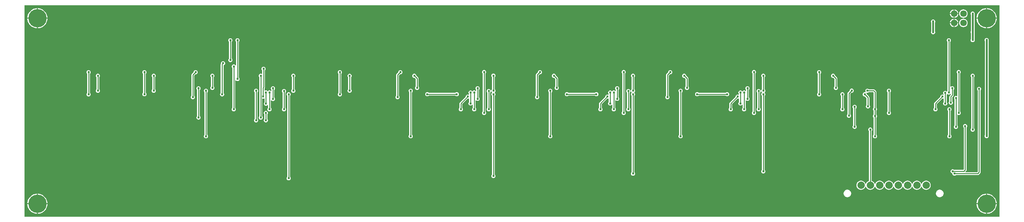
<source format=gbl>
G04 Layer: BottomLayer*
G04 EasyEDA v6.5.32, 2023-07-25 17:33:38*
G04 0e047b32cf204c8d8061d642989ecc76,5a6b42c53f6a479593ecc07194224c93,10*
G04 Gerber Generator version 0.2*
G04 Scale: 100 percent, Rotated: No, Reflected: No *
G04 Dimensions in millimeters *
G04 leading zeros omitted , absolute positions ,4 integer and 5 decimal *
%FSLAX45Y45*%
%MOMM*%

%ADD10C,0.5000*%
%ADD11C,0.2540*%
%ADD12C,5.0000*%
%ADD13C,1.8000*%
%ADD14C,2.0000*%
%ADD15C,0.6096*%
%ADD16C,0.0197*%

%LPD*%
G36*
X671068Y15138907D02*
G01*
X667156Y15139669D01*
X663905Y15141905D01*
X661670Y15145156D01*
X660908Y15149068D01*
X660908Y20918932D01*
X661670Y20922843D01*
X663905Y20926094D01*
X667156Y20928330D01*
X671068Y20929092D01*
X27268932Y20929092D01*
X27272843Y20928330D01*
X27276094Y20926094D01*
X27278330Y20922843D01*
X27279092Y20918932D01*
X27279092Y15149068D01*
X27278330Y15145156D01*
X27276094Y15141905D01*
X27272843Y15139669D01*
X27268932Y15138907D01*
G37*

%LPC*%
G36*
X26047700Y20713700D02*
G01*
X26150112Y20713700D01*
X26149960Y20715528D01*
X26147268Y20729803D01*
X26142746Y20743672D01*
X26136549Y20756829D01*
X26128776Y20769122D01*
X26119480Y20780349D01*
X26108863Y20790306D01*
X26097077Y20798840D01*
X26084326Y20805851D01*
X26070814Y20811236D01*
X26056691Y20814842D01*
X26047700Y20815960D01*
G37*
G36*
X26936700Y15218562D02*
G01*
X26941322Y15218663D01*
X26964284Y15221051D01*
X26986992Y15225369D01*
X27009242Y15231618D01*
X27030934Y15239644D01*
X27051812Y15249499D01*
X27071827Y15261031D01*
X27090827Y15274239D01*
X27108607Y15288971D01*
X27125117Y15305125D01*
X27140204Y15322600D01*
X27153819Y15341295D01*
X27165757Y15361107D01*
X27176018Y15381782D01*
X27184553Y15403271D01*
X27191208Y15425369D01*
X27196034Y15447975D01*
X27198929Y15470936D01*
X27199336Y15481300D01*
X26936700Y15481300D01*
G37*
G36*
X1003300Y15218613D02*
G01*
X1003300Y15481300D01*
X740410Y15481300D01*
X742289Y15459405D01*
X746150Y15436646D01*
X751890Y15414244D01*
X759460Y15392450D01*
X768858Y15371318D01*
X779983Y15351099D01*
X792784Y15331846D01*
X807161Y15313710D01*
X822960Y15296896D01*
X840130Y15281401D01*
X858519Y15267432D01*
X878027Y15255087D01*
X898499Y15244368D01*
X919835Y15235428D01*
X941781Y15228265D01*
X964285Y15222982D01*
X987145Y15219629D01*
G37*
G36*
X26911300Y15218613D02*
G01*
X26911300Y15481300D01*
X26648410Y15481300D01*
X26650289Y15459405D01*
X26654150Y15436646D01*
X26659890Y15414244D01*
X26667460Y15392450D01*
X26676858Y15371318D01*
X26687983Y15351099D01*
X26700784Y15331846D01*
X26715161Y15313710D01*
X26730960Y15296896D01*
X26748130Y15281401D01*
X26766520Y15267432D01*
X26786027Y15255087D01*
X26806499Y15244368D01*
X26827835Y15235428D01*
X26849781Y15228265D01*
X26872285Y15222982D01*
X26895145Y15219629D01*
G37*
G36*
X26936700Y15506700D02*
G01*
X27199336Y15506700D01*
X27198929Y15517063D01*
X27196034Y15540024D01*
X27191208Y15562630D01*
X27184553Y15584728D01*
X27176018Y15606217D01*
X27165757Y15626892D01*
X27153819Y15646704D01*
X27140204Y15665348D01*
X27125117Y15682874D01*
X27108607Y15699028D01*
X27090827Y15713760D01*
X27071827Y15726968D01*
X27051812Y15738500D01*
X27030934Y15748355D01*
X27009242Y15756382D01*
X26986992Y15762630D01*
X26964284Y15766948D01*
X26941322Y15769336D01*
X26936700Y15769437D01*
G37*
G36*
X1028700Y15506700D02*
G01*
X1291336Y15506700D01*
X1290929Y15517063D01*
X1288034Y15540024D01*
X1283208Y15562630D01*
X1276553Y15584728D01*
X1268018Y15606217D01*
X1257757Y15626892D01*
X1245819Y15646704D01*
X1232204Y15665348D01*
X1217117Y15682874D01*
X1200607Y15699028D01*
X1182827Y15713760D01*
X1163828Y15726968D01*
X1143812Y15738500D01*
X1122934Y15748355D01*
X1101242Y15756382D01*
X1078992Y15762630D01*
X1056284Y15766948D01*
X1033322Y15769336D01*
X1028700Y15769437D01*
G37*
G36*
X740410Y15506700D02*
G01*
X1003300Y15506700D01*
X1003300Y15769386D01*
X987145Y15768370D01*
X964285Y15765018D01*
X941781Y15759734D01*
X919835Y15752572D01*
X898499Y15743631D01*
X878027Y15732912D01*
X858519Y15720568D01*
X840130Y15706598D01*
X822960Y15691104D01*
X807161Y15674289D01*
X792784Y15656153D01*
X779983Y15636900D01*
X768858Y15616682D01*
X759460Y15595549D01*
X751890Y15573756D01*
X746150Y15551353D01*
X742289Y15528594D01*
G37*
G36*
X26648410Y15506700D02*
G01*
X26911300Y15506700D01*
X26911300Y15769386D01*
X26895145Y15768370D01*
X26872285Y15765018D01*
X26849781Y15759734D01*
X26827835Y15752572D01*
X26806499Y15743631D01*
X26786027Y15732912D01*
X26766520Y15720568D01*
X26748130Y15706598D01*
X26730960Y15691104D01*
X26715161Y15674289D01*
X26700784Y15656153D01*
X26687983Y15636900D01*
X26676858Y15616682D01*
X26667460Y15595549D01*
X26659890Y15573756D01*
X26654150Y15551353D01*
X26650289Y15528594D01*
G37*
G36*
X25641198Y15673679D02*
G01*
X25655016Y15674136D01*
X25668630Y15676422D01*
X25681787Y15680537D01*
X25694335Y15686328D01*
X25705968Y15693796D01*
X25716534Y15702686D01*
X25725780Y15712948D01*
X25733603Y15724327D01*
X25739852Y15736620D01*
X25744373Y15749676D01*
X25747116Y15763240D01*
X25748030Y15777006D01*
X25747116Y15790773D01*
X25744373Y15804337D01*
X25739852Y15817342D01*
X25733603Y15829686D01*
X25725780Y15841065D01*
X25716534Y15851327D01*
X25705968Y15860217D01*
X25694335Y15867684D01*
X25681787Y15873476D01*
X25668630Y15877590D01*
X25655016Y15879876D01*
X25641198Y15880334D01*
X25627431Y15878962D01*
X25614020Y15875762D01*
X25601117Y15870783D01*
X25589026Y15864128D01*
X25577901Y15855950D01*
X25567995Y15846348D01*
X25559410Y15835528D01*
X25552400Y15823641D01*
X25546964Y15810941D01*
X25543357Y15797580D01*
X25541478Y15783915D01*
X25541478Y15770098D01*
X25543357Y15756432D01*
X25546964Y15743072D01*
X25552400Y15730372D01*
X25559410Y15718485D01*
X25567995Y15707664D01*
X25577901Y15698063D01*
X25589026Y15689884D01*
X25601117Y15683230D01*
X25614020Y15678251D01*
X25627431Y15675051D01*
G37*
G36*
X23119943Y15673679D02*
G01*
X23133761Y15674136D01*
X23147375Y15676422D01*
X23160532Y15680537D01*
X23173080Y15686328D01*
X23184713Y15693796D01*
X23195280Y15702686D01*
X23204525Y15712948D01*
X23212348Y15724327D01*
X23218597Y15736620D01*
X23223118Y15749676D01*
X23225861Y15763240D01*
X23226776Y15777006D01*
X23225861Y15790773D01*
X23223118Y15804337D01*
X23218597Y15817342D01*
X23212348Y15829686D01*
X23204525Y15841065D01*
X23195280Y15851327D01*
X23184713Y15860217D01*
X23173080Y15867684D01*
X23160532Y15873476D01*
X23147375Y15877590D01*
X23133761Y15879876D01*
X23119943Y15880334D01*
X23106176Y15878962D01*
X23092765Y15875762D01*
X23079862Y15870783D01*
X23067772Y15864128D01*
X23056646Y15855950D01*
X23046740Y15846348D01*
X23038155Y15835528D01*
X23031145Y15823641D01*
X23025709Y15810941D01*
X23022102Y15797580D01*
X23020223Y15783915D01*
X23020223Y15770098D01*
X23022102Y15756432D01*
X23025709Y15743072D01*
X23031145Y15730372D01*
X23038155Y15718485D01*
X23046740Y15707664D01*
X23056646Y15698063D01*
X23067772Y15689884D01*
X23079862Y15683230D01*
X23092765Y15678251D01*
X23106176Y15675051D01*
G37*
G36*
X23495000Y15876117D02*
G01*
X23510189Y15877032D01*
X23525124Y15879775D01*
X23539653Y15884296D01*
X23553521Y15890544D01*
X23566526Y15898418D01*
X23578464Y15907766D01*
X23589234Y15918535D01*
X23598581Y15930473D01*
X23606455Y15943478D01*
X23612754Y15957397D01*
X23614938Y15960598D01*
X23618190Y15962680D01*
X23622000Y15963392D01*
X23625810Y15962680D01*
X23629061Y15960598D01*
X23631245Y15957397D01*
X23637544Y15943478D01*
X23645418Y15930473D01*
X23654766Y15918535D01*
X23665535Y15907766D01*
X23677473Y15898418D01*
X23690478Y15890544D01*
X23704346Y15884296D01*
X23718875Y15879775D01*
X23733810Y15877032D01*
X23749000Y15876117D01*
X23764189Y15877032D01*
X23779124Y15879775D01*
X23793653Y15884296D01*
X23807521Y15890544D01*
X23820526Y15898418D01*
X23832464Y15907766D01*
X23843234Y15918535D01*
X23852581Y15930473D01*
X23860455Y15943478D01*
X23866754Y15957397D01*
X23868938Y15960598D01*
X23872190Y15962680D01*
X23876000Y15963392D01*
X23879810Y15962680D01*
X23883061Y15960598D01*
X23885245Y15957397D01*
X23891544Y15943478D01*
X23899418Y15930473D01*
X23908766Y15918535D01*
X23919535Y15907766D01*
X23931473Y15898418D01*
X23944478Y15890544D01*
X23958346Y15884296D01*
X23972875Y15879775D01*
X23987810Y15877032D01*
X24003000Y15876117D01*
X24018189Y15877032D01*
X24033124Y15879775D01*
X24047653Y15884296D01*
X24061521Y15890544D01*
X24074526Y15898418D01*
X24086464Y15907766D01*
X24097234Y15918535D01*
X24106581Y15930473D01*
X24114455Y15943478D01*
X24120754Y15957397D01*
X24122938Y15960598D01*
X24126190Y15962680D01*
X24130000Y15963392D01*
X24133810Y15962680D01*
X24137061Y15960598D01*
X24139245Y15957397D01*
X24145544Y15943478D01*
X24153418Y15930473D01*
X24162766Y15918535D01*
X24173535Y15907766D01*
X24185473Y15898418D01*
X24198478Y15890544D01*
X24212346Y15884296D01*
X24226875Y15879775D01*
X24241810Y15877032D01*
X24257000Y15876117D01*
X24272189Y15877032D01*
X24287124Y15879775D01*
X24301653Y15884296D01*
X24315521Y15890544D01*
X24328526Y15898418D01*
X24340464Y15907766D01*
X24351234Y15918535D01*
X24360581Y15930473D01*
X24368455Y15943478D01*
X24374754Y15957397D01*
X24376938Y15960598D01*
X24380190Y15962680D01*
X24384000Y15963392D01*
X24387810Y15962680D01*
X24391061Y15960598D01*
X24393245Y15957397D01*
X24399544Y15943478D01*
X24407418Y15930473D01*
X24416766Y15918535D01*
X24427535Y15907766D01*
X24439473Y15898418D01*
X24452478Y15890544D01*
X24466346Y15884296D01*
X24480875Y15879775D01*
X24495810Y15877032D01*
X24511000Y15876117D01*
X24526189Y15877032D01*
X24541124Y15879775D01*
X24555653Y15884296D01*
X24569521Y15890544D01*
X24582526Y15898418D01*
X24594464Y15907766D01*
X24605234Y15918535D01*
X24614581Y15930473D01*
X24622455Y15943478D01*
X24628754Y15957397D01*
X24630938Y15960598D01*
X24634190Y15962680D01*
X24638000Y15963392D01*
X24641810Y15962680D01*
X24645061Y15960598D01*
X24647245Y15957397D01*
X24653544Y15943478D01*
X24661418Y15930473D01*
X24670766Y15918535D01*
X24681535Y15907766D01*
X24693473Y15898418D01*
X24706478Y15890544D01*
X24720346Y15884296D01*
X24734875Y15879775D01*
X24749810Y15877032D01*
X24765000Y15876117D01*
X24780189Y15877032D01*
X24795124Y15879775D01*
X24809653Y15884296D01*
X24823521Y15890544D01*
X24836526Y15898418D01*
X24848464Y15907766D01*
X24859234Y15918535D01*
X24868581Y15930473D01*
X24876455Y15943478D01*
X24882754Y15957397D01*
X24884938Y15960598D01*
X24888190Y15962680D01*
X24892000Y15963392D01*
X24895810Y15962680D01*
X24899061Y15960598D01*
X24901245Y15957397D01*
X24907544Y15943478D01*
X24915418Y15930473D01*
X24924766Y15918535D01*
X24935535Y15907766D01*
X24947473Y15898418D01*
X24960478Y15890544D01*
X24974346Y15884296D01*
X24988875Y15879775D01*
X25003810Y15877032D01*
X25019000Y15876117D01*
X25034189Y15877032D01*
X25049124Y15879775D01*
X25063653Y15884296D01*
X25077521Y15890544D01*
X25090526Y15898418D01*
X25102464Y15907766D01*
X25113234Y15918535D01*
X25122581Y15930473D01*
X25130455Y15943478D01*
X25136754Y15957397D01*
X25138938Y15960598D01*
X25142190Y15962680D01*
X25146000Y15963392D01*
X25149810Y15962680D01*
X25153061Y15960598D01*
X25155245Y15957397D01*
X25161544Y15943478D01*
X25169418Y15930473D01*
X25178766Y15918535D01*
X25189535Y15907766D01*
X25201473Y15898418D01*
X25214478Y15890544D01*
X25228346Y15884296D01*
X25242875Y15879775D01*
X25257810Y15877032D01*
X25273000Y15876117D01*
X25288189Y15877032D01*
X25303124Y15879775D01*
X25317653Y15884296D01*
X25331521Y15890544D01*
X25344526Y15898418D01*
X25356464Y15907766D01*
X25367234Y15918535D01*
X25376581Y15930473D01*
X25384455Y15943478D01*
X25390703Y15957346D01*
X25395224Y15971875D01*
X25397968Y15986810D01*
X25398882Y16002000D01*
X25397968Y16017189D01*
X25395224Y16032124D01*
X25390703Y16046653D01*
X25384455Y16060521D01*
X25376581Y16073526D01*
X25367234Y16085464D01*
X25356464Y16096234D01*
X25344526Y16105581D01*
X25331521Y16113455D01*
X25317653Y16119703D01*
X25303124Y16124224D01*
X25288189Y16126968D01*
X25273000Y16127882D01*
X25257810Y16126968D01*
X25242875Y16124224D01*
X25228346Y16119703D01*
X25214478Y16113455D01*
X25201473Y16105581D01*
X25189535Y16096234D01*
X25178766Y16085464D01*
X25169418Y16073526D01*
X25161544Y16060521D01*
X25155245Y16046602D01*
X25153061Y16043401D01*
X25149810Y16041319D01*
X25146000Y16040607D01*
X25142190Y16041319D01*
X25138938Y16043401D01*
X25136754Y16046602D01*
X25130455Y16060521D01*
X25122581Y16073526D01*
X25113234Y16085464D01*
X25102464Y16096234D01*
X25090526Y16105581D01*
X25077521Y16113455D01*
X25063653Y16119703D01*
X25049124Y16124224D01*
X25034189Y16126968D01*
X25019000Y16127882D01*
X25003810Y16126968D01*
X24988875Y16124224D01*
X24974346Y16119703D01*
X24960478Y16113455D01*
X24947473Y16105581D01*
X24935535Y16096234D01*
X24924766Y16085464D01*
X24915418Y16073526D01*
X24907544Y16060521D01*
X24901245Y16046602D01*
X24899061Y16043401D01*
X24895810Y16041319D01*
X24892000Y16040607D01*
X24888190Y16041319D01*
X24884938Y16043401D01*
X24882754Y16046602D01*
X24876455Y16060521D01*
X24868581Y16073526D01*
X24859234Y16085464D01*
X24848464Y16096234D01*
X24836526Y16105581D01*
X24823521Y16113455D01*
X24809653Y16119703D01*
X24795124Y16124224D01*
X24780189Y16126968D01*
X24765000Y16127882D01*
X24749810Y16126968D01*
X24734875Y16124224D01*
X24720346Y16119703D01*
X24706478Y16113455D01*
X24693473Y16105581D01*
X24681535Y16096234D01*
X24670766Y16085464D01*
X24661418Y16073526D01*
X24653544Y16060521D01*
X24647245Y16046602D01*
X24645061Y16043401D01*
X24641810Y16041319D01*
X24638000Y16040607D01*
X24634190Y16041319D01*
X24630938Y16043401D01*
X24628754Y16046602D01*
X24622455Y16060521D01*
X24614581Y16073526D01*
X24605234Y16085464D01*
X24594464Y16096234D01*
X24582526Y16105581D01*
X24569521Y16113455D01*
X24555653Y16119703D01*
X24541124Y16124224D01*
X24526189Y16126968D01*
X24511000Y16127882D01*
X24495810Y16126968D01*
X24480875Y16124224D01*
X24466346Y16119703D01*
X24452478Y16113455D01*
X24439473Y16105581D01*
X24427535Y16096234D01*
X24416766Y16085464D01*
X24407418Y16073526D01*
X24399544Y16060521D01*
X24393245Y16046602D01*
X24391061Y16043401D01*
X24387810Y16041319D01*
X24384000Y16040607D01*
X24380190Y16041319D01*
X24376938Y16043401D01*
X24374754Y16046602D01*
X24368455Y16060521D01*
X24360581Y16073526D01*
X24351234Y16085464D01*
X24340464Y16096234D01*
X24328526Y16105581D01*
X24315521Y16113455D01*
X24301653Y16119703D01*
X24287124Y16124224D01*
X24272189Y16126968D01*
X24257000Y16127882D01*
X24241810Y16126968D01*
X24226875Y16124224D01*
X24212346Y16119703D01*
X24198478Y16113455D01*
X24185473Y16105581D01*
X24173535Y16096234D01*
X24162766Y16085464D01*
X24153418Y16073526D01*
X24145544Y16060521D01*
X24139245Y16046602D01*
X24137061Y16043401D01*
X24133810Y16041319D01*
X24130000Y16040607D01*
X24126190Y16041319D01*
X24122938Y16043401D01*
X24120754Y16046602D01*
X24114455Y16060521D01*
X24106581Y16073526D01*
X24097234Y16085464D01*
X24086464Y16096234D01*
X24074526Y16105581D01*
X24061521Y16113455D01*
X24047653Y16119703D01*
X24033124Y16124224D01*
X24018189Y16126968D01*
X24003000Y16127882D01*
X23987810Y16126968D01*
X23972875Y16124224D01*
X23958346Y16119703D01*
X23944478Y16113455D01*
X23931473Y16105581D01*
X23919535Y16096234D01*
X23908766Y16085464D01*
X23899418Y16073526D01*
X23891544Y16060521D01*
X23885245Y16046602D01*
X23883061Y16043401D01*
X23879810Y16041319D01*
X23876000Y16040607D01*
X23872190Y16041319D01*
X23868938Y16043401D01*
X23866754Y16046602D01*
X23860455Y16060521D01*
X23852581Y16073526D01*
X23843234Y16085464D01*
X23832464Y16096234D01*
X23820526Y16105581D01*
X23807521Y16113455D01*
X23793602Y16119703D01*
X23790452Y16121938D01*
X23788319Y16125190D01*
X23787608Y16129000D01*
X23787608Y17480991D01*
X23788370Y17484902D01*
X23790605Y17488204D01*
X23792180Y17489779D01*
X23797818Y17497806D01*
X23801933Y17506746D01*
X23804473Y17516195D01*
X23805337Y17526000D01*
X23804473Y17535804D01*
X23801933Y17545253D01*
X23797818Y17554194D01*
X23792180Y17562220D01*
X23785220Y17569180D01*
X23777194Y17574818D01*
X23768253Y17578933D01*
X23758804Y17581473D01*
X23749000Y17582337D01*
X23739195Y17581473D01*
X23729746Y17578933D01*
X23720806Y17574818D01*
X23712779Y17569180D01*
X23705820Y17562220D01*
X23700181Y17554194D01*
X23696066Y17545253D01*
X23693526Y17535804D01*
X23692662Y17526000D01*
X23693526Y17516195D01*
X23696066Y17506746D01*
X23700181Y17497806D01*
X23705820Y17489779D01*
X23707394Y17488204D01*
X23709630Y17484902D01*
X23710392Y17480991D01*
X23710392Y16129000D01*
X23709680Y16125190D01*
X23707547Y16121938D01*
X23704397Y16119703D01*
X23690478Y16113455D01*
X23677473Y16105581D01*
X23665535Y16096234D01*
X23654766Y16085464D01*
X23645418Y16073526D01*
X23637544Y16060521D01*
X23631245Y16046602D01*
X23629061Y16043401D01*
X23625810Y16041319D01*
X23622000Y16040607D01*
X23618190Y16041319D01*
X23614938Y16043401D01*
X23612754Y16046602D01*
X23606455Y16060521D01*
X23598581Y16073526D01*
X23589234Y16085464D01*
X23578464Y16096234D01*
X23566526Y16105581D01*
X23553521Y16113455D01*
X23539653Y16119703D01*
X23525124Y16124224D01*
X23510189Y16126968D01*
X23495000Y16127882D01*
X23479810Y16126968D01*
X23464875Y16124224D01*
X23450346Y16119703D01*
X23436478Y16113455D01*
X23423473Y16105581D01*
X23411535Y16096234D01*
X23400766Y16085464D01*
X23391418Y16073526D01*
X23383544Y16060521D01*
X23377296Y16046653D01*
X23372775Y16032124D01*
X23370032Y16017189D01*
X23369117Y16002000D01*
X23370032Y15986810D01*
X23372775Y15971875D01*
X23377296Y15957346D01*
X23383544Y15943478D01*
X23391418Y15930473D01*
X23400766Y15918535D01*
X23411535Y15907766D01*
X23423473Y15898418D01*
X23436478Y15890544D01*
X23450346Y15884296D01*
X23464875Y15879775D01*
X23479810Y15877032D01*
G37*
G36*
X25919887Y20713700D02*
G01*
X26022300Y20713700D01*
X26022300Y20815960D01*
X26013308Y20814842D01*
X25999186Y20811236D01*
X25985673Y20805851D01*
X25972922Y20798840D01*
X25961136Y20790306D01*
X25950519Y20780349D01*
X25941223Y20769122D01*
X25933450Y20756829D01*
X25927253Y20743672D01*
X25922732Y20729803D01*
X25920039Y20715528D01*
G37*
G36*
X26648410Y20586700D02*
G01*
X26911300Y20586700D01*
X26911300Y20849386D01*
X26895145Y20848370D01*
X26872285Y20845018D01*
X26849781Y20839734D01*
X26827835Y20832572D01*
X26806499Y20823631D01*
X26786027Y20812912D01*
X26766520Y20800568D01*
X26748130Y20786598D01*
X26730960Y20771104D01*
X26715161Y20754289D01*
X26700784Y20736153D01*
X26687983Y20716900D01*
X26676858Y20696682D01*
X26667460Y20675549D01*
X26659890Y20653756D01*
X26654150Y20631353D01*
X26650289Y20608594D01*
G37*
G36*
X740410Y20586700D02*
G01*
X1003300Y20586700D01*
X1003300Y20849386D01*
X987145Y20848370D01*
X964285Y20845018D01*
X941781Y20839734D01*
X919835Y20832572D01*
X898499Y20823631D01*
X878027Y20812912D01*
X858519Y20800568D01*
X840130Y20786598D01*
X822960Y20771104D01*
X807161Y20754289D01*
X792784Y20736153D01*
X779983Y20716900D01*
X768858Y20696682D01*
X759460Y20675549D01*
X751890Y20653756D01*
X746150Y20631353D01*
X742289Y20608594D01*
G37*
G36*
X26936700Y20586700D02*
G01*
X27199336Y20586700D01*
X27198929Y20597063D01*
X27196034Y20620024D01*
X27191208Y20642630D01*
X27184553Y20664728D01*
X27176018Y20686217D01*
X27165757Y20706892D01*
X27153819Y20726704D01*
X27140204Y20745348D01*
X27125117Y20762874D01*
X27108607Y20779028D01*
X27090827Y20793760D01*
X27071827Y20806968D01*
X27051812Y20818500D01*
X27030934Y20828355D01*
X27009242Y20836382D01*
X26986992Y20842630D01*
X26964284Y20846948D01*
X26941322Y20849336D01*
X26936700Y20849437D01*
G37*
G36*
X1028700Y20586700D02*
G01*
X1291336Y20586700D01*
X1290929Y20597063D01*
X1288034Y20620024D01*
X1283208Y20642630D01*
X1276553Y20664728D01*
X1268018Y20686217D01*
X1257757Y20706892D01*
X1245819Y20726704D01*
X1232204Y20745348D01*
X1217117Y20762874D01*
X1200607Y20779028D01*
X1182827Y20793760D01*
X1163828Y20806968D01*
X1143812Y20818500D01*
X1122934Y20828355D01*
X1101242Y20836382D01*
X1078992Y20842630D01*
X1056284Y20846948D01*
X1033322Y20849336D01*
X1028700Y20849437D01*
G37*
G36*
X26047700Y20586039D02*
G01*
X26056691Y20587157D01*
X26070814Y20590764D01*
X26084326Y20596148D01*
X26097077Y20603159D01*
X26108863Y20611693D01*
X26119480Y20621650D01*
X26128776Y20632877D01*
X26136549Y20645170D01*
X26142746Y20658328D01*
X26147268Y20672196D01*
X26149960Y20686471D01*
X26150112Y20688300D01*
X26047700Y20688300D01*
G37*
G36*
X26022300Y20586039D02*
G01*
X26022300Y20688300D01*
X25919887Y20688300D01*
X25920039Y20686471D01*
X25922732Y20672196D01*
X25927253Y20658328D01*
X25933450Y20645170D01*
X25941223Y20632877D01*
X25950519Y20621650D01*
X25961136Y20611693D01*
X25972922Y20603159D01*
X25985673Y20596148D01*
X25999186Y20590764D01*
X26013308Y20587157D01*
G37*
G36*
X26281735Y20585328D02*
G01*
X26296264Y20585328D01*
X26310691Y20587157D01*
X26324814Y20590764D01*
X26338326Y20596148D01*
X26351077Y20603159D01*
X26362863Y20611693D01*
X26373480Y20621650D01*
X26382776Y20632877D01*
X26390549Y20645170D01*
X26396746Y20658328D01*
X26401268Y20672196D01*
X26403960Y20686471D01*
X26404874Y20701000D01*
X26403960Y20715528D01*
X26401268Y20729803D01*
X26396746Y20743672D01*
X26390549Y20756829D01*
X26382776Y20769122D01*
X26373480Y20780349D01*
X26362863Y20790306D01*
X26351077Y20798840D01*
X26338326Y20805851D01*
X26324814Y20811236D01*
X26310691Y20814842D01*
X26296264Y20816671D01*
X26281735Y20816671D01*
X26267308Y20814842D01*
X26253186Y20811236D01*
X26239673Y20805851D01*
X26226922Y20798840D01*
X26215136Y20790306D01*
X26204519Y20780349D01*
X26195223Y20769122D01*
X26187450Y20756829D01*
X26181253Y20743672D01*
X26176731Y20729803D01*
X26174039Y20715528D01*
X26173125Y20701000D01*
X26174039Y20686471D01*
X26176731Y20672196D01*
X26181253Y20658328D01*
X26187450Y20645170D01*
X26195223Y20632877D01*
X26204519Y20621650D01*
X26215136Y20611693D01*
X26226922Y20603159D01*
X26239673Y20596148D01*
X26253186Y20590764D01*
X26267308Y20587157D01*
G37*
G36*
X25919887Y20459700D02*
G01*
X26022300Y20459700D01*
X26022300Y20561960D01*
X26013308Y20560842D01*
X25999186Y20557236D01*
X25985673Y20551851D01*
X25972922Y20544840D01*
X25961136Y20536306D01*
X25950519Y20526349D01*
X25941223Y20515122D01*
X25933450Y20502829D01*
X25927253Y20489672D01*
X25922732Y20475803D01*
X25920039Y20461528D01*
G37*
G36*
X26047700Y20459700D02*
G01*
X26150112Y20459700D01*
X26149960Y20461528D01*
X26147268Y20475803D01*
X26142746Y20489672D01*
X26136549Y20502829D01*
X26128776Y20515122D01*
X26119480Y20526349D01*
X26108863Y20536306D01*
X26097077Y20544840D01*
X26084326Y20551851D01*
X26070814Y20557236D01*
X26056691Y20560842D01*
X26047700Y20561960D01*
G37*
G36*
X26022300Y20332039D02*
G01*
X26022300Y20434300D01*
X25919887Y20434300D01*
X25920039Y20432471D01*
X25922732Y20418196D01*
X25927253Y20404328D01*
X25933450Y20391170D01*
X25941223Y20378877D01*
X25950519Y20367650D01*
X25961136Y20357693D01*
X25972922Y20349159D01*
X25985673Y20342148D01*
X25999186Y20336764D01*
X26013308Y20333157D01*
G37*
G36*
X26047700Y20332039D02*
G01*
X26056691Y20333157D01*
X26070814Y20336764D01*
X26084326Y20342148D01*
X26097077Y20349159D01*
X26108863Y20357693D01*
X26119480Y20367650D01*
X26128776Y20378877D01*
X26136549Y20391170D01*
X26142746Y20404328D01*
X26147268Y20418196D01*
X26149960Y20432471D01*
X26150112Y20434300D01*
X26047700Y20434300D01*
G37*
G36*
X26281735Y20331328D02*
G01*
X26296264Y20331328D01*
X26310691Y20333157D01*
X26324814Y20336764D01*
X26338326Y20342148D01*
X26351077Y20349159D01*
X26362863Y20357693D01*
X26373480Y20367650D01*
X26382776Y20378877D01*
X26390549Y20391170D01*
X26396746Y20404328D01*
X26401268Y20418196D01*
X26403960Y20432471D01*
X26404874Y20447000D01*
X26403960Y20461528D01*
X26401268Y20475803D01*
X26396746Y20489672D01*
X26390549Y20502829D01*
X26382776Y20515122D01*
X26373480Y20526349D01*
X26362863Y20536306D01*
X26351077Y20544840D01*
X26338326Y20551851D01*
X26324814Y20557236D01*
X26310691Y20560842D01*
X26296264Y20562671D01*
X26281735Y20562671D01*
X26267308Y20560842D01*
X26253186Y20557236D01*
X26239673Y20551851D01*
X26226922Y20544840D01*
X26215136Y20536306D01*
X26204519Y20526349D01*
X26195223Y20515122D01*
X26187450Y20502829D01*
X26181253Y20489672D01*
X26176731Y20475803D01*
X26174039Y20461528D01*
X26173125Y20447000D01*
X26174039Y20432471D01*
X26176731Y20418196D01*
X26181253Y20404328D01*
X26187450Y20391170D01*
X26195223Y20378877D01*
X26204519Y20367650D01*
X26215136Y20357693D01*
X26226922Y20349159D01*
X26239673Y20342148D01*
X26253186Y20336764D01*
X26267308Y20333157D01*
G37*
G36*
X26911300Y20298613D02*
G01*
X26911300Y20561300D01*
X26648410Y20561300D01*
X26650289Y20539405D01*
X26654150Y20516646D01*
X26659890Y20494244D01*
X26667460Y20472450D01*
X26676858Y20451318D01*
X26687983Y20431099D01*
X26700784Y20411846D01*
X26715161Y20393710D01*
X26730960Y20376896D01*
X26748130Y20361402D01*
X26766520Y20347432D01*
X26786027Y20335087D01*
X26806499Y20324368D01*
X26827835Y20315428D01*
X26849781Y20308265D01*
X26872285Y20302982D01*
X26895145Y20299629D01*
G37*
G36*
X7874000Y16136162D02*
G01*
X7883804Y16137026D01*
X7893253Y16139566D01*
X7902194Y16143681D01*
X7910220Y16149319D01*
X7917180Y16156279D01*
X7922818Y16164306D01*
X7926933Y16173246D01*
X7929473Y16182695D01*
X7930337Y16192500D01*
X7929473Y16202304D01*
X7926933Y16211753D01*
X7922818Y16220694D01*
X7917180Y16228720D01*
X7915605Y16230295D01*
X7913370Y16233597D01*
X7912608Y16237508D01*
X7912608Y18446191D01*
X7913370Y18450102D01*
X7915605Y18453404D01*
X7917180Y18454979D01*
X7922818Y18463006D01*
X7926933Y18471946D01*
X7929473Y18481395D01*
X7930337Y18491200D01*
X7929473Y18501004D01*
X7926933Y18510453D01*
X7922818Y18519394D01*
X7917180Y18527420D01*
X7910220Y18534380D01*
X7902194Y18540018D01*
X7893253Y18544133D01*
X7883804Y18546673D01*
X7874000Y18547537D01*
X7864195Y18546673D01*
X7854746Y18544133D01*
X7845806Y18540018D01*
X7837779Y18534380D01*
X7830820Y18527420D01*
X7825181Y18519394D01*
X7821066Y18510453D01*
X7818526Y18501004D01*
X7817662Y18491200D01*
X7818526Y18481395D01*
X7821066Y18471946D01*
X7825181Y18463006D01*
X7830820Y18454979D01*
X7832394Y18453404D01*
X7834630Y18450102D01*
X7835392Y18446191D01*
X7835392Y16237508D01*
X7834630Y16233597D01*
X7832394Y16230295D01*
X7830820Y16228720D01*
X7825181Y16220694D01*
X7821066Y16211753D01*
X7818526Y16202304D01*
X7817662Y16192500D01*
X7818526Y16182695D01*
X7821066Y16173246D01*
X7825181Y16164306D01*
X7830820Y16156279D01*
X7837779Y16149319D01*
X7845806Y16143681D01*
X7854746Y16139566D01*
X7864195Y16137026D01*
G37*
G36*
X13462000Y16199662D02*
G01*
X13471804Y16200526D01*
X13481253Y16203066D01*
X13490194Y16207181D01*
X13498220Y16212819D01*
X13505180Y16219779D01*
X13510818Y16227806D01*
X13514933Y16236746D01*
X13517473Y16246195D01*
X13518337Y16256000D01*
X13517473Y16265804D01*
X13514933Y16275253D01*
X13510818Y16284194D01*
X13505180Y16292220D01*
X13503605Y16293795D01*
X13501369Y16297097D01*
X13500607Y16301008D01*
X13500607Y18446191D01*
X13501369Y18450102D01*
X13503605Y18453404D01*
X13505180Y18454979D01*
X13510818Y18463006D01*
X13514933Y18471946D01*
X13517473Y18481395D01*
X13518337Y18491200D01*
X13517473Y18501004D01*
X13514933Y18510453D01*
X13510818Y18519394D01*
X13505180Y18527420D01*
X13499388Y18533160D01*
X13497204Y18536462D01*
X13496442Y18540374D01*
X13497204Y18544235D01*
X13499388Y18547537D01*
X13505180Y18553277D01*
X13510818Y18561354D01*
X13514933Y18570244D01*
X13517473Y18579744D01*
X13518337Y18589498D01*
X13517473Y18599302D01*
X13514933Y18608802D01*
X13510818Y18617692D01*
X13505180Y18625769D01*
X13503605Y18627344D01*
X13501369Y18630646D01*
X13500607Y18634506D01*
X13500607Y18957493D01*
X13501369Y18961404D01*
X13503605Y18964706D01*
X13505180Y18966281D01*
X13510818Y18974308D01*
X13514933Y18983248D01*
X13517473Y18992697D01*
X13518337Y19002502D01*
X13517473Y19012306D01*
X13514933Y19021755D01*
X13510818Y19030696D01*
X13505180Y19038722D01*
X13498220Y19045682D01*
X13490194Y19051320D01*
X13481253Y19055435D01*
X13471804Y19057975D01*
X13462000Y19058839D01*
X13452195Y19057975D01*
X13442746Y19055435D01*
X13433806Y19051320D01*
X13425779Y19045682D01*
X13418819Y19038722D01*
X13413181Y19030696D01*
X13409066Y19021755D01*
X13406526Y19012306D01*
X13405662Y19002502D01*
X13406526Y18992697D01*
X13409066Y18983248D01*
X13413181Y18974308D01*
X13418819Y18966281D01*
X13420394Y18964706D01*
X13422630Y18961404D01*
X13423392Y18957493D01*
X13423392Y18634506D01*
X13422630Y18630646D01*
X13420394Y18627344D01*
X13418819Y18625769D01*
X13413181Y18617692D01*
X13409066Y18608802D01*
X13406983Y18601029D01*
X13405104Y18597372D01*
X13401954Y18594730D01*
X13398042Y18593562D01*
X13393978Y18594019D01*
X13390422Y18596102D01*
X13387933Y18599353D01*
X13383818Y18608294D01*
X13378180Y18616320D01*
X13371220Y18623280D01*
X13363194Y18628918D01*
X13354253Y18633033D01*
X13344804Y18635573D01*
X13335000Y18636437D01*
X13325195Y18635573D01*
X13315746Y18633033D01*
X13306806Y18628918D01*
X13298779Y18623280D01*
X13291819Y18616320D01*
X13286181Y18608294D01*
X13282066Y18599353D01*
X13279526Y18589904D01*
X13278662Y18580100D01*
X13279526Y18570295D01*
X13282066Y18560846D01*
X13286181Y18551906D01*
X13291819Y18543879D01*
X13293394Y18542304D01*
X13295630Y18539002D01*
X13296392Y18535091D01*
X13296392Y18126506D01*
X13295630Y18122595D01*
X13293394Y18119293D01*
X13291819Y18117718D01*
X13286181Y18109692D01*
X13282066Y18100751D01*
X13279526Y18091302D01*
X13278662Y18081498D01*
X13279526Y18071693D01*
X13282066Y18062244D01*
X13286181Y18053304D01*
X13291819Y18045277D01*
X13298779Y18038318D01*
X13306806Y18032679D01*
X13315746Y18028564D01*
X13325195Y18026024D01*
X13335000Y18025160D01*
X13344804Y18026024D01*
X13354253Y18028564D01*
X13363194Y18032679D01*
X13371220Y18038318D01*
X13378180Y18045277D01*
X13383818Y18053304D01*
X13387933Y18062244D01*
X13390473Y18071693D01*
X13391337Y18081498D01*
X13390473Y18091302D01*
X13387933Y18100751D01*
X13383818Y18109692D01*
X13378180Y18117718D01*
X13376605Y18119293D01*
X13374369Y18122595D01*
X13373607Y18126506D01*
X13373607Y18535091D01*
X13374369Y18539002D01*
X13376605Y18542304D01*
X13378180Y18543879D01*
X13383818Y18551906D01*
X13387933Y18560846D01*
X13390016Y18568568D01*
X13391896Y18572276D01*
X13395045Y18574918D01*
X13398957Y18576086D01*
X13403021Y18575578D01*
X13406577Y18573546D01*
X13409066Y18570244D01*
X13413181Y18561354D01*
X13418819Y18553277D01*
X13424611Y18547537D01*
X13426795Y18544235D01*
X13427557Y18540374D01*
X13426795Y18536462D01*
X13424611Y18533160D01*
X13418819Y18527420D01*
X13413181Y18519394D01*
X13409066Y18510453D01*
X13406526Y18501004D01*
X13405662Y18491200D01*
X13406526Y18481395D01*
X13409066Y18471946D01*
X13413181Y18463006D01*
X13418819Y18454979D01*
X13420394Y18453404D01*
X13422630Y18450102D01*
X13423392Y18446191D01*
X13423392Y16301008D01*
X13422630Y16297097D01*
X13420394Y16293795D01*
X13418819Y16292220D01*
X13413181Y16284194D01*
X13409066Y16275253D01*
X13406526Y16265804D01*
X13405662Y16256000D01*
X13406526Y16246195D01*
X13409066Y16236746D01*
X13413181Y16227806D01*
X13418819Y16219779D01*
X13425779Y16212819D01*
X13433806Y16207181D01*
X13442746Y16203066D01*
X13452195Y16200526D01*
G37*
G36*
X17272000Y16263162D02*
G01*
X17281804Y16264026D01*
X17291253Y16266566D01*
X17300194Y16270681D01*
X17308220Y16276319D01*
X17315180Y16283279D01*
X17320818Y16291306D01*
X17324933Y16300246D01*
X17327473Y16309695D01*
X17328337Y16319500D01*
X17327473Y16329304D01*
X17324933Y16338753D01*
X17320818Y16347694D01*
X17315180Y16355720D01*
X17313605Y16357295D01*
X17311370Y16360597D01*
X17310608Y16364508D01*
X17310608Y18446191D01*
X17311370Y18450102D01*
X17313605Y18453404D01*
X17315180Y18454979D01*
X17320818Y18463006D01*
X17324933Y18471946D01*
X17327473Y18481395D01*
X17328337Y18491200D01*
X17327473Y18501004D01*
X17324933Y18510453D01*
X17320818Y18519394D01*
X17315180Y18527420D01*
X17309388Y18533160D01*
X17307204Y18536462D01*
X17306442Y18540374D01*
X17307204Y18544235D01*
X17309388Y18547537D01*
X17315180Y18553277D01*
X17320818Y18561354D01*
X17324933Y18570244D01*
X17327473Y18579744D01*
X17328337Y18589498D01*
X17327473Y18599302D01*
X17324933Y18608802D01*
X17320818Y18617692D01*
X17315180Y18625769D01*
X17313605Y18627344D01*
X17311370Y18630646D01*
X17310608Y18634506D01*
X17310608Y18954191D01*
X17311370Y18958102D01*
X17313605Y18961404D01*
X17315180Y18962979D01*
X17320818Y18971006D01*
X17324933Y18979946D01*
X17327473Y18989395D01*
X17328337Y18999200D01*
X17327473Y19009004D01*
X17324933Y19018453D01*
X17320818Y19027394D01*
X17315180Y19035420D01*
X17308220Y19042380D01*
X17300194Y19048018D01*
X17291253Y19052133D01*
X17281804Y19054673D01*
X17272000Y19055537D01*
X17262195Y19054673D01*
X17252746Y19052133D01*
X17243806Y19048018D01*
X17235779Y19042380D01*
X17228820Y19035420D01*
X17223181Y19027394D01*
X17219066Y19018453D01*
X17216526Y19009004D01*
X17215662Y18999200D01*
X17216526Y18989395D01*
X17219066Y18979946D01*
X17223181Y18971006D01*
X17228820Y18962979D01*
X17230394Y18961404D01*
X17232630Y18958102D01*
X17233392Y18954191D01*
X17233392Y18634506D01*
X17232630Y18630646D01*
X17230394Y18627344D01*
X17228820Y18625769D01*
X17223181Y18617692D01*
X17219066Y18608802D01*
X17216983Y18601029D01*
X17215104Y18597372D01*
X17211954Y18594730D01*
X17208042Y18593562D01*
X17203978Y18594019D01*
X17200422Y18596102D01*
X17197933Y18599353D01*
X17193818Y18608294D01*
X17188180Y18616320D01*
X17181220Y18623280D01*
X17173194Y18628918D01*
X17164253Y18633033D01*
X17154804Y18635573D01*
X17145000Y18636437D01*
X17135195Y18635573D01*
X17125746Y18633033D01*
X17116806Y18628918D01*
X17108779Y18623280D01*
X17101820Y18616320D01*
X17096181Y18608294D01*
X17092066Y18599353D01*
X17089526Y18589904D01*
X17088662Y18580100D01*
X17089526Y18570295D01*
X17092066Y18560846D01*
X17096181Y18551906D01*
X17101820Y18543879D01*
X17103394Y18542304D01*
X17105630Y18539002D01*
X17106392Y18535091D01*
X17106392Y18126506D01*
X17105630Y18122595D01*
X17103394Y18119293D01*
X17101820Y18117718D01*
X17096181Y18109692D01*
X17092066Y18100751D01*
X17089526Y18091302D01*
X17088662Y18081498D01*
X17089526Y18071693D01*
X17092066Y18062244D01*
X17096181Y18053304D01*
X17101820Y18045277D01*
X17108779Y18038318D01*
X17116806Y18032679D01*
X17125746Y18028564D01*
X17135195Y18026024D01*
X17145000Y18025160D01*
X17154804Y18026024D01*
X17164253Y18028564D01*
X17173194Y18032679D01*
X17181220Y18038318D01*
X17188180Y18045277D01*
X17193818Y18053304D01*
X17197933Y18062244D01*
X17200473Y18071693D01*
X17201337Y18081498D01*
X17200473Y18091302D01*
X17197933Y18100751D01*
X17193818Y18109692D01*
X17188180Y18117718D01*
X17186605Y18119293D01*
X17184370Y18122595D01*
X17183608Y18126506D01*
X17183608Y18535091D01*
X17184370Y18539002D01*
X17186605Y18542304D01*
X17188180Y18543879D01*
X17193818Y18551906D01*
X17197933Y18560846D01*
X17200016Y18568568D01*
X17201896Y18572276D01*
X17205045Y18574918D01*
X17208957Y18576086D01*
X17213021Y18575578D01*
X17216577Y18573546D01*
X17219066Y18570244D01*
X17223181Y18561354D01*
X17228820Y18553277D01*
X17234611Y18547537D01*
X17236795Y18544235D01*
X17237557Y18540374D01*
X17236795Y18536462D01*
X17234611Y18533160D01*
X17228820Y18527420D01*
X17223181Y18519394D01*
X17219066Y18510453D01*
X17216526Y18501004D01*
X17215662Y18491200D01*
X17216526Y18481395D01*
X17219066Y18471946D01*
X17223181Y18463006D01*
X17228820Y18454979D01*
X17230394Y18453404D01*
X17232630Y18450102D01*
X17233392Y18446191D01*
X17233392Y16364508D01*
X17232630Y16360597D01*
X17230394Y16357295D01*
X17228820Y16355720D01*
X17223181Y16347694D01*
X17219066Y16338753D01*
X17216526Y16329304D01*
X17215662Y16319500D01*
X17216526Y16309695D01*
X17219066Y16300246D01*
X17223181Y16291306D01*
X17228820Y16283279D01*
X17235779Y16276319D01*
X17243806Y16270681D01*
X17252746Y16266566D01*
X17262195Y16264026D01*
G37*
G36*
X26047700Y16263162D02*
G01*
X26057504Y16264026D01*
X26066953Y16266566D01*
X26075893Y16270681D01*
X26083920Y16276319D01*
X26085495Y16277894D01*
X26088797Y16280130D01*
X26092708Y16280892D01*
X26682192Y16280892D01*
X26690218Y16281704D01*
X26697432Y16283889D01*
X26704137Y16287445D01*
X26710335Y16292576D01*
X26744422Y16326662D01*
X26749552Y16332860D01*
X26753108Y16339566D01*
X26755293Y16346779D01*
X26756106Y16354806D01*
X26756106Y18595898D01*
X26756868Y18599759D01*
X26759103Y18603061D01*
X26760677Y18604636D01*
X26766316Y18612713D01*
X26770431Y18621603D01*
X26772971Y18631103D01*
X26773835Y18640856D01*
X26772971Y18650661D01*
X26770431Y18660160D01*
X26766316Y18669050D01*
X26760677Y18677128D01*
X26753718Y18684036D01*
X26745692Y18689675D01*
X26736751Y18693841D01*
X26727302Y18696381D01*
X26717498Y18697244D01*
X26707693Y18696381D01*
X26698244Y18693841D01*
X26689303Y18689675D01*
X26681277Y18684036D01*
X26674318Y18677128D01*
X26668679Y18669050D01*
X26664564Y18660160D01*
X26662024Y18650661D01*
X26661160Y18640856D01*
X26662024Y18631103D01*
X26664564Y18621603D01*
X26668679Y18612713D01*
X26674318Y18604636D01*
X26675892Y18603061D01*
X26678127Y18599759D01*
X26678889Y18595898D01*
X26678889Y16374516D01*
X26678127Y16370604D01*
X26675892Y16367302D01*
X26669695Y16361105D01*
X26666393Y16358869D01*
X26662481Y16358107D01*
X26355954Y16358107D01*
X26352042Y16358869D01*
X26348740Y16361105D01*
X26346556Y16364356D01*
X26345794Y16368268D01*
X26346556Y16372179D01*
X26348740Y16375430D01*
X26363422Y16390162D01*
X26368552Y16396360D01*
X26372108Y16403066D01*
X26374293Y16410279D01*
X26375106Y16418306D01*
X26375106Y17577104D01*
X26375868Y17581016D01*
X26378103Y17584318D01*
X26379677Y17585893D01*
X26385316Y17593919D01*
X26389431Y17602860D01*
X26391971Y17612309D01*
X26392835Y17622113D01*
X26391971Y17631918D01*
X26389431Y17641366D01*
X26385316Y17650307D01*
X26379677Y17658334D01*
X26372718Y17665293D01*
X26364692Y17670932D01*
X26355751Y17675047D01*
X26346302Y17677587D01*
X26336498Y17678450D01*
X26326693Y17677587D01*
X26317244Y17675047D01*
X26308303Y17670932D01*
X26300277Y17665293D01*
X26293318Y17658334D01*
X26287679Y17650307D01*
X26283564Y17641366D01*
X26281024Y17631918D01*
X26280160Y17622113D01*
X26281024Y17612309D01*
X26283564Y17602860D01*
X26287679Y17593919D01*
X26293318Y17585893D01*
X26294892Y17584318D01*
X26297127Y17581016D01*
X26297889Y17577104D01*
X26297889Y16438016D01*
X26297127Y16434104D01*
X26294892Y16430802D01*
X26288695Y16424605D01*
X26285393Y16422369D01*
X26281481Y16421607D01*
X26041908Y16421607D01*
X26037997Y16422369D01*
X26034695Y16424605D01*
X26033120Y16426180D01*
X26025093Y16431818D01*
X26016153Y16435933D01*
X26006704Y16438473D01*
X25996900Y16439337D01*
X25987095Y16438473D01*
X25977646Y16435933D01*
X25968706Y16431818D01*
X25960679Y16426180D01*
X25953720Y16419220D01*
X25948081Y16411194D01*
X25943966Y16402253D01*
X25941426Y16392804D01*
X25940562Y16383000D01*
X25941426Y16373195D01*
X25943966Y16363746D01*
X25948081Y16354806D01*
X25953720Y16346779D01*
X25960679Y16339819D01*
X25968706Y16334181D01*
X25977646Y16330066D01*
X25983844Y16328390D01*
X25987552Y16326510D01*
X25990194Y16323360D01*
X25991362Y16319449D01*
X25992226Y16309695D01*
X25994766Y16300246D01*
X25998881Y16291306D01*
X26004520Y16283279D01*
X26011479Y16276319D01*
X26019506Y16270681D01*
X26028446Y16266566D01*
X26037895Y16264026D01*
G37*
G36*
X20828000Y16326662D02*
G01*
X20837804Y16327526D01*
X20847253Y16330066D01*
X20856194Y16334181D01*
X20864220Y16339819D01*
X20871180Y16346779D01*
X20876818Y16354806D01*
X20880933Y16363746D01*
X20883473Y16373195D01*
X20884337Y16383000D01*
X20883473Y16392804D01*
X20880933Y16402253D01*
X20876818Y16411194D01*
X20871180Y16419220D01*
X20869605Y16420795D01*
X20867370Y16424097D01*
X20866608Y16428008D01*
X20866608Y18446191D01*
X20867370Y18450102D01*
X20869605Y18453404D01*
X20871180Y18454979D01*
X20876818Y18463006D01*
X20880933Y18471946D01*
X20883473Y18481395D01*
X20884337Y18491200D01*
X20883473Y18501004D01*
X20880933Y18510453D01*
X20876818Y18519394D01*
X20871180Y18527420D01*
X20865388Y18533160D01*
X20863204Y18536462D01*
X20862442Y18540374D01*
X20863204Y18544235D01*
X20865388Y18547537D01*
X20871180Y18553277D01*
X20876818Y18561354D01*
X20880933Y18570244D01*
X20883473Y18579744D01*
X20884337Y18589498D01*
X20883473Y18599302D01*
X20880933Y18608802D01*
X20876818Y18617692D01*
X20871180Y18625769D01*
X20869605Y18627344D01*
X20867370Y18630646D01*
X20866608Y18634506D01*
X20866608Y18954191D01*
X20867370Y18958102D01*
X20869605Y18961404D01*
X20871180Y18962979D01*
X20876818Y18971006D01*
X20880933Y18979946D01*
X20883473Y18989395D01*
X20884337Y18999200D01*
X20883473Y19009004D01*
X20880933Y19018453D01*
X20876818Y19027394D01*
X20871180Y19035420D01*
X20864220Y19042380D01*
X20856194Y19048018D01*
X20847253Y19052133D01*
X20837804Y19054673D01*
X20828000Y19055537D01*
X20818195Y19054673D01*
X20808746Y19052133D01*
X20799806Y19048018D01*
X20791779Y19042380D01*
X20784820Y19035420D01*
X20779181Y19027394D01*
X20775066Y19018453D01*
X20772526Y19009004D01*
X20771662Y18999200D01*
X20772526Y18989395D01*
X20775066Y18979946D01*
X20779181Y18971006D01*
X20784820Y18962979D01*
X20786394Y18961404D01*
X20788630Y18958102D01*
X20789392Y18954191D01*
X20789392Y18634506D01*
X20788630Y18630646D01*
X20786394Y18627344D01*
X20784820Y18625769D01*
X20779181Y18617692D01*
X20775066Y18608802D01*
X20772983Y18601029D01*
X20771104Y18597372D01*
X20767954Y18594730D01*
X20764042Y18593562D01*
X20759978Y18594019D01*
X20756422Y18596102D01*
X20753933Y18599353D01*
X20749818Y18608294D01*
X20744180Y18616320D01*
X20737220Y18623280D01*
X20729194Y18628918D01*
X20720253Y18633033D01*
X20710804Y18635573D01*
X20701000Y18636437D01*
X20691195Y18635573D01*
X20681746Y18633033D01*
X20672806Y18628918D01*
X20664779Y18623280D01*
X20657820Y18616320D01*
X20652181Y18608294D01*
X20648066Y18599353D01*
X20645526Y18589904D01*
X20644662Y18580100D01*
X20645526Y18570295D01*
X20648066Y18560846D01*
X20652181Y18551906D01*
X20657820Y18543879D01*
X20659394Y18542304D01*
X20661630Y18539002D01*
X20662392Y18535091D01*
X20662392Y18126506D01*
X20661630Y18122595D01*
X20659394Y18119293D01*
X20657820Y18117718D01*
X20652181Y18109692D01*
X20648066Y18100751D01*
X20645526Y18091302D01*
X20644662Y18081498D01*
X20645526Y18071693D01*
X20648066Y18062244D01*
X20652181Y18053304D01*
X20657820Y18045277D01*
X20664779Y18038318D01*
X20672806Y18032679D01*
X20681746Y18028564D01*
X20691195Y18026024D01*
X20701000Y18025160D01*
X20710804Y18026024D01*
X20720253Y18028564D01*
X20729194Y18032679D01*
X20737220Y18038318D01*
X20744180Y18045277D01*
X20749818Y18053304D01*
X20753933Y18062244D01*
X20756473Y18071693D01*
X20757337Y18081498D01*
X20756473Y18091302D01*
X20753933Y18100751D01*
X20749818Y18109692D01*
X20744180Y18117718D01*
X20742605Y18119293D01*
X20740370Y18122595D01*
X20739608Y18126506D01*
X20739608Y18535091D01*
X20740370Y18539002D01*
X20742605Y18542304D01*
X20744180Y18543879D01*
X20749818Y18551906D01*
X20753933Y18560846D01*
X20756016Y18568568D01*
X20757896Y18572276D01*
X20761045Y18574918D01*
X20764957Y18576086D01*
X20769021Y18575578D01*
X20772577Y18573546D01*
X20775066Y18570244D01*
X20779181Y18561354D01*
X20784820Y18553277D01*
X20790611Y18547537D01*
X20792795Y18544235D01*
X20793557Y18540374D01*
X20792795Y18536462D01*
X20790611Y18533160D01*
X20784820Y18527420D01*
X20779181Y18519394D01*
X20775066Y18510453D01*
X20772526Y18501004D01*
X20771662Y18491200D01*
X20772526Y18481395D01*
X20775066Y18471946D01*
X20779181Y18463006D01*
X20784820Y18454979D01*
X20786394Y18453404D01*
X20788630Y18450102D01*
X20789392Y18446191D01*
X20789392Y16428008D01*
X20788630Y16424097D01*
X20786394Y16420795D01*
X20784820Y16419220D01*
X20779181Y16411194D01*
X20775066Y16402253D01*
X20772526Y16392804D01*
X20771662Y16383000D01*
X20772526Y16373195D01*
X20775066Y16363746D01*
X20779181Y16354806D01*
X20784820Y16346779D01*
X20791779Y16339819D01*
X20799806Y16334181D01*
X20808746Y16330066D01*
X20818195Y16327526D01*
G37*
G36*
X1003300Y20298613D02*
G01*
X1003300Y20561300D01*
X740410Y20561300D01*
X742289Y20539405D01*
X746150Y20516646D01*
X751890Y20494244D01*
X759460Y20472450D01*
X768858Y20451318D01*
X779983Y20431099D01*
X792784Y20411846D01*
X807161Y20393710D01*
X822960Y20376896D01*
X840130Y20361402D01*
X858519Y20347432D01*
X878027Y20335087D01*
X898499Y20324368D01*
X919835Y20315428D01*
X941781Y20308265D01*
X964285Y20302982D01*
X987145Y20299629D01*
G37*
G36*
X26936700Y20298562D02*
G01*
X26941322Y20298664D01*
X26964284Y20301051D01*
X26986992Y20305369D01*
X27009242Y20311618D01*
X27030934Y20319644D01*
X27051812Y20329499D01*
X27071827Y20341031D01*
X27090827Y20354239D01*
X27108607Y20368971D01*
X27125117Y20385125D01*
X27140204Y20402600D01*
X27153819Y20421295D01*
X27165757Y20441107D01*
X27176018Y20461782D01*
X27184553Y20483271D01*
X27191208Y20505369D01*
X27196034Y20527975D01*
X27198929Y20550936D01*
X27199336Y20561300D01*
X26936700Y20561300D01*
G37*
G36*
X25908000Y17285665D02*
G01*
X25917804Y17286528D01*
X25927253Y17289068D01*
X25936194Y17293183D01*
X25944220Y17298822D01*
X25951180Y17305782D01*
X25956818Y17313808D01*
X25960933Y17322749D01*
X25963473Y17332198D01*
X25964337Y17342002D01*
X25963473Y17351806D01*
X25960933Y17361255D01*
X25956818Y17370196D01*
X25951180Y17378222D01*
X25949605Y17379797D01*
X25947370Y17383099D01*
X25946608Y17387011D01*
X25946608Y18036540D01*
X25947370Y18040400D01*
X25949605Y18043702D01*
X25951180Y18045277D01*
X25956818Y18053354D01*
X25960933Y18062244D01*
X25963473Y18071744D01*
X25964337Y18081498D01*
X25963473Y18091302D01*
X25960933Y18100802D01*
X25956818Y18109692D01*
X25951180Y18117769D01*
X25944220Y18124678D01*
X25936194Y18130316D01*
X25927253Y18134482D01*
X25917804Y18137022D01*
X25908000Y18137886D01*
X25898195Y18137022D01*
X25888746Y18134482D01*
X25879806Y18130316D01*
X25871779Y18124678D01*
X25864820Y18117769D01*
X25859181Y18109692D01*
X25855066Y18100802D01*
X25852526Y18091302D01*
X25851662Y18081498D01*
X25852526Y18071744D01*
X25855066Y18062244D01*
X25859181Y18053354D01*
X25864820Y18045277D01*
X25866394Y18043702D01*
X25868630Y18040400D01*
X25869392Y18036540D01*
X25869392Y17387011D01*
X25868630Y17383099D01*
X25866394Y17379797D01*
X25864820Y17378222D01*
X25859181Y17370196D01*
X25855066Y17361255D01*
X25852526Y17351806D01*
X25851662Y17342002D01*
X25852526Y17332198D01*
X25855066Y17322749D01*
X25859181Y17313808D01*
X25864820Y17305782D01*
X25871779Y17298822D01*
X25879806Y17293183D01*
X25888746Y17289068D01*
X25898195Y17286528D01*
G37*
G36*
X18570702Y17285665D02*
G01*
X18580455Y17286528D01*
X18589955Y17289068D01*
X18598845Y17293183D01*
X18606922Y17298822D01*
X18613831Y17305782D01*
X18619470Y17313808D01*
X18623635Y17322749D01*
X18626175Y17332198D01*
X18627039Y17342002D01*
X18626175Y17351806D01*
X18623635Y17361255D01*
X18619470Y17370196D01*
X18613831Y17378222D01*
X18612256Y17379797D01*
X18610072Y17383099D01*
X18609310Y17387011D01*
X18609310Y18544540D01*
X18610072Y18548400D01*
X18612256Y18551702D01*
X18613831Y18553277D01*
X18619470Y18561354D01*
X18623635Y18570244D01*
X18626175Y18579744D01*
X18627039Y18589498D01*
X18626175Y18599302D01*
X18623635Y18608802D01*
X18619470Y18617692D01*
X18613831Y18625769D01*
X18606922Y18632678D01*
X18598845Y18638316D01*
X18589955Y18642482D01*
X18580455Y18645022D01*
X18570702Y18645886D01*
X18560897Y18645022D01*
X18551398Y18642482D01*
X18542508Y18638316D01*
X18534430Y18632678D01*
X18527522Y18625769D01*
X18521883Y18617692D01*
X18517717Y18608802D01*
X18515177Y18599302D01*
X18514314Y18589498D01*
X18515177Y18579744D01*
X18517717Y18570244D01*
X18521883Y18561354D01*
X18527522Y18553277D01*
X18529096Y18551702D01*
X18531281Y18548400D01*
X18532094Y18544540D01*
X18532094Y17387011D01*
X18531281Y17383099D01*
X18529096Y17379797D01*
X18527522Y17378222D01*
X18521883Y17370196D01*
X18517717Y17361255D01*
X18515177Y17351806D01*
X18514314Y17342002D01*
X18515177Y17332198D01*
X18517717Y17322749D01*
X18521883Y17313808D01*
X18527522Y17305782D01*
X18534430Y17298822D01*
X18542508Y17293183D01*
X18551398Y17289068D01*
X18560897Y17286528D01*
G37*
G36*
X11204702Y17285665D02*
G01*
X11214455Y17286528D01*
X11223955Y17289068D01*
X11232845Y17293183D01*
X11240922Y17298822D01*
X11247831Y17305782D01*
X11253470Y17313808D01*
X11257635Y17322749D01*
X11260175Y17332198D01*
X11261039Y17342002D01*
X11260175Y17351806D01*
X11257635Y17361255D01*
X11253470Y17370196D01*
X11247831Y17378222D01*
X11246256Y17379797D01*
X11244072Y17383099D01*
X11243310Y17387011D01*
X11243310Y18544540D01*
X11244072Y18548451D01*
X11246256Y18551702D01*
X11247831Y18553277D01*
X11253470Y18561354D01*
X11257635Y18570244D01*
X11260175Y18579744D01*
X11261039Y18589498D01*
X11260175Y18599302D01*
X11257635Y18608802D01*
X11253470Y18617692D01*
X11247831Y18625769D01*
X11240922Y18632678D01*
X11232845Y18638316D01*
X11223955Y18642482D01*
X11214455Y18645022D01*
X11204702Y18645886D01*
X11194897Y18645022D01*
X11185398Y18642482D01*
X11176508Y18638316D01*
X11168430Y18632678D01*
X11161522Y18625769D01*
X11155883Y18617692D01*
X11151717Y18608802D01*
X11149177Y18599302D01*
X11148314Y18589498D01*
X11149177Y18579744D01*
X11151717Y18570244D01*
X11155883Y18561354D01*
X11161522Y18553277D01*
X11163096Y18551702D01*
X11165281Y18548400D01*
X11166094Y18544540D01*
X11166094Y17387011D01*
X11165281Y17383099D01*
X11163096Y17379797D01*
X11161522Y17378222D01*
X11155883Y17370196D01*
X11151717Y17361255D01*
X11149177Y17351806D01*
X11148314Y17342002D01*
X11149177Y17332198D01*
X11151717Y17322749D01*
X11155883Y17313808D01*
X11161522Y17305782D01*
X11168430Y17298822D01*
X11176508Y17293183D01*
X11185398Y17289068D01*
X11194897Y17286528D01*
G37*
G36*
X15014701Y17285665D02*
G01*
X15024455Y17286528D01*
X15033955Y17289068D01*
X15042845Y17293183D01*
X15050922Y17298822D01*
X15057831Y17305782D01*
X15063469Y17313808D01*
X15067635Y17322749D01*
X15070175Y17332198D01*
X15071039Y17342002D01*
X15070175Y17351806D01*
X15067635Y17361255D01*
X15063469Y17370196D01*
X15057831Y17378222D01*
X15056256Y17379797D01*
X15054072Y17383099D01*
X15053310Y17387011D01*
X15053310Y18544540D01*
X15054072Y18548451D01*
X15056256Y18551702D01*
X15057831Y18553277D01*
X15063469Y18561354D01*
X15067635Y18570244D01*
X15070175Y18579744D01*
X15071039Y18589498D01*
X15070175Y18599302D01*
X15067635Y18608802D01*
X15063469Y18617692D01*
X15057831Y18625769D01*
X15050922Y18632678D01*
X15042845Y18638316D01*
X15033955Y18642482D01*
X15024455Y18645022D01*
X15014701Y18645886D01*
X15004897Y18645022D01*
X14995398Y18642482D01*
X14986507Y18638316D01*
X14978430Y18632678D01*
X14971522Y18625769D01*
X14965883Y18617692D01*
X14961717Y18608802D01*
X14959177Y18599302D01*
X14958313Y18589498D01*
X14959177Y18579744D01*
X14961717Y18570244D01*
X14965883Y18561354D01*
X14971522Y18553277D01*
X14973096Y18551702D01*
X14975281Y18548400D01*
X14976094Y18544540D01*
X14976094Y17387011D01*
X14975281Y17383099D01*
X14973096Y17379797D01*
X14971522Y17378222D01*
X14965883Y17370196D01*
X14961717Y17361255D01*
X14959177Y17351806D01*
X14958313Y17342002D01*
X14959177Y17332198D01*
X14961717Y17322749D01*
X14965883Y17313808D01*
X14971522Y17305782D01*
X14978430Y17298822D01*
X14986507Y17293183D01*
X14995398Y17289068D01*
X15004897Y17286528D01*
G37*
G36*
X5616702Y17285665D02*
G01*
X5626455Y17286528D01*
X5635955Y17289068D01*
X5644845Y17293183D01*
X5652922Y17298822D01*
X5659831Y17305782D01*
X5665470Y17313808D01*
X5669635Y17322749D01*
X5672175Y17332198D01*
X5673039Y17342002D01*
X5672175Y17351806D01*
X5669635Y17361255D01*
X5665470Y17370196D01*
X5659831Y17378222D01*
X5658256Y17379797D01*
X5656072Y17383099D01*
X5655259Y17387011D01*
X5655259Y18544540D01*
X5656072Y18548400D01*
X5658256Y18551702D01*
X5659831Y18553277D01*
X5665470Y18561354D01*
X5669635Y18570244D01*
X5672175Y18579744D01*
X5673039Y18589498D01*
X5672175Y18599302D01*
X5669635Y18608802D01*
X5665470Y18617692D01*
X5659831Y18625769D01*
X5652922Y18632678D01*
X5644845Y18638316D01*
X5635955Y18642482D01*
X5626455Y18645022D01*
X5616702Y18645886D01*
X5606897Y18645022D01*
X5597398Y18642482D01*
X5588508Y18638316D01*
X5580430Y18632678D01*
X5573522Y18625769D01*
X5567883Y18617692D01*
X5563717Y18608802D01*
X5561177Y18599302D01*
X5560314Y18589498D01*
X5561177Y18579744D01*
X5563717Y18570244D01*
X5567883Y18561354D01*
X5573522Y18553277D01*
X5575096Y18551702D01*
X5577281Y18548451D01*
X5578043Y18544540D01*
X5578043Y17387011D01*
X5577281Y17383099D01*
X5575096Y17379797D01*
X5573522Y17378222D01*
X5567883Y17370196D01*
X5563717Y17361255D01*
X5561177Y17351806D01*
X5560314Y17342002D01*
X5561177Y17332198D01*
X5563717Y17322749D01*
X5567883Y17313808D01*
X5573522Y17305782D01*
X5580430Y17298822D01*
X5588508Y17293183D01*
X5597398Y17289068D01*
X5606897Y17286528D01*
G37*
G36*
X23876152Y17285665D02*
G01*
X23885906Y17286528D01*
X23895405Y17289068D01*
X23904295Y17293183D01*
X23912372Y17298822D01*
X23919281Y17305782D01*
X23924920Y17313808D01*
X23929086Y17322749D01*
X23931626Y17332198D01*
X23932489Y17342002D01*
X23931626Y17351806D01*
X23929086Y17361255D01*
X23924920Y17370196D01*
X23919281Y17378222D01*
X23917706Y17379797D01*
X23915522Y17383099D01*
X23914709Y17387011D01*
X23914709Y17849291D01*
X23915522Y17853202D01*
X23917706Y17856504D01*
X23919281Y17858079D01*
X23924920Y17866106D01*
X23929086Y17875046D01*
X23931626Y17884495D01*
X23932489Y17894300D01*
X23931626Y17904104D01*
X23929086Y17913553D01*
X23924920Y17922494D01*
X23919281Y17930520D01*
X23917706Y17932095D01*
X23915522Y17935397D01*
X23914709Y17939308D01*
X23914709Y18039791D01*
X23915522Y18043702D01*
X23917706Y18047004D01*
X23919281Y18048579D01*
X23924920Y18056606D01*
X23929086Y18065546D01*
X23931626Y18074995D01*
X23932489Y18084800D01*
X23931626Y18094604D01*
X23929086Y18104053D01*
X23924920Y18112994D01*
X23919281Y18121020D01*
X23917605Y18122747D01*
X23915370Y18126049D01*
X23914608Y18129910D01*
X23914608Y18554192D01*
X23913795Y18562218D01*
X23911610Y18569432D01*
X23908054Y18576137D01*
X23902924Y18582335D01*
X23868837Y18616422D01*
X23862639Y18621552D01*
X23855934Y18625108D01*
X23848720Y18627293D01*
X23840694Y18628106D01*
X23714506Y18628106D01*
X23710595Y18628868D01*
X23707293Y18631103D01*
X23705718Y18632678D01*
X23697692Y18638316D01*
X23688751Y18642431D01*
X23679302Y18644971D01*
X23669498Y18645835D01*
X23659693Y18644971D01*
X23650244Y18642431D01*
X23641304Y18638316D01*
X23633277Y18632678D01*
X23626318Y18625718D01*
X23620679Y18617692D01*
X23616564Y18608751D01*
X23614024Y18599302D01*
X23613160Y18589498D01*
X23614024Y18579693D01*
X23616564Y18570244D01*
X23622254Y18557544D01*
X23622203Y18553480D01*
X23620577Y18549721D01*
X23617580Y18546978D01*
X23613719Y18545556D01*
X23609655Y18545810D01*
X23606404Y18546673D01*
X23596600Y18547537D01*
X23586795Y18546673D01*
X23577346Y18544133D01*
X23568406Y18540018D01*
X23560379Y18534380D01*
X23553420Y18527420D01*
X23547781Y18519394D01*
X23543666Y18510453D01*
X23541126Y18501004D01*
X23540262Y18491200D01*
X23541126Y18481395D01*
X23543666Y18471946D01*
X23547781Y18463006D01*
X23553420Y18454979D01*
X23560379Y18448020D01*
X23568406Y18442381D01*
X23577346Y18438266D01*
X23586795Y18435726D01*
X23594822Y18435015D01*
X23598225Y18434100D01*
X23601121Y18432068D01*
X23643894Y18389295D01*
X23646130Y18385993D01*
X23646892Y18382081D01*
X23646892Y18206008D01*
X23646130Y18202097D01*
X23643894Y18198795D01*
X23642320Y18197220D01*
X23636681Y18189194D01*
X23632566Y18180253D01*
X23630026Y18170804D01*
X23629162Y18161000D01*
X23630026Y18151195D01*
X23632566Y18141746D01*
X23636681Y18132806D01*
X23642320Y18124779D01*
X23649279Y18117820D01*
X23657306Y18112181D01*
X23666246Y18108066D01*
X23675695Y18105526D01*
X23685500Y18104662D01*
X23695304Y18105526D01*
X23704753Y18108066D01*
X23713694Y18112181D01*
X23721720Y18117820D01*
X23728680Y18124779D01*
X23734318Y18132806D01*
X23738433Y18141746D01*
X23740973Y18151195D01*
X23741837Y18161000D01*
X23740973Y18170804D01*
X23738433Y18180253D01*
X23734318Y18189194D01*
X23728680Y18197220D01*
X23727105Y18198795D01*
X23724870Y18202097D01*
X23724108Y18206008D01*
X23724108Y18401792D01*
X23723295Y18409818D01*
X23721110Y18417032D01*
X23717554Y18423737D01*
X23712424Y18429935D01*
X23655731Y18486678D01*
X23653699Y18489574D01*
X23652784Y18492978D01*
X23652073Y18501004D01*
X23649533Y18510453D01*
X23643844Y18523153D01*
X23643894Y18527217D01*
X23645520Y18530976D01*
X23648517Y18533719D01*
X23652378Y18535142D01*
X23656442Y18534888D01*
X23659693Y18534024D01*
X23669498Y18533160D01*
X23679302Y18534024D01*
X23688751Y18536564D01*
X23697692Y18540679D01*
X23705718Y18546318D01*
X23707293Y18547892D01*
X23710595Y18550128D01*
X23714506Y18550890D01*
X23820983Y18550890D01*
X23824895Y18550128D01*
X23828197Y18547892D01*
X23834394Y18541695D01*
X23836630Y18538393D01*
X23837392Y18534481D01*
X23837392Y18129656D01*
X23836630Y18125795D01*
X23834394Y18122493D01*
X23832972Y18121020D01*
X23827333Y18112994D01*
X23823168Y18104053D01*
X23820628Y18094604D01*
X23819764Y18084800D01*
X23820628Y18074995D01*
X23823168Y18065546D01*
X23827333Y18056606D01*
X23832972Y18048579D01*
X23834547Y18047004D01*
X23836731Y18043702D01*
X23837493Y18039791D01*
X23837493Y17939308D01*
X23836731Y17935397D01*
X23834547Y17932095D01*
X23832972Y17930520D01*
X23827333Y17922494D01*
X23823168Y17913553D01*
X23820628Y17904104D01*
X23819764Y17894300D01*
X23820628Y17884495D01*
X23823168Y17875046D01*
X23827333Y17866106D01*
X23832972Y17858079D01*
X23834547Y17856504D01*
X23836731Y17853202D01*
X23837493Y17849291D01*
X23837493Y17387011D01*
X23836731Y17383099D01*
X23834547Y17379797D01*
X23832972Y17378222D01*
X23827333Y17370196D01*
X23823168Y17361255D01*
X23820628Y17351806D01*
X23819764Y17342002D01*
X23820628Y17332198D01*
X23823168Y17322749D01*
X23827333Y17313808D01*
X23832972Y17305782D01*
X23839881Y17298822D01*
X23847958Y17293183D01*
X23856848Y17289068D01*
X23866348Y17286528D01*
G37*
G36*
X26924000Y17291862D02*
G01*
X26933804Y17292726D01*
X26943253Y17295266D01*
X26952194Y17299381D01*
X26960220Y17305020D01*
X26967180Y17311979D01*
X26972818Y17320006D01*
X26976933Y17328946D01*
X26979473Y17338395D01*
X26980337Y17348200D01*
X26979473Y17358004D01*
X26976933Y17367453D01*
X26975866Y17369790D01*
X26974901Y17374108D01*
X26974901Y19951192D01*
X26975866Y19955510D01*
X26976933Y19957846D01*
X26979473Y19967295D01*
X26980337Y19977100D01*
X26979473Y19986904D01*
X26976933Y19996353D01*
X26972818Y20005294D01*
X26967180Y20013320D01*
X26960220Y20020280D01*
X26952194Y20025918D01*
X26943253Y20030033D01*
X26933804Y20032573D01*
X26924000Y20033437D01*
X26914195Y20032573D01*
X26904746Y20030033D01*
X26895806Y20025918D01*
X26887779Y20020280D01*
X26880820Y20013320D01*
X26875181Y20005294D01*
X26871066Y19996353D01*
X26868526Y19986904D01*
X26867662Y19977100D01*
X26868526Y19967295D01*
X26871066Y19957846D01*
X26872133Y19955510D01*
X26873098Y19951192D01*
X26873098Y17374108D01*
X26872133Y17369790D01*
X26871066Y17367453D01*
X26868526Y17358004D01*
X26867662Y17348200D01*
X26868526Y17338395D01*
X26871066Y17328946D01*
X26875181Y17320006D01*
X26880820Y17311979D01*
X26887779Y17305020D01*
X26895806Y17299381D01*
X26904746Y17295266D01*
X26914195Y17292726D01*
G37*
G36*
X26543000Y17469662D02*
G01*
X26552804Y17470526D01*
X26562253Y17473066D01*
X26571194Y17477181D01*
X26579220Y17482820D01*
X26586180Y17489779D01*
X26591818Y17497806D01*
X26595933Y17506746D01*
X26598473Y17516195D01*
X26599337Y17526000D01*
X26598473Y17535804D01*
X26595933Y17545253D01*
X26591818Y17554194D01*
X26586180Y17562220D01*
X26584605Y17563795D01*
X26582370Y17567097D01*
X26581608Y17571008D01*
X26581608Y18954191D01*
X26582370Y18958102D01*
X26584605Y18961404D01*
X26586180Y18962979D01*
X26591818Y18971006D01*
X26595933Y18979946D01*
X26598473Y18989395D01*
X26599337Y18999200D01*
X26598473Y19009004D01*
X26595933Y19018453D01*
X26591818Y19027394D01*
X26586180Y19035420D01*
X26579220Y19042380D01*
X26571194Y19048018D01*
X26562253Y19052133D01*
X26552804Y19054673D01*
X26543000Y19055537D01*
X26533195Y19054673D01*
X26523746Y19052133D01*
X26514806Y19048018D01*
X26506779Y19042380D01*
X26499820Y19035420D01*
X26494181Y19027394D01*
X26490066Y19018453D01*
X26487526Y19009004D01*
X26486662Y18999200D01*
X26487526Y18989395D01*
X26490066Y18979946D01*
X26494181Y18971006D01*
X26499820Y18962979D01*
X26501394Y18961404D01*
X26503630Y18958102D01*
X26504392Y18954191D01*
X26504392Y17571008D01*
X26503630Y17567097D01*
X26501394Y17563795D01*
X26499820Y17562220D01*
X26494181Y17554194D01*
X26490066Y17545253D01*
X26487526Y17535804D01*
X26486662Y17526000D01*
X26487526Y17516195D01*
X26490066Y17506746D01*
X26494181Y17497806D01*
X26499820Y17489779D01*
X26506779Y17482820D01*
X26514806Y17477181D01*
X26523746Y17473066D01*
X26533195Y17470526D01*
G37*
G36*
X23320502Y17545862D02*
G01*
X23330255Y17546726D01*
X23339755Y17549266D01*
X23348645Y17553381D01*
X23356722Y17559020D01*
X23363631Y17565979D01*
X23369270Y17574006D01*
X23373435Y17582946D01*
X23375975Y17592395D01*
X23376839Y17602200D01*
X23375975Y17612004D01*
X23373435Y17621453D01*
X23369270Y17630394D01*
X23363631Y17638420D01*
X23362056Y17639995D01*
X23359872Y17643297D01*
X23359059Y17647208D01*
X23359059Y18103291D01*
X23359872Y18107202D01*
X23362056Y18110504D01*
X23363631Y18112079D01*
X23369270Y18120106D01*
X23373435Y18129046D01*
X23375975Y18138495D01*
X23376839Y18148300D01*
X23375975Y18158104D01*
X23373435Y18167553D01*
X23369270Y18176494D01*
X23363631Y18184520D01*
X23356722Y18191480D01*
X23348645Y18197118D01*
X23339755Y18201233D01*
X23330255Y18203773D01*
X23320502Y18204637D01*
X23310697Y18203773D01*
X23301198Y18201233D01*
X23292308Y18197118D01*
X23284230Y18191480D01*
X23277322Y18184520D01*
X23271683Y18176494D01*
X23267517Y18167553D01*
X23264977Y18158104D01*
X23264114Y18148300D01*
X23264977Y18138495D01*
X23267517Y18129046D01*
X23271683Y18120106D01*
X23277322Y18112079D01*
X23278896Y18110504D01*
X23281081Y18107202D01*
X23281843Y18103291D01*
X23281843Y17647208D01*
X23281081Y17643297D01*
X23278896Y17639995D01*
X23277322Y17638420D01*
X23271683Y17630394D01*
X23267517Y17621453D01*
X23264977Y17612004D01*
X23264114Y17602200D01*
X23264977Y17592395D01*
X23267517Y17582946D01*
X23271683Y17574006D01*
X23277322Y17565979D01*
X23284230Y17559020D01*
X23292308Y17553381D01*
X23301198Y17549266D01*
X23310697Y17546726D01*
G37*
G36*
X26085800Y17545862D02*
G01*
X26095604Y17546726D01*
X26105053Y17549266D01*
X26113993Y17553381D01*
X26122020Y17559020D01*
X26128980Y17565979D01*
X26134618Y17574006D01*
X26138733Y17582946D01*
X26141273Y17592395D01*
X26142137Y17602200D01*
X26141273Y17612004D01*
X26138733Y17621453D01*
X26134618Y17630394D01*
X26128980Y17638420D01*
X26127405Y17639995D01*
X26125170Y17643297D01*
X26124408Y17647208D01*
X26124408Y17922849D01*
X26125220Y17926812D01*
X26127506Y17930164D01*
X26130910Y17932349D01*
X26134923Y17933009D01*
X26138886Y17932044D01*
X26142746Y17930266D01*
X26152195Y17927726D01*
X26162000Y17926862D01*
X26171804Y17927726D01*
X26181253Y17930266D01*
X26190193Y17934381D01*
X26198220Y17940020D01*
X26205180Y17946979D01*
X26210818Y17955006D01*
X26214933Y17963946D01*
X26217473Y17973395D01*
X26218337Y17983200D01*
X26217473Y17993004D01*
X26214933Y18002453D01*
X26210818Y18011394D01*
X26205180Y18019420D01*
X26203605Y18020995D01*
X26201370Y18024297D01*
X26200608Y18028208D01*
X26200608Y19055791D01*
X26201370Y19059702D01*
X26203605Y19063004D01*
X26205180Y19064579D01*
X26210818Y19072606D01*
X26214933Y19081546D01*
X26217473Y19090995D01*
X26218337Y19100800D01*
X26217473Y19110604D01*
X26214933Y19120053D01*
X26210818Y19128994D01*
X26205180Y19137020D01*
X26198220Y19143980D01*
X26190193Y19149618D01*
X26181253Y19153733D01*
X26171804Y19156273D01*
X26162000Y19157137D01*
X26152195Y19156273D01*
X26142746Y19153733D01*
X26133806Y19149618D01*
X26125779Y19143980D01*
X26118820Y19137020D01*
X26113181Y19128994D01*
X26109066Y19120053D01*
X26106526Y19110604D01*
X26105662Y19100800D01*
X26106526Y19090995D01*
X26109066Y19081546D01*
X26113181Y19072606D01*
X26118820Y19064579D01*
X26120394Y19063004D01*
X26122630Y19059702D01*
X26123392Y19055791D01*
X26123392Y18449950D01*
X26122579Y18445988D01*
X26120293Y18442635D01*
X26116889Y18440450D01*
X26112876Y18439790D01*
X26108914Y18440755D01*
X26105053Y18442533D01*
X26095604Y18445073D01*
X26085800Y18445937D01*
X26075995Y18445073D01*
X26066546Y18442533D01*
X26057606Y18438418D01*
X26049579Y18432780D01*
X26042620Y18425820D01*
X26036981Y18417794D01*
X26032866Y18408853D01*
X26030326Y18399404D01*
X26029462Y18389600D01*
X26030326Y18379795D01*
X26032866Y18370346D01*
X26036981Y18361406D01*
X26042620Y18353379D01*
X26044194Y18351804D01*
X26046430Y18348502D01*
X26047192Y18344591D01*
X26047192Y17647208D01*
X26046430Y17643297D01*
X26044194Y17639995D01*
X26042620Y17638420D01*
X26036981Y17630394D01*
X26032866Y17621453D01*
X26030326Y17612004D01*
X26029462Y17602200D01*
X26030326Y17592395D01*
X26032866Y17582946D01*
X26036981Y17574006D01*
X26042620Y17565979D01*
X26049579Y17559020D01*
X26057606Y17553381D01*
X26066546Y17549266D01*
X26075995Y17546726D01*
G37*
G36*
X7251700Y17723662D02*
G01*
X7261504Y17724526D01*
X7270953Y17727066D01*
X7279894Y17731181D01*
X7287920Y17736820D01*
X7294880Y17743779D01*
X7300518Y17751806D01*
X7304633Y17760746D01*
X7307173Y17770195D01*
X7308037Y17780000D01*
X7307173Y17789804D01*
X7304633Y17799253D01*
X7300518Y17808194D01*
X7294880Y17816220D01*
X7293305Y17817795D01*
X7291070Y17821097D01*
X7290308Y17825008D01*
X7290308Y17938191D01*
X7291070Y17942102D01*
X7293305Y17945404D01*
X7294880Y17946979D01*
X7300518Y17955006D01*
X7304633Y17963946D01*
X7307173Y17973395D01*
X7308037Y17983200D01*
X7307173Y17993004D01*
X7304633Y18002453D01*
X7300518Y18011394D01*
X7294880Y18019420D01*
X7287920Y18026380D01*
X7279894Y18032018D01*
X7270953Y18036133D01*
X7261504Y18038673D01*
X7251700Y18039537D01*
X7241895Y18038673D01*
X7232446Y18036133D01*
X7223506Y18032018D01*
X7215479Y18026380D01*
X7208520Y18019420D01*
X7202881Y18011394D01*
X7198766Y18002453D01*
X7196226Y17993004D01*
X7195362Y17983200D01*
X7196226Y17973395D01*
X7198766Y17963946D01*
X7202881Y17955006D01*
X7208520Y17946979D01*
X7210094Y17945404D01*
X7212330Y17942102D01*
X7213092Y17938191D01*
X7213092Y17825008D01*
X7212330Y17821097D01*
X7210094Y17817795D01*
X7208520Y17816220D01*
X7202881Y17808194D01*
X7198766Y17799253D01*
X7196226Y17789804D01*
X7195362Y17780000D01*
X7196226Y17770195D01*
X7198766Y17760746D01*
X7202881Y17751806D01*
X7208520Y17743779D01*
X7215479Y17736820D01*
X7223506Y17731181D01*
X7232446Y17727066D01*
X7241895Y17724526D01*
G37*
G36*
X6985000Y17723662D02*
G01*
X6994804Y17724526D01*
X7004253Y17727066D01*
X7013194Y17731181D01*
X7021220Y17736820D01*
X7028180Y17743779D01*
X7033818Y17751806D01*
X7037933Y17760746D01*
X7040473Y17770195D01*
X7041337Y17780000D01*
X7040473Y17789804D01*
X7037933Y17799253D01*
X7033818Y17808194D01*
X7028180Y17816220D01*
X7026605Y17817795D01*
X7024370Y17821097D01*
X7023608Y17825008D01*
X7023608Y18544540D01*
X7024370Y18548400D01*
X7026605Y18551702D01*
X7028180Y18553277D01*
X7033818Y18561354D01*
X7037933Y18570244D01*
X7040473Y18579744D01*
X7041337Y18589498D01*
X7040473Y18599302D01*
X7037933Y18608802D01*
X7033818Y18617692D01*
X7028180Y18625769D01*
X7021220Y18632678D01*
X7013194Y18638316D01*
X7004253Y18642482D01*
X6994804Y18645022D01*
X6985000Y18645886D01*
X6975195Y18645022D01*
X6965746Y18642482D01*
X6956806Y18638316D01*
X6948779Y18632678D01*
X6941820Y18625769D01*
X6936181Y18617692D01*
X6932066Y18608802D01*
X6929526Y18599302D01*
X6928662Y18589498D01*
X6929526Y18579744D01*
X6932066Y18570244D01*
X6936181Y18561354D01*
X6941820Y18553277D01*
X6943394Y18551702D01*
X6945630Y18548400D01*
X6946392Y18544540D01*
X6946392Y17825008D01*
X6945630Y17821097D01*
X6943394Y17817795D01*
X6941820Y17816220D01*
X6936181Y17808194D01*
X6932066Y17799253D01*
X6929526Y17789804D01*
X6928662Y17780000D01*
X6929526Y17770195D01*
X6932066Y17760746D01*
X6936181Y17751806D01*
X6941820Y17743779D01*
X6948779Y17736820D01*
X6956806Y17731181D01*
X6965746Y17727066D01*
X6975195Y17724526D01*
G37*
G36*
X5413502Y17799862D02*
G01*
X5423306Y17800726D01*
X5432755Y17803266D01*
X5441696Y17807381D01*
X5449722Y17813020D01*
X5456682Y17819979D01*
X5462320Y17828006D01*
X5466435Y17836946D01*
X5468975Y17846395D01*
X5469839Y17856200D01*
X5468975Y17866004D01*
X5466435Y17875453D01*
X5462320Y17884394D01*
X5456682Y17892420D01*
X5455107Y17893995D01*
X5452872Y17897297D01*
X5452110Y17901208D01*
X5452110Y18611342D01*
X5452872Y18615202D01*
X5455107Y18618504D01*
X5456631Y18620079D01*
X5462270Y18628106D01*
X5466435Y18637046D01*
X5468975Y18646495D01*
X5469839Y18656300D01*
X5468975Y18666104D01*
X5466435Y18675553D01*
X5462270Y18684494D01*
X5456631Y18692520D01*
X5449722Y18699480D01*
X5441645Y18705118D01*
X5432755Y18709233D01*
X5423255Y18711773D01*
X5413502Y18712637D01*
X5403697Y18711773D01*
X5394198Y18709233D01*
X5385308Y18705118D01*
X5377230Y18699480D01*
X5370322Y18692520D01*
X5364683Y18684494D01*
X5360517Y18675553D01*
X5357977Y18666104D01*
X5357114Y18656300D01*
X5357977Y18646495D01*
X5360517Y18637046D01*
X5364683Y18628106D01*
X5370322Y18620079D01*
X5371896Y18618454D01*
X5374132Y18615152D01*
X5374894Y18611291D01*
X5374894Y17901208D01*
X5374132Y17897297D01*
X5371896Y17893995D01*
X5370322Y17892420D01*
X5364683Y17884394D01*
X5360568Y17875453D01*
X5358028Y17866004D01*
X5357164Y17856200D01*
X5358028Y17846395D01*
X5360568Y17836946D01*
X5364683Y17828006D01*
X5370322Y17819979D01*
X5377281Y17813020D01*
X5385308Y17807381D01*
X5394248Y17803266D01*
X5403697Y17800726D01*
G37*
G36*
X7112000Y17799862D02*
G01*
X7121804Y17800726D01*
X7131253Y17803266D01*
X7140194Y17807381D01*
X7148220Y17813020D01*
X7155180Y17819979D01*
X7160818Y17828006D01*
X7164933Y17836946D01*
X7167473Y17846395D01*
X7168337Y17856200D01*
X7167473Y17866004D01*
X7164933Y17875453D01*
X7160818Y17884394D01*
X7155180Y17892420D01*
X7153605Y17893995D01*
X7151370Y17897297D01*
X7150608Y17901208D01*
X7150608Y18363031D01*
X7151268Y18366638D01*
X7153198Y18369788D01*
X7156145Y18372074D01*
X7159701Y18373140D01*
X7163409Y18372836D01*
X7165695Y18372226D01*
X7175500Y18371362D01*
X7185304Y18372226D01*
X7194753Y18374766D01*
X7201916Y18378068D01*
X7205827Y18379033D01*
X7209840Y18378373D01*
X7213244Y18376188D01*
X7215581Y18372836D01*
X7216343Y18368873D01*
X7216343Y18282208D01*
X7215581Y18278297D01*
X7213396Y18274995D01*
X7211822Y18273420D01*
X7206183Y18265394D01*
X7202017Y18256453D01*
X7199477Y18247004D01*
X7198614Y18237200D01*
X7199477Y18227395D01*
X7202017Y18217946D01*
X7206183Y18209006D01*
X7211822Y18200979D01*
X7218730Y18194020D01*
X7226808Y18188381D01*
X7235698Y18184266D01*
X7245197Y18181726D01*
X7255002Y18180862D01*
X7264755Y18181726D01*
X7274255Y18184266D01*
X7283145Y18188381D01*
X7291222Y18194020D01*
X7294778Y18197626D01*
X7298080Y18199811D01*
X7301941Y18200573D01*
X7305852Y18199811D01*
X7309154Y18197626D01*
X7311339Y18194324D01*
X7312101Y18190413D01*
X7312101Y18126506D01*
X7311339Y18122595D01*
X7309154Y18119293D01*
X7307580Y18117718D01*
X7301941Y18109692D01*
X7297775Y18100751D01*
X7295235Y18091302D01*
X7294372Y18081498D01*
X7295235Y18071693D01*
X7297775Y18062244D01*
X7301941Y18053304D01*
X7307580Y18045277D01*
X7314488Y18038318D01*
X7322566Y18032679D01*
X7331456Y18028564D01*
X7340955Y18026024D01*
X7350759Y18025160D01*
X7360513Y18026024D01*
X7370013Y18028564D01*
X7378903Y18032679D01*
X7386980Y18038318D01*
X7393889Y18045277D01*
X7399528Y18053304D01*
X7403693Y18062244D01*
X7406233Y18071693D01*
X7407097Y18081498D01*
X7406233Y18091302D01*
X7403693Y18100751D01*
X7399528Y18109692D01*
X7393889Y18117718D01*
X7392314Y18119293D01*
X7390130Y18122595D01*
X7389317Y18126506D01*
X7389317Y18316397D01*
X7390130Y18320308D01*
X7392314Y18323610D01*
X7395616Y18325795D01*
X7399477Y18326557D01*
X7403388Y18325795D01*
X7406690Y18323610D01*
X7409230Y18321020D01*
X7417308Y18315381D01*
X7426198Y18311266D01*
X7435697Y18308726D01*
X7445502Y18307862D01*
X7455255Y18308726D01*
X7464755Y18311266D01*
X7473645Y18315381D01*
X7481722Y18321020D01*
X7488631Y18327979D01*
X7494270Y18336006D01*
X7498435Y18344946D01*
X7500975Y18354395D01*
X7501839Y18364200D01*
X7500975Y18374004D01*
X7498435Y18383453D01*
X7494270Y18392394D01*
X7488631Y18400420D01*
X7487056Y18401995D01*
X7484872Y18405297D01*
X7484059Y18409208D01*
X7484059Y18611291D01*
X7484872Y18615202D01*
X7487056Y18618504D01*
X7488631Y18620079D01*
X7494270Y18628106D01*
X7498435Y18637046D01*
X7500975Y18646495D01*
X7501839Y18656300D01*
X7500975Y18666104D01*
X7498435Y18675553D01*
X7494270Y18684494D01*
X7488631Y18692520D01*
X7481722Y18699480D01*
X7473645Y18705118D01*
X7464755Y18709233D01*
X7455255Y18711773D01*
X7445502Y18712637D01*
X7435697Y18711773D01*
X7426198Y18709233D01*
X7417308Y18705118D01*
X7409230Y18699480D01*
X7402322Y18692520D01*
X7396683Y18684494D01*
X7392517Y18675553D01*
X7389977Y18666104D01*
X7389114Y18656300D01*
X7389977Y18646495D01*
X7392517Y18637046D01*
X7396683Y18628106D01*
X7402322Y18620079D01*
X7403896Y18618504D01*
X7406081Y18615202D01*
X7406843Y18611291D01*
X7406843Y18589802D01*
X7406081Y18585891D01*
X7403896Y18582589D01*
X7400594Y18580404D01*
X7396683Y18579642D01*
X7392822Y18580404D01*
X7389520Y18582589D01*
X7386980Y18585180D01*
X7378903Y18590818D01*
X7370013Y18594933D01*
X7360513Y18597473D01*
X7350759Y18598337D01*
X7340955Y18597473D01*
X7331456Y18594933D01*
X7322566Y18590818D01*
X7314488Y18585180D01*
X7310018Y18580709D01*
X7306767Y18578474D01*
X7302855Y18577712D01*
X7298944Y18578474D01*
X7295692Y18580709D01*
X7291222Y18585180D01*
X7283145Y18590818D01*
X7274255Y18594933D01*
X7264755Y18597473D01*
X7255002Y18598337D01*
X7245197Y18597473D01*
X7235698Y18594933D01*
X7228586Y18591631D01*
X7224623Y18590666D01*
X7220610Y18591326D01*
X7217206Y18593511D01*
X7214920Y18596864D01*
X7214108Y18600826D01*
X7214108Y18649137D01*
X7214717Y18652591D01*
X7216394Y18655588D01*
X7220254Y18660262D01*
X7223810Y18666968D01*
X7225995Y18674181D01*
X7226808Y18682208D01*
X7226808Y19144691D01*
X7227570Y19148602D01*
X7229805Y19151904D01*
X7231380Y19153479D01*
X7237018Y19161506D01*
X7241133Y19170446D01*
X7243673Y19179895D01*
X7244537Y19189700D01*
X7243673Y19199504D01*
X7241133Y19208953D01*
X7237018Y19217894D01*
X7231380Y19225920D01*
X7224420Y19232880D01*
X7216394Y19238518D01*
X7207453Y19242633D01*
X7198004Y19245173D01*
X7188200Y19246037D01*
X7178395Y19245173D01*
X7168946Y19242633D01*
X7160006Y19238518D01*
X7151979Y19232880D01*
X7145020Y19225920D01*
X7139381Y19217894D01*
X7135266Y19208953D01*
X7132726Y19199504D01*
X7131862Y19189700D01*
X7132726Y19179895D01*
X7135266Y19170446D01*
X7139381Y19161506D01*
X7145020Y19153479D01*
X7146594Y19151904D01*
X7148830Y19148602D01*
X7149592Y19144691D01*
X7149592Y19059550D01*
X7148779Y19055588D01*
X7146493Y19052235D01*
X7143089Y19050050D01*
X7139076Y19049390D01*
X7135114Y19050355D01*
X7131253Y19052133D01*
X7121804Y19054673D01*
X7112000Y19055537D01*
X7102195Y19054673D01*
X7092746Y19052133D01*
X7083806Y19048018D01*
X7075779Y19042380D01*
X7068820Y19035420D01*
X7063181Y19027394D01*
X7059066Y19018453D01*
X7056526Y19009004D01*
X7055662Y18999200D01*
X7056526Y18989395D01*
X7059066Y18979946D01*
X7063181Y18971006D01*
X7068820Y18962979D01*
X7070394Y18961404D01*
X7072630Y18958102D01*
X7073392Y18954191D01*
X7073392Y17901208D01*
X7072630Y17897297D01*
X7070394Y17893995D01*
X7068820Y17892420D01*
X7063181Y17884394D01*
X7059066Y17875453D01*
X7056526Y17866004D01*
X7055662Y17856200D01*
X7056526Y17846395D01*
X7059066Y17836946D01*
X7063181Y17828006D01*
X7068820Y17819979D01*
X7075779Y17813020D01*
X7083806Y17807381D01*
X7092746Y17803266D01*
X7102195Y17800726D01*
G37*
G36*
X23164800Y17850662D02*
G01*
X23174604Y17851526D01*
X23184053Y17854066D01*
X23192994Y17858181D01*
X23201020Y17863820D01*
X23207980Y17870779D01*
X23213618Y17878806D01*
X23217733Y17887746D01*
X23220273Y17897195D01*
X23221137Y17907000D01*
X23220273Y17916804D01*
X23217733Y17926253D01*
X23213618Y17935194D01*
X23207980Y17943220D01*
X23206405Y17944795D01*
X23204170Y17948097D01*
X23203408Y17952008D01*
X23203408Y18496381D01*
X23204170Y18500293D01*
X23206405Y18503595D01*
X23236478Y18533668D01*
X23239374Y18535700D01*
X23242778Y18536615D01*
X23250804Y18537326D01*
X23260253Y18539866D01*
X23269194Y18543981D01*
X23277220Y18549620D01*
X23284180Y18556579D01*
X23289818Y18564606D01*
X23293933Y18573546D01*
X23296473Y18582995D01*
X23297337Y18592800D01*
X23296473Y18602604D01*
X23293933Y18612053D01*
X23289818Y18620994D01*
X23284180Y18629020D01*
X23277220Y18635980D01*
X23269194Y18641618D01*
X23260253Y18645733D01*
X23250804Y18648273D01*
X23241000Y18649137D01*
X23231195Y18648273D01*
X23221746Y18645733D01*
X23212806Y18641618D01*
X23204779Y18635980D01*
X23197820Y18629020D01*
X23192181Y18620994D01*
X23188066Y18612053D01*
X23185526Y18602604D01*
X23184815Y18594578D01*
X23183900Y18591174D01*
X23181868Y18588278D01*
X23137876Y18544235D01*
X23132745Y18538037D01*
X23129189Y18531332D01*
X23127004Y18524118D01*
X23126192Y18516092D01*
X23126192Y17952008D01*
X23125430Y17948097D01*
X23123194Y17944795D01*
X23121620Y17943220D01*
X23115981Y17935194D01*
X23111866Y17926253D01*
X23109326Y17916804D01*
X23108462Y17907000D01*
X23109326Y17897195D01*
X23111866Y17887746D01*
X23115981Y17878806D01*
X23121620Y17870779D01*
X23128579Y17863820D01*
X23136606Y17858181D01*
X23145546Y17854066D01*
X23154995Y17851526D01*
G37*
G36*
X24257000Y17926862D02*
G01*
X24266804Y17927726D01*
X24276253Y17930266D01*
X24285194Y17934381D01*
X24293220Y17940020D01*
X24300180Y17946979D01*
X24305818Y17955006D01*
X24309933Y17963946D01*
X24312473Y17973395D01*
X24313337Y17983200D01*
X24312473Y17993004D01*
X24309933Y18002453D01*
X24305818Y18011394D01*
X24300180Y18019420D01*
X24298605Y18020995D01*
X24296370Y18024297D01*
X24295608Y18028208D01*
X24295608Y18544540D01*
X24296370Y18548400D01*
X24298605Y18551702D01*
X24300180Y18553277D01*
X24305818Y18561354D01*
X24309933Y18570244D01*
X24312473Y18579744D01*
X24313337Y18589498D01*
X24312473Y18599302D01*
X24309933Y18608802D01*
X24305818Y18617692D01*
X24300180Y18625769D01*
X24293220Y18632678D01*
X24285194Y18638316D01*
X24276253Y18642482D01*
X24266804Y18645022D01*
X24257000Y18645886D01*
X24247195Y18645022D01*
X24237746Y18642482D01*
X24228806Y18638316D01*
X24220779Y18632678D01*
X24213820Y18625769D01*
X24208181Y18617692D01*
X24204066Y18608802D01*
X24201526Y18599302D01*
X24200662Y18589498D01*
X24201526Y18579744D01*
X24204066Y18570244D01*
X24208181Y18561354D01*
X24213820Y18553277D01*
X24215394Y18551702D01*
X24217630Y18548400D01*
X24218392Y18544540D01*
X24218392Y18028208D01*
X24217630Y18024297D01*
X24215394Y18020995D01*
X24213820Y18019420D01*
X24208181Y18011394D01*
X24204066Y18002453D01*
X24201526Y17993004D01*
X24200662Y17983200D01*
X24201526Y17973395D01*
X24204066Y17963946D01*
X24208181Y17955006D01*
X24213820Y17946979D01*
X24220779Y17940020D01*
X24228806Y17934381D01*
X24237746Y17930266D01*
X24247195Y17927726D01*
G37*
G36*
X20574000Y17926862D02*
G01*
X20583804Y17927726D01*
X20593253Y17930266D01*
X20602194Y17934381D01*
X20610220Y17940020D01*
X20617180Y17946979D01*
X20622818Y17955006D01*
X20626933Y17963946D01*
X20629473Y17973395D01*
X20630337Y17983200D01*
X20629473Y17993004D01*
X20626933Y18002453D01*
X20622818Y18011394D01*
X20617180Y18019420D01*
X20615605Y18020995D01*
X20613370Y18024297D01*
X20612608Y18028208D01*
X20612608Y19055791D01*
X20613370Y19059702D01*
X20615605Y19063004D01*
X20617180Y19064579D01*
X20622818Y19072606D01*
X20626933Y19081546D01*
X20629473Y19090995D01*
X20630337Y19100800D01*
X20629473Y19110604D01*
X20626933Y19120053D01*
X20622818Y19128994D01*
X20617180Y19137020D01*
X20610220Y19143980D01*
X20602194Y19149618D01*
X20593253Y19153733D01*
X20583804Y19156273D01*
X20574000Y19157137D01*
X20564195Y19156273D01*
X20554746Y19153733D01*
X20545806Y19149618D01*
X20537779Y19143980D01*
X20530820Y19137020D01*
X20525181Y19128994D01*
X20521066Y19120053D01*
X20518526Y19110604D01*
X20517662Y19100800D01*
X20518526Y19090995D01*
X20521066Y19081546D01*
X20525181Y19072606D01*
X20530820Y19064579D01*
X20532394Y19063004D01*
X20534630Y19059702D01*
X20535392Y19055791D01*
X20535392Y18028208D01*
X20534630Y18024297D01*
X20532394Y18020995D01*
X20530820Y18019420D01*
X20525181Y18011394D01*
X20521066Y18002453D01*
X20518526Y17993004D01*
X20517662Y17983200D01*
X20518526Y17973395D01*
X20521066Y17963946D01*
X20525181Y17955006D01*
X20530820Y17946979D01*
X20537779Y17940020D01*
X20545806Y17934381D01*
X20554746Y17930266D01*
X20564195Y17927726D01*
G37*
G36*
X13208000Y17926862D02*
G01*
X13217804Y17927726D01*
X13227253Y17930266D01*
X13236194Y17934381D01*
X13244220Y17940020D01*
X13251180Y17946979D01*
X13256818Y17955006D01*
X13260933Y17963946D01*
X13263473Y17973395D01*
X13264337Y17983200D01*
X13263473Y17993004D01*
X13260933Y18002453D01*
X13256818Y18011394D01*
X13251180Y18019420D01*
X13249605Y18020995D01*
X13247369Y18024297D01*
X13246607Y18028208D01*
X13246607Y19055791D01*
X13247369Y19059702D01*
X13249605Y19063004D01*
X13251180Y19064579D01*
X13256818Y19072606D01*
X13260933Y19081546D01*
X13263473Y19090995D01*
X13264337Y19100800D01*
X13263473Y19110604D01*
X13260933Y19120053D01*
X13256818Y19128994D01*
X13251180Y19137020D01*
X13244220Y19143980D01*
X13236194Y19149618D01*
X13227253Y19153733D01*
X13217804Y19156273D01*
X13208000Y19157137D01*
X13198195Y19156273D01*
X13188746Y19153733D01*
X13179806Y19149618D01*
X13171779Y19143980D01*
X13164819Y19137020D01*
X13159181Y19128994D01*
X13155066Y19120053D01*
X13152526Y19110604D01*
X13151662Y19100800D01*
X13152526Y19090995D01*
X13155066Y19081546D01*
X13159181Y19072606D01*
X13164819Y19064579D01*
X13166394Y19063004D01*
X13168630Y19059702D01*
X13169392Y19055791D01*
X13169392Y18028208D01*
X13168630Y18024297D01*
X13166394Y18020995D01*
X13164819Y18019420D01*
X13159181Y18011394D01*
X13155066Y18002453D01*
X13152526Y17993004D01*
X13151662Y17983200D01*
X13152526Y17973395D01*
X13155066Y17963946D01*
X13159181Y17955006D01*
X13164819Y17946979D01*
X13171779Y17940020D01*
X13179806Y17934381D01*
X13188746Y17930266D01*
X13198195Y17927726D01*
G37*
G36*
X17018000Y17926862D02*
G01*
X17027804Y17927726D01*
X17037253Y17930266D01*
X17046194Y17934381D01*
X17054220Y17940020D01*
X17061180Y17946979D01*
X17066818Y17955006D01*
X17070933Y17963946D01*
X17073473Y17973395D01*
X17074337Y17983200D01*
X17073473Y17993004D01*
X17070933Y18002453D01*
X17066818Y18011394D01*
X17061180Y18019420D01*
X17059605Y18020995D01*
X17057370Y18024297D01*
X17056608Y18028208D01*
X17056608Y19055791D01*
X17057370Y19059702D01*
X17059605Y19063004D01*
X17061180Y19064579D01*
X17066818Y19072606D01*
X17070933Y19081546D01*
X17073473Y19090995D01*
X17074337Y19100800D01*
X17073473Y19110604D01*
X17070933Y19120053D01*
X17066818Y19128994D01*
X17061180Y19137020D01*
X17054220Y19143980D01*
X17046194Y19149618D01*
X17037253Y19153733D01*
X17027804Y19156273D01*
X17018000Y19157137D01*
X17008195Y19156273D01*
X16998746Y19153733D01*
X16989806Y19149618D01*
X16981779Y19143980D01*
X16974820Y19137020D01*
X16969181Y19128994D01*
X16965066Y19120053D01*
X16962526Y19110604D01*
X16961662Y19100800D01*
X16962526Y19090995D01*
X16965066Y19081546D01*
X16969181Y19072606D01*
X16974820Y19064579D01*
X16976394Y19063004D01*
X16978630Y19059702D01*
X16979392Y19055791D01*
X16979392Y18028208D01*
X16978630Y18024297D01*
X16976394Y18020995D01*
X16974820Y18019420D01*
X16969181Y18011394D01*
X16965066Y18002453D01*
X16962526Y17993004D01*
X16961662Y17983200D01*
X16962526Y17973395D01*
X16965066Y17963946D01*
X16969181Y17955006D01*
X16974820Y17946979D01*
X16981779Y17940020D01*
X16989806Y17934381D01*
X16998746Y17930266D01*
X17008195Y17927726D01*
G37*
G36*
X1028700Y20298562D02*
G01*
X1033322Y20298664D01*
X1056284Y20301051D01*
X1078992Y20305369D01*
X1101242Y20311618D01*
X1122934Y20319644D01*
X1143812Y20329499D01*
X1163828Y20341031D01*
X1182827Y20354239D01*
X1200607Y20368971D01*
X1217117Y20385125D01*
X1232204Y20402600D01*
X1245819Y20421295D01*
X1257757Y20441107D01*
X1268018Y20461782D01*
X1276553Y20483271D01*
X1283208Y20505369D01*
X1288034Y20527975D01*
X1290929Y20550936D01*
X1291336Y20561300D01*
X1028700Y20561300D01*
G37*
G36*
X22987000Y18025160D02*
G01*
X22996804Y18026024D01*
X23006253Y18028564D01*
X23015194Y18032730D01*
X23023220Y18038368D01*
X23030180Y18045277D01*
X23035818Y18053354D01*
X23039933Y18062244D01*
X23042473Y18071744D01*
X23043337Y18081498D01*
X23042473Y18091302D01*
X23039933Y18100802D01*
X23035818Y18109692D01*
X23030180Y18117769D01*
X23028605Y18119344D01*
X23026370Y18122646D01*
X23025608Y18126506D01*
X23025608Y18446191D01*
X23026370Y18450102D01*
X23028605Y18453404D01*
X23030180Y18454979D01*
X23035818Y18463006D01*
X23039933Y18471946D01*
X23042473Y18481395D01*
X23043337Y18491200D01*
X23042473Y18501004D01*
X23039933Y18510453D01*
X23035818Y18519394D01*
X23030180Y18527420D01*
X23023220Y18534380D01*
X23015194Y18540018D01*
X23006253Y18544133D01*
X22996804Y18546673D01*
X22987000Y18547537D01*
X22977195Y18546673D01*
X22967746Y18544133D01*
X22958806Y18540018D01*
X22950779Y18534380D01*
X22943820Y18527420D01*
X22938181Y18519394D01*
X22934066Y18510453D01*
X22931526Y18501004D01*
X22930662Y18491200D01*
X22931526Y18481395D01*
X22934066Y18471946D01*
X22938181Y18463006D01*
X22943820Y18454979D01*
X22945394Y18453404D01*
X22947630Y18450102D01*
X22948392Y18446191D01*
X22948392Y18126506D01*
X22947630Y18122646D01*
X22945394Y18119344D01*
X22943820Y18117769D01*
X22938181Y18109692D01*
X22934066Y18100802D01*
X22931526Y18091302D01*
X22930662Y18081498D01*
X22931526Y18071744D01*
X22934066Y18062244D01*
X22938181Y18053354D01*
X22943820Y18045277D01*
X22950779Y18038368D01*
X22958806Y18032730D01*
X22967746Y18028564D01*
X22977195Y18026024D01*
G37*
G36*
X7747000Y18025160D02*
G01*
X7756804Y18026024D01*
X7766253Y18028564D01*
X7775194Y18032679D01*
X7783220Y18038318D01*
X7790180Y18045277D01*
X7795818Y18053304D01*
X7799933Y18062244D01*
X7802473Y18071693D01*
X7803337Y18081498D01*
X7802473Y18091302D01*
X7799933Y18100751D01*
X7795818Y18109692D01*
X7790180Y18117718D01*
X7788605Y18119293D01*
X7786370Y18122595D01*
X7785608Y18126506D01*
X7785608Y18535091D01*
X7786370Y18539002D01*
X7788605Y18542304D01*
X7790180Y18543879D01*
X7795818Y18551906D01*
X7799933Y18560846D01*
X7802473Y18570295D01*
X7803337Y18580100D01*
X7802473Y18589904D01*
X7799933Y18599353D01*
X7795818Y18608294D01*
X7790180Y18616320D01*
X7783220Y18623280D01*
X7775194Y18628918D01*
X7766253Y18633033D01*
X7756804Y18635573D01*
X7747000Y18636437D01*
X7737195Y18635573D01*
X7727746Y18633033D01*
X7718806Y18628918D01*
X7710779Y18623280D01*
X7703820Y18616320D01*
X7698181Y18608294D01*
X7694066Y18599353D01*
X7691526Y18589904D01*
X7690662Y18580100D01*
X7691526Y18570295D01*
X7694066Y18560846D01*
X7698181Y18551906D01*
X7703820Y18543879D01*
X7705394Y18542304D01*
X7707630Y18539002D01*
X7708392Y18535091D01*
X7708392Y18126506D01*
X7707630Y18122595D01*
X7705394Y18119293D01*
X7703820Y18117718D01*
X7698181Y18109692D01*
X7694066Y18100751D01*
X7691526Y18091302D01*
X7690662Y18081498D01*
X7691526Y18071693D01*
X7694066Y18062244D01*
X7698181Y18053304D01*
X7703820Y18045277D01*
X7710779Y18038318D01*
X7718806Y18032679D01*
X7727746Y18028564D01*
X7737195Y18026024D01*
G37*
G36*
X12573000Y18025160D02*
G01*
X12582804Y18026024D01*
X12592253Y18028564D01*
X12601194Y18032730D01*
X12609220Y18038368D01*
X12616180Y18045277D01*
X12621818Y18053354D01*
X12625933Y18062244D01*
X12628473Y18071744D01*
X12629337Y18081498D01*
X12628473Y18091302D01*
X12625933Y18100802D01*
X12621818Y18109692D01*
X12616180Y18117769D01*
X12614605Y18119344D01*
X12612370Y18122646D01*
X12611608Y18126506D01*
X12611608Y18216981D01*
X12612370Y18220893D01*
X12614605Y18224195D01*
X12758978Y18368568D01*
X12761874Y18370600D01*
X12765278Y18371515D01*
X12773304Y18372226D01*
X12782753Y18374766D01*
X12786614Y18376544D01*
X12790576Y18377509D01*
X12794589Y18376849D01*
X12797993Y18374664D01*
X12800279Y18371312D01*
X12801092Y18367349D01*
X12801092Y18285510D01*
X12800330Y18281599D01*
X12798094Y18278297D01*
X12796520Y18276722D01*
X12790881Y18268696D01*
X12786766Y18259755D01*
X12784226Y18250306D01*
X12783362Y18240502D01*
X12784226Y18230697D01*
X12786766Y18221248D01*
X12790881Y18212308D01*
X12796520Y18204281D01*
X12803479Y18197322D01*
X12811506Y18191683D01*
X12820446Y18187568D01*
X12829895Y18185028D01*
X12839700Y18184164D01*
X12849504Y18185028D01*
X12858953Y18187568D01*
X12867894Y18191683D01*
X12875920Y18197322D01*
X12882778Y18204180D01*
X12886080Y18206415D01*
X12889941Y18207177D01*
X12893852Y18206415D01*
X12897154Y18204180D01*
X12899339Y18200878D01*
X12900101Y18197017D01*
X12900101Y18126506D01*
X12899339Y18122595D01*
X12897154Y18119293D01*
X12895580Y18117718D01*
X12889941Y18109692D01*
X12885775Y18100751D01*
X12883235Y18091302D01*
X12882372Y18081498D01*
X12883235Y18071693D01*
X12885775Y18062244D01*
X12889941Y18053304D01*
X12895580Y18045277D01*
X12902488Y18038318D01*
X12910566Y18032679D01*
X12919456Y18028564D01*
X12928955Y18026024D01*
X12938760Y18025160D01*
X12948513Y18026024D01*
X12958013Y18028564D01*
X12966903Y18032679D01*
X12974980Y18038318D01*
X12981889Y18045277D01*
X12987528Y18053304D01*
X12991693Y18062244D01*
X12994233Y18071693D01*
X12995097Y18081498D01*
X12994233Y18091302D01*
X12991693Y18100751D01*
X12987528Y18109692D01*
X12981889Y18117718D01*
X12980314Y18119293D01*
X12978130Y18122595D01*
X12977317Y18126506D01*
X12977317Y18316448D01*
X12978282Y18320766D01*
X12980974Y18324271D01*
X12984886Y18326303D01*
X12989255Y18326455D01*
X12993319Y18324779D01*
X13002006Y18318683D01*
X13010946Y18314568D01*
X13020395Y18312028D01*
X13030200Y18311164D01*
X13040004Y18312028D01*
X13049453Y18314568D01*
X13058394Y18318683D01*
X13066420Y18324322D01*
X13073380Y18331281D01*
X13079018Y18339308D01*
X13083133Y18348248D01*
X13085673Y18357697D01*
X13086537Y18367502D01*
X13085673Y18377306D01*
X13083133Y18386755D01*
X13079018Y18395696D01*
X13073380Y18403722D01*
X13071805Y18405297D01*
X13069569Y18408599D01*
X13068808Y18412510D01*
X13068808Y18611291D01*
X13069569Y18615202D01*
X13071805Y18618504D01*
X13073380Y18620079D01*
X13079018Y18628106D01*
X13083133Y18637046D01*
X13085673Y18646495D01*
X13086537Y18656300D01*
X13085673Y18666104D01*
X13083133Y18675553D01*
X13079018Y18684494D01*
X13073380Y18692520D01*
X13066420Y18699480D01*
X13058394Y18705118D01*
X13049453Y18709233D01*
X13040004Y18711773D01*
X13030200Y18712637D01*
X13020395Y18711773D01*
X13010946Y18709233D01*
X13002006Y18705118D01*
X12993979Y18699480D01*
X12987020Y18692520D01*
X12981381Y18684494D01*
X12977266Y18675553D01*
X12974726Y18666104D01*
X12973862Y18656300D01*
X12974726Y18646495D01*
X12977266Y18637046D01*
X12981381Y18628106D01*
X12987020Y18620079D01*
X12988594Y18618504D01*
X12990830Y18615202D01*
X12991592Y18611291D01*
X12991592Y18593054D01*
X12990626Y18588736D01*
X12987985Y18585230D01*
X12984073Y18583198D01*
X12979654Y18583046D01*
X12975590Y18584722D01*
X12966903Y18590818D01*
X12958013Y18594933D01*
X12948513Y18597473D01*
X12938760Y18598337D01*
X12928955Y18597473D01*
X12919456Y18594933D01*
X12910566Y18590818D01*
X12902488Y18585180D01*
X12896392Y18579033D01*
X12893090Y18576848D01*
X12889230Y18576086D01*
X12885318Y18576848D01*
X12882016Y18579033D01*
X12875920Y18585180D01*
X12867894Y18590818D01*
X12858953Y18594933D01*
X12849504Y18597473D01*
X12839700Y18598337D01*
X12829895Y18597473D01*
X12820446Y18594933D01*
X12811506Y18590818D01*
X12803479Y18585180D01*
X12796520Y18578220D01*
X12790881Y18570194D01*
X12786766Y18561253D01*
X12784226Y18551804D01*
X12783362Y18542000D01*
X12784226Y18532195D01*
X12786766Y18522746D01*
X12790881Y18513806D01*
X12796520Y18505779D01*
X12798094Y18504204D01*
X12800330Y18500902D01*
X12801092Y18496991D01*
X12801092Y18488050D01*
X12800279Y18484088D01*
X12797993Y18480735D01*
X12794589Y18478550D01*
X12790576Y18477890D01*
X12786614Y18478855D01*
X12782753Y18480633D01*
X12773304Y18483173D01*
X12763500Y18484037D01*
X12753695Y18483173D01*
X12744246Y18480633D01*
X12735306Y18476518D01*
X12727279Y18470880D01*
X12720320Y18463920D01*
X12714681Y18455894D01*
X12710566Y18446953D01*
X12708026Y18437504D01*
X12707315Y18429478D01*
X12706400Y18426074D01*
X12704368Y18423178D01*
X12546076Y18264835D01*
X12540945Y18258637D01*
X12537389Y18251932D01*
X12535204Y18244718D01*
X12534392Y18236692D01*
X12534392Y18126506D01*
X12533630Y18122646D01*
X12531394Y18119344D01*
X12529820Y18117769D01*
X12524181Y18109692D01*
X12520066Y18100802D01*
X12517526Y18091302D01*
X12516662Y18081498D01*
X12517526Y18071744D01*
X12520066Y18062244D01*
X12524181Y18053354D01*
X12529820Y18045277D01*
X12536779Y18038368D01*
X12544806Y18032730D01*
X12553746Y18028564D01*
X12563195Y18026024D01*
G37*
G36*
X25463500Y20136612D02*
G01*
X25473304Y20137475D01*
X25482753Y20140015D01*
X25491694Y20144181D01*
X25499720Y20149820D01*
X25506680Y20156728D01*
X25512318Y20164806D01*
X25516433Y20173696D01*
X25518973Y20183195D01*
X25519837Y20192949D01*
X25518973Y20202753D01*
X25516433Y20212253D01*
X25515366Y20214590D01*
X25514401Y20218857D01*
X25514401Y20459192D01*
X25515366Y20463510D01*
X25516433Y20465846D01*
X25518973Y20475295D01*
X25519837Y20485100D01*
X25518973Y20494904D01*
X25516433Y20504353D01*
X25512318Y20513294D01*
X25506680Y20521320D01*
X25499720Y20528280D01*
X25491694Y20533918D01*
X25482753Y20538033D01*
X25473304Y20540573D01*
X25463500Y20541437D01*
X25453695Y20540573D01*
X25444246Y20538033D01*
X25435306Y20533918D01*
X25427279Y20528280D01*
X25420320Y20521320D01*
X25414681Y20513294D01*
X25410566Y20504353D01*
X25408026Y20494904D01*
X25407162Y20485100D01*
X25408026Y20475295D01*
X25410566Y20465846D01*
X25411633Y20463510D01*
X25412598Y20459192D01*
X25412598Y20218857D01*
X25411633Y20214590D01*
X25410566Y20212253D01*
X25408026Y20202753D01*
X25407162Y20192949D01*
X25408026Y20183195D01*
X25410566Y20173696D01*
X25414681Y20164806D01*
X25420320Y20156728D01*
X25427279Y20149820D01*
X25435306Y20144181D01*
X25444246Y20140015D01*
X25453695Y20137475D01*
G37*
G36*
X19939000Y18025160D02*
G01*
X19948804Y18026024D01*
X19958253Y18028564D01*
X19967194Y18032730D01*
X19975220Y18038368D01*
X19982180Y18045277D01*
X19987818Y18053354D01*
X19991933Y18062244D01*
X19994473Y18071744D01*
X19995337Y18081498D01*
X19994473Y18091302D01*
X19991933Y18100802D01*
X19987818Y18109692D01*
X19982180Y18117769D01*
X19980605Y18119344D01*
X19978370Y18122646D01*
X19977608Y18126506D01*
X19977608Y18216981D01*
X19978370Y18220893D01*
X19980605Y18224195D01*
X20124978Y18368568D01*
X20127874Y18370600D01*
X20131278Y18371515D01*
X20139304Y18372226D01*
X20148753Y18374766D01*
X20152614Y18376544D01*
X20156576Y18377509D01*
X20160589Y18376849D01*
X20163993Y18374664D01*
X20166279Y18371312D01*
X20167092Y18367349D01*
X20167092Y18285510D01*
X20166330Y18281599D01*
X20164094Y18278297D01*
X20162520Y18276722D01*
X20156881Y18268696D01*
X20152766Y18259755D01*
X20150226Y18250306D01*
X20149362Y18240502D01*
X20150226Y18230697D01*
X20152766Y18221248D01*
X20156881Y18212308D01*
X20162520Y18204281D01*
X20169479Y18197322D01*
X20177506Y18191683D01*
X20186446Y18187568D01*
X20195895Y18185028D01*
X20205700Y18184164D01*
X20215504Y18185028D01*
X20224953Y18187568D01*
X20233894Y18191683D01*
X20241920Y18197322D01*
X20248880Y18204281D01*
X20250200Y18206212D01*
X20253299Y18209107D01*
X20257363Y18210479D01*
X20261580Y18210072D01*
X20265288Y18207939D01*
X20267777Y18204535D01*
X20268692Y18200370D01*
X20268692Y18129046D01*
X20267930Y18125186D01*
X20265694Y18121884D01*
X20261580Y18117718D01*
X20255941Y18109692D01*
X20251775Y18100751D01*
X20249235Y18091302D01*
X20248372Y18081498D01*
X20249235Y18071693D01*
X20251775Y18062244D01*
X20255941Y18053304D01*
X20261580Y18045277D01*
X20268488Y18038318D01*
X20276566Y18032679D01*
X20285456Y18028564D01*
X20294955Y18026024D01*
X20304760Y18025160D01*
X20314513Y18026024D01*
X20324013Y18028564D01*
X20332903Y18032679D01*
X20340980Y18038318D01*
X20347889Y18045277D01*
X20353528Y18053304D01*
X20357693Y18062244D01*
X20360233Y18071693D01*
X20361097Y18081498D01*
X20360233Y18091302D01*
X20357693Y18100751D01*
X20353528Y18109692D01*
X20347736Y18117921D01*
X20346365Y18120715D01*
X20345908Y18123763D01*
X20345908Y18314670D01*
X20346873Y18318988D01*
X20349514Y18322442D01*
X20353426Y18324474D01*
X20357846Y18324677D01*
X20361910Y18323001D01*
X20368006Y18318683D01*
X20376946Y18314568D01*
X20386395Y18312028D01*
X20396200Y18311164D01*
X20406004Y18312028D01*
X20415453Y18314568D01*
X20424394Y18318683D01*
X20432420Y18324322D01*
X20439380Y18331281D01*
X20445018Y18339308D01*
X20449133Y18348248D01*
X20451673Y18357697D01*
X20452537Y18367502D01*
X20451673Y18377306D01*
X20449133Y18386755D01*
X20445018Y18395696D01*
X20439380Y18403722D01*
X20437805Y18405297D01*
X20435570Y18408599D01*
X20434808Y18412510D01*
X20434808Y18611291D01*
X20435570Y18615202D01*
X20437805Y18618504D01*
X20439380Y18620079D01*
X20445018Y18628106D01*
X20449133Y18637046D01*
X20451673Y18646495D01*
X20452537Y18656300D01*
X20451673Y18666104D01*
X20449133Y18675553D01*
X20445018Y18684494D01*
X20439380Y18692520D01*
X20432420Y18699480D01*
X20424394Y18705118D01*
X20415453Y18709233D01*
X20406004Y18711773D01*
X20396200Y18712637D01*
X20386395Y18711773D01*
X20376946Y18709233D01*
X20368006Y18705118D01*
X20359979Y18699480D01*
X20353020Y18692520D01*
X20347381Y18684494D01*
X20343266Y18675553D01*
X20340726Y18666104D01*
X20339862Y18656300D01*
X20340726Y18646495D01*
X20343266Y18637046D01*
X20347381Y18628106D01*
X20353020Y18620079D01*
X20354594Y18618504D01*
X20356830Y18615202D01*
X20357592Y18611291D01*
X20357592Y18594832D01*
X20356626Y18590514D01*
X20353985Y18587059D01*
X20350073Y18585027D01*
X20345654Y18584824D01*
X20341590Y18586500D01*
X20335494Y18590818D01*
X20326553Y18594933D01*
X20317104Y18597473D01*
X20307300Y18598337D01*
X20297495Y18597473D01*
X20288046Y18594933D01*
X20279106Y18590818D01*
X20271079Y18585180D01*
X20263662Y18577763D01*
X20260411Y18575578D01*
X20256500Y18574816D01*
X20252588Y18575578D01*
X20249337Y18577763D01*
X20241920Y18585180D01*
X20233894Y18590818D01*
X20224953Y18594933D01*
X20215504Y18597473D01*
X20205700Y18598337D01*
X20195895Y18597473D01*
X20186446Y18594933D01*
X20177506Y18590818D01*
X20169479Y18585180D01*
X20162520Y18578220D01*
X20156881Y18570194D01*
X20152766Y18561253D01*
X20150226Y18551804D01*
X20149362Y18542000D01*
X20150226Y18532195D01*
X20152766Y18522746D01*
X20156881Y18513806D01*
X20162520Y18505779D01*
X20164094Y18504204D01*
X20166330Y18500902D01*
X20167092Y18496991D01*
X20167092Y18488050D01*
X20166279Y18484088D01*
X20163993Y18480735D01*
X20160589Y18478550D01*
X20156576Y18477890D01*
X20152614Y18478855D01*
X20148753Y18480633D01*
X20139304Y18483173D01*
X20129500Y18484037D01*
X20119695Y18483173D01*
X20110246Y18480633D01*
X20101306Y18476518D01*
X20093279Y18470880D01*
X20086320Y18463920D01*
X20080681Y18455894D01*
X20076566Y18446953D01*
X20074026Y18437504D01*
X20073315Y18429478D01*
X20072400Y18426074D01*
X20070368Y18423178D01*
X19912076Y18264835D01*
X19906945Y18258637D01*
X19903389Y18251932D01*
X19901204Y18244718D01*
X19900392Y18236692D01*
X19900392Y18126506D01*
X19899630Y18122646D01*
X19897394Y18119344D01*
X19895820Y18117769D01*
X19890181Y18109692D01*
X19886066Y18100802D01*
X19883526Y18091302D01*
X19882662Y18081498D01*
X19883526Y18071744D01*
X19886066Y18062244D01*
X19890181Y18053354D01*
X19895820Y18045277D01*
X19902779Y18038368D01*
X19910806Y18032730D01*
X19919746Y18028564D01*
X19929195Y18026024D01*
G37*
G36*
X26543000Y19920762D02*
G01*
X26552804Y19921626D01*
X26562253Y19924166D01*
X26571194Y19928281D01*
X26579220Y19933920D01*
X26586180Y19940879D01*
X26591818Y19948906D01*
X26595933Y19957846D01*
X26598473Y19967295D01*
X26599337Y19977100D01*
X26598473Y19986904D01*
X26595933Y19996353D01*
X26594866Y19998690D01*
X26593901Y20003008D01*
X26593901Y20167092D01*
X26594866Y20171359D01*
X26595933Y20173696D01*
X26598473Y20183195D01*
X26599337Y20192949D01*
X26598473Y20202753D01*
X26595933Y20212253D01*
X26594866Y20214590D01*
X26593901Y20218908D01*
X26593901Y20675041D01*
X26594866Y20679359D01*
X26595933Y20681746D01*
X26598473Y20691195D01*
X26599337Y20701000D01*
X26598473Y20710804D01*
X26595933Y20720253D01*
X26591818Y20729194D01*
X26586180Y20737220D01*
X26579220Y20744180D01*
X26571194Y20749818D01*
X26562253Y20753933D01*
X26552804Y20756473D01*
X26543000Y20757337D01*
X26533195Y20756473D01*
X26523746Y20753933D01*
X26514806Y20749818D01*
X26506779Y20744180D01*
X26499820Y20737220D01*
X26494181Y20729194D01*
X26490066Y20720253D01*
X26487526Y20710804D01*
X26486662Y20701000D01*
X26487526Y20691195D01*
X26490066Y20681746D01*
X26491133Y20679410D01*
X26492098Y20675142D01*
X26492098Y20218857D01*
X26491133Y20214539D01*
X26490066Y20212253D01*
X26487526Y20202753D01*
X26486662Y20192949D01*
X26487526Y20183195D01*
X26490066Y20173696D01*
X26491133Y20171359D01*
X26492098Y20167092D01*
X26492098Y20003008D01*
X26491133Y19998690D01*
X26490066Y19996353D01*
X26487526Y19986904D01*
X26486662Y19977100D01*
X26487526Y19967295D01*
X26490066Y19957846D01*
X26494181Y19948906D01*
X26499820Y19940879D01*
X26506779Y19933920D01*
X26514806Y19928281D01*
X26523746Y19924166D01*
X26533195Y19921626D01*
G37*
G36*
X16383000Y18025160D02*
G01*
X16392804Y18026024D01*
X16402253Y18028564D01*
X16411194Y18032730D01*
X16419220Y18038368D01*
X16426180Y18045277D01*
X16431818Y18053354D01*
X16435933Y18062244D01*
X16438473Y18071744D01*
X16439337Y18081498D01*
X16438473Y18091302D01*
X16435933Y18100802D01*
X16431818Y18109692D01*
X16426180Y18117769D01*
X16424605Y18119344D01*
X16422369Y18122646D01*
X16421607Y18126506D01*
X16421607Y18216981D01*
X16422369Y18220893D01*
X16424605Y18224195D01*
X16568978Y18368568D01*
X16571874Y18370600D01*
X16575278Y18371515D01*
X16583304Y18372226D01*
X16592753Y18374766D01*
X16596613Y18376544D01*
X16600576Y18377509D01*
X16604589Y18376849D01*
X16607993Y18374664D01*
X16610279Y18371312D01*
X16611092Y18367349D01*
X16611092Y18285510D01*
X16610330Y18281599D01*
X16608094Y18278297D01*
X16606519Y18276722D01*
X16600881Y18268696D01*
X16596766Y18259755D01*
X16594226Y18250306D01*
X16593362Y18240502D01*
X16594226Y18230697D01*
X16596766Y18221248D01*
X16600881Y18212308D01*
X16606519Y18204281D01*
X16613479Y18197322D01*
X16621506Y18191683D01*
X16630446Y18187568D01*
X16639895Y18185028D01*
X16649700Y18184164D01*
X16659504Y18185028D01*
X16668953Y18187568D01*
X16677894Y18191683D01*
X16685920Y18197322D01*
X16692778Y18204180D01*
X16696080Y18206415D01*
X16699941Y18207177D01*
X16703852Y18206415D01*
X16707154Y18204180D01*
X16709339Y18200878D01*
X16710101Y18197017D01*
X16710101Y18126506D01*
X16709339Y18122595D01*
X16707154Y18119293D01*
X16705580Y18117718D01*
X16699941Y18109692D01*
X16695775Y18100751D01*
X16693235Y18091302D01*
X16692372Y18081498D01*
X16693235Y18071693D01*
X16695775Y18062244D01*
X16699941Y18053304D01*
X16705580Y18045277D01*
X16712488Y18038318D01*
X16720566Y18032679D01*
X16729456Y18028564D01*
X16738955Y18026024D01*
X16748760Y18025160D01*
X16758513Y18026024D01*
X16768013Y18028564D01*
X16776903Y18032679D01*
X16784980Y18038318D01*
X16791889Y18045277D01*
X16797528Y18053304D01*
X16801693Y18062244D01*
X16804233Y18071693D01*
X16805097Y18081498D01*
X16804233Y18091302D01*
X16801693Y18100751D01*
X16797528Y18109692D01*
X16791889Y18117718D01*
X16790314Y18119293D01*
X16788130Y18122595D01*
X16787317Y18126506D01*
X16787317Y18316448D01*
X16788282Y18320766D01*
X16790974Y18324271D01*
X16794886Y18326303D01*
X16799255Y18326455D01*
X16803319Y18324779D01*
X16812006Y18318683D01*
X16820946Y18314568D01*
X16830395Y18312028D01*
X16840200Y18311164D01*
X16850004Y18312028D01*
X16859453Y18314568D01*
X16868394Y18318683D01*
X16876420Y18324322D01*
X16883380Y18331281D01*
X16889018Y18339308D01*
X16893133Y18348248D01*
X16895673Y18357697D01*
X16896537Y18367502D01*
X16895673Y18377306D01*
X16893133Y18386755D01*
X16889018Y18395696D01*
X16883380Y18403722D01*
X16881805Y18405297D01*
X16879570Y18408599D01*
X16878808Y18412510D01*
X16878808Y18611291D01*
X16879570Y18615202D01*
X16881805Y18618504D01*
X16883380Y18620079D01*
X16889018Y18628106D01*
X16893133Y18637046D01*
X16895673Y18646495D01*
X16896537Y18656300D01*
X16895673Y18666104D01*
X16893133Y18675553D01*
X16889018Y18684494D01*
X16883380Y18692520D01*
X16876420Y18699480D01*
X16868394Y18705118D01*
X16859453Y18709233D01*
X16850004Y18711773D01*
X16840200Y18712637D01*
X16830395Y18711773D01*
X16820946Y18709233D01*
X16812006Y18705118D01*
X16803979Y18699480D01*
X16797020Y18692520D01*
X16791381Y18684494D01*
X16787266Y18675553D01*
X16784726Y18666104D01*
X16783862Y18656300D01*
X16784726Y18646495D01*
X16787266Y18637046D01*
X16791381Y18628106D01*
X16797020Y18620079D01*
X16798594Y18618504D01*
X16800830Y18615202D01*
X16801592Y18611291D01*
X16801592Y18593054D01*
X16800626Y18588736D01*
X16797985Y18585230D01*
X16794073Y18583198D01*
X16789654Y18583046D01*
X16785590Y18584722D01*
X16776903Y18590818D01*
X16768013Y18594933D01*
X16758513Y18597473D01*
X16748760Y18598337D01*
X16738955Y18597473D01*
X16729456Y18594933D01*
X16720566Y18590818D01*
X16712488Y18585180D01*
X16706392Y18579033D01*
X16703090Y18576848D01*
X16699230Y18576086D01*
X16695318Y18576848D01*
X16692016Y18579033D01*
X16685920Y18585180D01*
X16677894Y18590818D01*
X16668953Y18594933D01*
X16659504Y18597473D01*
X16649700Y18598337D01*
X16639895Y18597473D01*
X16630446Y18594933D01*
X16621506Y18590818D01*
X16613479Y18585180D01*
X16606519Y18578220D01*
X16600881Y18570194D01*
X16596766Y18561253D01*
X16594226Y18551804D01*
X16593362Y18542000D01*
X16594226Y18532195D01*
X16596766Y18522746D01*
X16600881Y18513806D01*
X16606519Y18505779D01*
X16608094Y18504204D01*
X16610330Y18500902D01*
X16611092Y18496991D01*
X16611092Y18488050D01*
X16610279Y18484088D01*
X16607993Y18480735D01*
X16604589Y18478550D01*
X16600576Y18477890D01*
X16596613Y18478855D01*
X16592753Y18480633D01*
X16583304Y18483173D01*
X16573500Y18484037D01*
X16563695Y18483173D01*
X16554246Y18480633D01*
X16545306Y18476518D01*
X16537279Y18470880D01*
X16530319Y18463920D01*
X16524681Y18455894D01*
X16520566Y18446953D01*
X16518026Y18437504D01*
X16517315Y18429478D01*
X16516400Y18426074D01*
X16514368Y18423178D01*
X16356076Y18264835D01*
X16350945Y18258637D01*
X16347389Y18251932D01*
X16345204Y18244718D01*
X16344392Y18236692D01*
X16344392Y18126506D01*
X16343630Y18122646D01*
X16341394Y18119344D01*
X16339819Y18117769D01*
X16334181Y18109692D01*
X16330066Y18100802D01*
X16327526Y18091302D01*
X16326662Y18081498D01*
X16327526Y18071744D01*
X16330066Y18062244D01*
X16334181Y18053354D01*
X16339819Y18045277D01*
X16346779Y18038368D01*
X16354806Y18032730D01*
X16363746Y18028564D01*
X16373195Y18026024D01*
G37*
G36*
X6283198Y19374662D02*
G01*
X6293002Y19375526D01*
X6302451Y19378066D01*
X6311392Y19382181D01*
X6319418Y19387820D01*
X6326378Y19394779D01*
X6332016Y19402806D01*
X6336131Y19411746D01*
X6338671Y19421195D01*
X6339535Y19431000D01*
X6338671Y19440804D01*
X6336131Y19450253D01*
X6332016Y19459194D01*
X6326378Y19467220D01*
X6324701Y19468846D01*
X6322517Y19472148D01*
X6321755Y19476059D01*
X6321094Y19925944D01*
X6321856Y19929856D01*
X6324092Y19933158D01*
X6325616Y19934682D01*
X6331254Y19942708D01*
X6335369Y19951649D01*
X6337909Y19961098D01*
X6338773Y19970902D01*
X6337909Y19980706D01*
X6335369Y19990155D01*
X6331254Y19999096D01*
X6325616Y20007122D01*
X6318656Y20014082D01*
X6310630Y20019721D01*
X6301689Y20023836D01*
X6292240Y20026376D01*
X6282436Y20027239D01*
X6272631Y20026376D01*
X6263182Y20023836D01*
X6254242Y20019721D01*
X6246215Y20014082D01*
X6239256Y20007122D01*
X6233617Y19999096D01*
X6229502Y19990155D01*
X6226962Y19980706D01*
X6226098Y19970902D01*
X6226962Y19961098D01*
X6229502Y19951649D01*
X6233617Y19942708D01*
X6239256Y19934682D01*
X6240932Y19933056D01*
X6243116Y19929754D01*
X6243878Y19925842D01*
X6244539Y19475958D01*
X6243777Y19472046D01*
X6241542Y19468744D01*
X6240018Y19467220D01*
X6234379Y19459194D01*
X6230264Y19450253D01*
X6227724Y19440804D01*
X6226860Y19431000D01*
X6227724Y19421195D01*
X6230264Y19411746D01*
X6234379Y19402806D01*
X6240018Y19394779D01*
X6246977Y19387820D01*
X6255004Y19382181D01*
X6263944Y19378066D01*
X6273393Y19375526D01*
G37*
G36*
X6375400Y18025160D02*
G01*
X6385204Y18026024D01*
X6394653Y18028564D01*
X6403594Y18032730D01*
X6411620Y18038368D01*
X6418580Y18045277D01*
X6424218Y18053354D01*
X6428333Y18062244D01*
X6430873Y18071744D01*
X6431737Y18081498D01*
X6430873Y18091302D01*
X6428333Y18100802D01*
X6424218Y18109692D01*
X6418580Y18117769D01*
X6417005Y18119344D01*
X6414770Y18122646D01*
X6414008Y18126506D01*
X6414008Y18870168D01*
X6414922Y18874333D01*
X6417411Y18877737D01*
X6421120Y18879870D01*
X6425336Y18880277D01*
X6429400Y18878905D01*
X6432499Y18876010D01*
X6433820Y18874079D01*
X6440779Y18867120D01*
X6448806Y18861481D01*
X6457746Y18857366D01*
X6467195Y18854826D01*
X6477000Y18853962D01*
X6486804Y18854826D01*
X6496253Y18857366D01*
X6505194Y18861481D01*
X6513220Y18867120D01*
X6520180Y18874079D01*
X6525818Y18882106D01*
X6529933Y18891046D01*
X6532473Y18900495D01*
X6533337Y18910300D01*
X6532473Y18920104D01*
X6529933Y18929553D01*
X6525818Y18938494D01*
X6520180Y18946520D01*
X6518605Y18948095D01*
X6516370Y18951397D01*
X6515607Y18955308D01*
X6515607Y19925893D01*
X6516370Y19929805D01*
X6518605Y19933107D01*
X6520180Y19934682D01*
X6525818Y19942708D01*
X6529933Y19951649D01*
X6532473Y19961098D01*
X6533337Y19970902D01*
X6532473Y19980706D01*
X6529933Y19990155D01*
X6525818Y19999096D01*
X6520180Y20007122D01*
X6513220Y20014082D01*
X6505194Y20019721D01*
X6496253Y20023836D01*
X6486804Y20026376D01*
X6477000Y20027239D01*
X6467195Y20026376D01*
X6457746Y20023836D01*
X6448806Y20019721D01*
X6440779Y20014082D01*
X6433820Y20007122D01*
X6428181Y19999096D01*
X6424066Y19990155D01*
X6421526Y19980706D01*
X6420662Y19970902D01*
X6421526Y19961098D01*
X6424066Y19951649D01*
X6428181Y19942708D01*
X6433820Y19934682D01*
X6435394Y19933107D01*
X6437630Y19929805D01*
X6438392Y19925893D01*
X6438392Y19293332D01*
X6437477Y19289166D01*
X6434988Y19285762D01*
X6431280Y19283629D01*
X6427063Y19283222D01*
X6422999Y19284594D01*
X6419900Y19287490D01*
X6418580Y19289420D01*
X6411620Y19296380D01*
X6403594Y19302018D01*
X6394653Y19306133D01*
X6385204Y19308673D01*
X6375400Y19309537D01*
X6365595Y19308673D01*
X6356146Y19306133D01*
X6347206Y19302018D01*
X6339179Y19296380D01*
X6332220Y19289420D01*
X6326581Y19281394D01*
X6322466Y19272453D01*
X6319926Y19263004D01*
X6319062Y19253200D01*
X6319926Y19243395D01*
X6322466Y19233946D01*
X6326581Y19225006D01*
X6332220Y19216979D01*
X6333794Y19215404D01*
X6336030Y19212102D01*
X6336792Y19208191D01*
X6336792Y18126506D01*
X6336030Y18122646D01*
X6333794Y18119344D01*
X6332220Y18117769D01*
X6326581Y18109692D01*
X6322466Y18100802D01*
X6319926Y18091302D01*
X6319062Y18081498D01*
X6319926Y18071744D01*
X6322466Y18062244D01*
X6326581Y18053354D01*
X6332220Y18045277D01*
X6339179Y18038368D01*
X6347206Y18032730D01*
X6356146Y18028564D01*
X6365595Y18026024D01*
G37*
G36*
X15189200Y18612662D02*
G01*
X15199004Y18613526D01*
X15208453Y18616066D01*
X15217394Y18620181D01*
X15225420Y18625820D01*
X15232380Y18632779D01*
X15238018Y18640806D01*
X15242133Y18649746D01*
X15244673Y18659195D01*
X15245537Y18669000D01*
X15244673Y18678804D01*
X15242133Y18688253D01*
X15238018Y18697194D01*
X15232380Y18705220D01*
X15230805Y18706795D01*
X15228569Y18710097D01*
X15227807Y18714008D01*
X15227807Y18922492D01*
X15226995Y18930518D01*
X15224810Y18937732D01*
X15221254Y18944437D01*
X15216124Y18950635D01*
X15172131Y18994678D01*
X15170099Y18997574D01*
X15169184Y19000978D01*
X15168473Y19009004D01*
X15165933Y19018453D01*
X15161818Y19027394D01*
X15156180Y19035420D01*
X15149220Y19042380D01*
X15141194Y19048018D01*
X15132253Y19052133D01*
X15122804Y19054673D01*
X15113000Y19055537D01*
X15103195Y19054673D01*
X15093746Y19052133D01*
X15084806Y19048018D01*
X15076779Y19042380D01*
X15069819Y19035420D01*
X15064181Y19027394D01*
X15060066Y19018453D01*
X15057526Y19009004D01*
X15056662Y18999200D01*
X15057526Y18989395D01*
X15060066Y18979946D01*
X15064181Y18971006D01*
X15069819Y18962979D01*
X15076779Y18956020D01*
X15084806Y18950381D01*
X15093746Y18946266D01*
X15103195Y18943726D01*
X15111222Y18943015D01*
X15114625Y18942100D01*
X15117521Y18940068D01*
X15147594Y18909995D01*
X15149830Y18906693D01*
X15150592Y18902781D01*
X15150592Y18714008D01*
X15149830Y18710097D01*
X15147594Y18706795D01*
X15146019Y18705220D01*
X15140381Y18697194D01*
X15136266Y18688253D01*
X15133726Y18678804D01*
X15132862Y18669000D01*
X15133726Y18659195D01*
X15136266Y18649746D01*
X15140381Y18640806D01*
X15146019Y18632779D01*
X15152979Y18625820D01*
X15161006Y18620181D01*
X15169946Y18616066D01*
X15179395Y18613526D01*
G37*
G36*
X22809200Y18612662D02*
G01*
X22819004Y18613526D01*
X22828453Y18616066D01*
X22837394Y18620181D01*
X22845420Y18625820D01*
X22852380Y18632779D01*
X22858018Y18640806D01*
X22862133Y18649746D01*
X22864673Y18659195D01*
X22865537Y18669000D01*
X22864673Y18678804D01*
X22862133Y18688253D01*
X22858018Y18697194D01*
X22852380Y18705220D01*
X22850805Y18706795D01*
X22848570Y18710097D01*
X22847808Y18714008D01*
X22847808Y18922492D01*
X22846995Y18930518D01*
X22844810Y18937732D01*
X22841254Y18944437D01*
X22836124Y18950635D01*
X22792131Y18994678D01*
X22790099Y18997574D01*
X22789184Y19000978D01*
X22788473Y19009004D01*
X22785933Y19018453D01*
X22781818Y19027394D01*
X22776180Y19035420D01*
X22769220Y19042380D01*
X22761194Y19048018D01*
X22752253Y19052133D01*
X22742804Y19054673D01*
X22733000Y19055537D01*
X22723195Y19054673D01*
X22713746Y19052133D01*
X22704806Y19048018D01*
X22696779Y19042380D01*
X22689820Y19035420D01*
X22684181Y19027394D01*
X22680066Y19018453D01*
X22677526Y19009004D01*
X22676662Y18999200D01*
X22677526Y18989395D01*
X22680066Y18979946D01*
X22684181Y18971006D01*
X22689820Y18962979D01*
X22696779Y18956020D01*
X22704806Y18950381D01*
X22713746Y18946266D01*
X22723195Y18943726D01*
X22731222Y18943015D01*
X22734625Y18942100D01*
X22737521Y18940068D01*
X22767594Y18909995D01*
X22769830Y18906693D01*
X22770592Y18902781D01*
X22770592Y18714008D01*
X22769830Y18710097D01*
X22767594Y18706795D01*
X22766020Y18705220D01*
X22760381Y18697194D01*
X22756266Y18688253D01*
X22753726Y18678804D01*
X22752862Y18669000D01*
X22753726Y18659195D01*
X22756266Y18649746D01*
X22760381Y18640806D01*
X22766020Y18632779D01*
X22772979Y18625820D01*
X22781006Y18620181D01*
X22789946Y18616066D01*
X22799395Y18613526D01*
G37*
G36*
X11379200Y18612662D02*
G01*
X11389004Y18613526D01*
X11398453Y18616066D01*
X11407394Y18620181D01*
X11415420Y18625820D01*
X11422380Y18632779D01*
X11428018Y18640806D01*
X11432133Y18649746D01*
X11434673Y18659195D01*
X11435537Y18669000D01*
X11434673Y18678804D01*
X11432133Y18688253D01*
X11428018Y18697194D01*
X11422380Y18705220D01*
X11420805Y18706795D01*
X11418570Y18710097D01*
X11417808Y18714008D01*
X11417808Y18922492D01*
X11416995Y18930518D01*
X11414810Y18937732D01*
X11411254Y18944437D01*
X11406124Y18950635D01*
X11362131Y18994678D01*
X11360099Y18997574D01*
X11359184Y19000978D01*
X11358473Y19009004D01*
X11355933Y19018453D01*
X11351818Y19027394D01*
X11346180Y19035420D01*
X11339220Y19042380D01*
X11331194Y19048018D01*
X11322253Y19052133D01*
X11312804Y19054673D01*
X11303000Y19055537D01*
X11293195Y19054673D01*
X11283746Y19052133D01*
X11274806Y19048018D01*
X11266779Y19042380D01*
X11259820Y19035420D01*
X11254181Y19027394D01*
X11250066Y19018453D01*
X11247526Y19009004D01*
X11246662Y18999200D01*
X11247526Y18989395D01*
X11250066Y18979946D01*
X11254181Y18971006D01*
X11259820Y18962979D01*
X11266779Y18956020D01*
X11274806Y18950381D01*
X11283746Y18946266D01*
X11293195Y18943726D01*
X11301222Y18943015D01*
X11304625Y18942100D01*
X11307521Y18940068D01*
X11337594Y18909995D01*
X11339830Y18906693D01*
X11340592Y18902781D01*
X11340592Y18714008D01*
X11339830Y18710097D01*
X11337594Y18706795D01*
X11336020Y18705220D01*
X11330381Y18697194D01*
X11326266Y18688253D01*
X11323726Y18678804D01*
X11322862Y18669000D01*
X11323726Y18659195D01*
X11326266Y18649746D01*
X11330381Y18640806D01*
X11336020Y18632779D01*
X11342979Y18625820D01*
X11351006Y18620181D01*
X11359946Y18616066D01*
X11369395Y18613526D01*
G37*
G36*
X18745200Y18612662D02*
G01*
X18755004Y18613526D01*
X18764453Y18616066D01*
X18773394Y18620181D01*
X18781420Y18625820D01*
X18788380Y18632779D01*
X18794018Y18640806D01*
X18798133Y18649746D01*
X18800673Y18659195D01*
X18801537Y18669000D01*
X18800673Y18678804D01*
X18798133Y18688253D01*
X18794018Y18697194D01*
X18788380Y18705220D01*
X18786805Y18706795D01*
X18784570Y18710097D01*
X18783808Y18714008D01*
X18783808Y18922492D01*
X18782995Y18930518D01*
X18780810Y18937732D01*
X18777254Y18944437D01*
X18772124Y18950635D01*
X18728131Y18994678D01*
X18726099Y18997574D01*
X18725184Y19000978D01*
X18724473Y19009004D01*
X18721933Y19018453D01*
X18717818Y19027394D01*
X18712180Y19035420D01*
X18705220Y19042380D01*
X18697194Y19048018D01*
X18688253Y19052133D01*
X18678804Y19054673D01*
X18669000Y19055537D01*
X18659195Y19054673D01*
X18649746Y19052133D01*
X18640806Y19048018D01*
X18632779Y19042380D01*
X18625820Y19035420D01*
X18620181Y19027394D01*
X18616066Y19018453D01*
X18613526Y19009004D01*
X18612662Y18999200D01*
X18613526Y18989395D01*
X18616066Y18979946D01*
X18620181Y18971006D01*
X18625820Y18962979D01*
X18632779Y18956020D01*
X18640806Y18950381D01*
X18649746Y18946266D01*
X18659195Y18943726D01*
X18667222Y18943015D01*
X18670625Y18942100D01*
X18673521Y18940068D01*
X18703594Y18909995D01*
X18705830Y18906693D01*
X18706592Y18902781D01*
X18706592Y18714008D01*
X18705830Y18710097D01*
X18703594Y18706795D01*
X18702020Y18705220D01*
X18696381Y18697194D01*
X18692266Y18688253D01*
X18689726Y18678804D01*
X18688862Y18669000D01*
X18689726Y18659195D01*
X18692266Y18649746D01*
X18696381Y18640806D01*
X18702020Y18632779D01*
X18708979Y18625820D01*
X18717006Y18620181D01*
X18725946Y18616066D01*
X18735395Y18613526D01*
G37*
G36*
X25527000Y18025160D02*
G01*
X25536804Y18026024D01*
X25546253Y18028564D01*
X25555194Y18032730D01*
X25563220Y18038368D01*
X25570180Y18045277D01*
X25575818Y18053354D01*
X25579933Y18062244D01*
X25582473Y18071744D01*
X25583337Y18081498D01*
X25582473Y18091302D01*
X25579933Y18100802D01*
X25575818Y18109692D01*
X25570180Y18117769D01*
X25568605Y18119344D01*
X25566370Y18122646D01*
X25565608Y18126506D01*
X25565608Y18216981D01*
X25566370Y18220893D01*
X25568605Y18224195D01*
X25712978Y18368568D01*
X25715874Y18370600D01*
X25719278Y18371515D01*
X25727304Y18372226D01*
X25736753Y18374766D01*
X25740614Y18376544D01*
X25744576Y18377509D01*
X25748589Y18376849D01*
X25751993Y18374664D01*
X25754279Y18371312D01*
X25755092Y18367349D01*
X25755092Y18285510D01*
X25754330Y18281599D01*
X25752094Y18278297D01*
X25750520Y18276722D01*
X25744881Y18268696D01*
X25740766Y18259755D01*
X25738226Y18250306D01*
X25737362Y18240502D01*
X25738226Y18230697D01*
X25740766Y18221248D01*
X25744881Y18212308D01*
X25750520Y18204281D01*
X25757479Y18197322D01*
X25765506Y18191683D01*
X25774446Y18187568D01*
X25783895Y18185028D01*
X25793700Y18184164D01*
X25803504Y18185028D01*
X25812953Y18187568D01*
X25821894Y18191683D01*
X25829920Y18197322D01*
X25836880Y18204281D01*
X25842518Y18212308D01*
X25846633Y18221248D01*
X25849173Y18230697D01*
X25850037Y18240502D01*
X25849173Y18250306D01*
X25846633Y18259755D01*
X25842518Y18268696D01*
X25836880Y18276722D01*
X25835305Y18278297D01*
X25833070Y18281599D01*
X25832308Y18285510D01*
X25832308Y18484291D01*
X25833070Y18488202D01*
X25835305Y18491504D01*
X25836880Y18493079D01*
X25840385Y18498108D01*
X25843636Y18501106D01*
X25847852Y18502426D01*
X25852170Y18501817D01*
X25864566Y18493181D01*
X25873506Y18489066D01*
X25882955Y18486526D01*
X25892760Y18485662D01*
X25902564Y18486526D01*
X25912013Y18489066D01*
X25920954Y18493181D01*
X25929590Y18499277D01*
X25933654Y18500953D01*
X25938073Y18500750D01*
X25941985Y18498718D01*
X25944626Y18495264D01*
X25945592Y18490946D01*
X25945592Y18486018D01*
X25944830Y18482106D01*
X25942594Y18478804D01*
X25919176Y18455335D01*
X25914045Y18449137D01*
X25910489Y18442432D01*
X25908304Y18435218D01*
X25907492Y18427192D01*
X25907492Y18307608D01*
X25906730Y18303697D01*
X25904494Y18300395D01*
X25902920Y18298820D01*
X25897281Y18290794D01*
X25893166Y18281853D01*
X25890626Y18272404D01*
X25889762Y18262600D01*
X25890626Y18252795D01*
X25893166Y18243346D01*
X25897281Y18234406D01*
X25902920Y18226379D01*
X25909879Y18219420D01*
X25917906Y18213781D01*
X25926846Y18209666D01*
X25936295Y18207126D01*
X25946100Y18206262D01*
X25955904Y18207126D01*
X25965353Y18209666D01*
X25974294Y18213781D01*
X25982320Y18219420D01*
X25989280Y18226379D01*
X25994918Y18234406D01*
X25999033Y18243346D01*
X26001573Y18252795D01*
X26002437Y18262600D01*
X26001573Y18272404D01*
X25999033Y18281853D01*
X25994918Y18290794D01*
X25989280Y18298820D01*
X25987705Y18300395D01*
X25985470Y18303697D01*
X25984708Y18307608D01*
X25984708Y18407481D01*
X25985470Y18411393D01*
X25987705Y18414695D01*
X26011124Y18438164D01*
X26016254Y18444362D01*
X26019810Y18451068D01*
X26021995Y18458281D01*
X26022808Y18466308D01*
X26022808Y18611291D01*
X26023570Y18615202D01*
X26025805Y18618504D01*
X26027380Y18620079D01*
X26033018Y18628106D01*
X26037133Y18637046D01*
X26039673Y18646495D01*
X26040537Y18656300D01*
X26039673Y18666104D01*
X26037133Y18675553D01*
X26033018Y18684494D01*
X26027380Y18692520D01*
X26020420Y18699480D01*
X26012393Y18705118D01*
X26003453Y18709233D01*
X25994004Y18711773D01*
X25984200Y18712637D01*
X25974395Y18711773D01*
X25964946Y18709233D01*
X25956006Y18705118D01*
X25947370Y18699022D01*
X25943306Y18697346D01*
X25938886Y18697549D01*
X25934974Y18699581D01*
X25932333Y18703036D01*
X25931368Y18707354D01*
X25931368Y19925893D01*
X25932130Y19929805D01*
X25934365Y19933107D01*
X25935940Y19934682D01*
X25941578Y19942708D01*
X25945693Y19951649D01*
X25948233Y19961098D01*
X25949097Y19970902D01*
X25948233Y19980706D01*
X25945693Y19990155D01*
X25941578Y19999096D01*
X25935940Y20007122D01*
X25928980Y20014082D01*
X25920954Y20019721D01*
X25912013Y20023836D01*
X25902564Y20026376D01*
X25892760Y20027239D01*
X25882955Y20026376D01*
X25873506Y20023836D01*
X25864566Y20019721D01*
X25856539Y20014082D01*
X25849580Y20007122D01*
X25843941Y19999096D01*
X25839826Y19990155D01*
X25837286Y19980706D01*
X25836422Y19970902D01*
X25837286Y19961098D01*
X25839826Y19951649D01*
X25843941Y19942708D01*
X25849580Y19934682D01*
X25851154Y19933107D01*
X25853390Y19929805D01*
X25854152Y19925893D01*
X25854152Y18587008D01*
X25853390Y18583097D01*
X25851154Y18579795D01*
X25849580Y18578220D01*
X25846074Y18573191D01*
X25842823Y18570194D01*
X25838607Y18568873D01*
X25834289Y18569482D01*
X25821894Y18578118D01*
X25812953Y18582233D01*
X25803504Y18584773D01*
X25793700Y18585637D01*
X25783895Y18584773D01*
X25774446Y18582233D01*
X25765506Y18578118D01*
X25757479Y18572480D01*
X25750520Y18565520D01*
X25744881Y18557494D01*
X25740766Y18548553D01*
X25738226Y18539104D01*
X25737362Y18529300D01*
X25738226Y18519495D01*
X25740766Y18510046D01*
X25744881Y18501106D01*
X25748437Y18496127D01*
X25750062Y18492317D01*
X25750062Y18488202D01*
X25748437Y18484443D01*
X25745440Y18481649D01*
X25741579Y18480227D01*
X25737464Y18480481D01*
X25727304Y18483173D01*
X25717500Y18484037D01*
X25707695Y18483173D01*
X25698246Y18480633D01*
X25689306Y18476518D01*
X25681279Y18470880D01*
X25674320Y18463920D01*
X25668681Y18455894D01*
X25664566Y18446953D01*
X25662026Y18437504D01*
X25661315Y18429478D01*
X25660400Y18426074D01*
X25658368Y18423178D01*
X25500076Y18264835D01*
X25494945Y18258637D01*
X25491389Y18251932D01*
X25489204Y18244718D01*
X25488392Y18236692D01*
X25488392Y18126506D01*
X25487630Y18122646D01*
X25485394Y18119344D01*
X25483820Y18117769D01*
X25478181Y18109692D01*
X25474066Y18100802D01*
X25471526Y18091302D01*
X25470662Y18081498D01*
X25471526Y18071744D01*
X25474066Y18062244D01*
X25478181Y18053354D01*
X25483820Y18045277D01*
X25490779Y18038368D01*
X25498806Y18032730D01*
X25507746Y18028564D01*
X25517195Y18026024D01*
G37*
G36*
X5791200Y18612662D02*
G01*
X5801004Y18613526D01*
X5810453Y18616066D01*
X5819394Y18620181D01*
X5827420Y18625820D01*
X5834380Y18632779D01*
X5840018Y18640806D01*
X5844133Y18649746D01*
X5846673Y18659195D01*
X5847537Y18669000D01*
X5846673Y18678804D01*
X5844133Y18688253D01*
X5840018Y18697194D01*
X5834380Y18705220D01*
X5832805Y18706795D01*
X5830570Y18710097D01*
X5829808Y18714008D01*
X5829808Y18954191D01*
X5830570Y18958102D01*
X5832805Y18961404D01*
X5834380Y18962979D01*
X5840018Y18971006D01*
X5844133Y18979946D01*
X5846673Y18989395D01*
X5847537Y18999200D01*
X5846673Y19009004D01*
X5844133Y19018453D01*
X5840018Y19027394D01*
X5834380Y19035420D01*
X5827420Y19042380D01*
X5819394Y19048018D01*
X5810453Y19052133D01*
X5801004Y19054673D01*
X5791200Y19055537D01*
X5781395Y19054673D01*
X5771946Y19052133D01*
X5763006Y19048018D01*
X5754979Y19042380D01*
X5748020Y19035420D01*
X5742381Y19027394D01*
X5738266Y19018453D01*
X5735726Y19009004D01*
X5734862Y18999200D01*
X5735726Y18989395D01*
X5738266Y18979946D01*
X5742381Y18971006D01*
X5748020Y18962979D01*
X5749594Y18961404D01*
X5751830Y18958102D01*
X5752592Y18954191D01*
X5752592Y18714008D01*
X5751830Y18710097D01*
X5749594Y18706795D01*
X5748020Y18705220D01*
X5742381Y18697194D01*
X5738266Y18688253D01*
X5735726Y18678804D01*
X5734862Y18669000D01*
X5735726Y18659195D01*
X5738266Y18649746D01*
X5742381Y18640806D01*
X5748020Y18632779D01*
X5754979Y18625820D01*
X5763006Y18620181D01*
X5771946Y18616066D01*
X5781395Y18613526D01*
G37*
G36*
X8001000Y18533160D02*
G01*
X8010804Y18534024D01*
X8020253Y18536564D01*
X8029194Y18540730D01*
X8037220Y18546368D01*
X8044180Y18553277D01*
X8049818Y18561354D01*
X8053933Y18570244D01*
X8056473Y18579744D01*
X8057337Y18589498D01*
X8056473Y18599302D01*
X8053933Y18608802D01*
X8049818Y18617692D01*
X8044180Y18625769D01*
X8042605Y18627344D01*
X8040370Y18630646D01*
X8039608Y18634506D01*
X8039608Y18954191D01*
X8040370Y18958102D01*
X8042605Y18961404D01*
X8044180Y18962979D01*
X8049818Y18971006D01*
X8053933Y18979946D01*
X8056473Y18989395D01*
X8057337Y18999200D01*
X8056473Y19009004D01*
X8053933Y19018453D01*
X8049818Y19027394D01*
X8044180Y19035420D01*
X8037220Y19042380D01*
X8029194Y19048018D01*
X8020253Y19052133D01*
X8010804Y19054673D01*
X8001000Y19055537D01*
X7991195Y19054673D01*
X7981746Y19052133D01*
X7972806Y19048018D01*
X7964779Y19042380D01*
X7957820Y19035420D01*
X7952181Y19027394D01*
X7948066Y19018453D01*
X7945526Y19009004D01*
X7944662Y18999200D01*
X7945526Y18989395D01*
X7948066Y18979946D01*
X7952181Y18971006D01*
X7957820Y18962979D01*
X7959394Y18961404D01*
X7961630Y18958102D01*
X7962392Y18954191D01*
X7962392Y18634506D01*
X7961630Y18630646D01*
X7959394Y18627344D01*
X7957820Y18625769D01*
X7952181Y18617692D01*
X7948066Y18608802D01*
X7945526Y18599302D01*
X7944662Y18589498D01*
X7945526Y18579744D01*
X7948066Y18570244D01*
X7952181Y18561354D01*
X7957820Y18553277D01*
X7964779Y18546368D01*
X7972806Y18540730D01*
X7981746Y18536564D01*
X7991195Y18534024D01*
G37*
G36*
X4191000Y18533160D02*
G01*
X4200804Y18534024D01*
X4210253Y18536564D01*
X4219194Y18540730D01*
X4227220Y18546368D01*
X4234180Y18553277D01*
X4239818Y18561354D01*
X4243933Y18570244D01*
X4246473Y18579744D01*
X4247337Y18589498D01*
X4246473Y18599302D01*
X4243933Y18608802D01*
X4239818Y18617692D01*
X4234180Y18625769D01*
X4232605Y18627344D01*
X4230370Y18630646D01*
X4229608Y18634506D01*
X4229608Y18954191D01*
X4230370Y18958102D01*
X4232605Y18961404D01*
X4234180Y18962979D01*
X4239818Y18971006D01*
X4243933Y18979946D01*
X4246473Y18989395D01*
X4247337Y18999200D01*
X4246473Y19009004D01*
X4243933Y19018453D01*
X4239818Y19027394D01*
X4234180Y19035420D01*
X4227220Y19042380D01*
X4219194Y19048018D01*
X4210253Y19052133D01*
X4200804Y19054673D01*
X4191000Y19055537D01*
X4181195Y19054673D01*
X4171746Y19052133D01*
X4162806Y19048018D01*
X4154779Y19042380D01*
X4147820Y19035420D01*
X4142181Y19027394D01*
X4138066Y19018453D01*
X4135526Y19009004D01*
X4134662Y18999200D01*
X4135526Y18989395D01*
X4138066Y18979946D01*
X4142181Y18971006D01*
X4147820Y18962979D01*
X4149394Y18961404D01*
X4151629Y18958102D01*
X4152392Y18954191D01*
X4152392Y18634506D01*
X4151629Y18630646D01*
X4149394Y18627344D01*
X4147820Y18625769D01*
X4142181Y18617692D01*
X4138066Y18608802D01*
X4135526Y18599302D01*
X4134662Y18589498D01*
X4135526Y18579744D01*
X4138066Y18570244D01*
X4142181Y18561354D01*
X4147820Y18553277D01*
X4154779Y18546368D01*
X4162806Y18540730D01*
X4171746Y18536564D01*
X4181195Y18534024D01*
G37*
G36*
X2667000Y18533160D02*
G01*
X2676804Y18534024D01*
X2686253Y18536564D01*
X2695194Y18540730D01*
X2703220Y18546368D01*
X2710180Y18553277D01*
X2715818Y18561354D01*
X2719933Y18570244D01*
X2722473Y18579744D01*
X2723337Y18589498D01*
X2722473Y18599302D01*
X2719933Y18608802D01*
X2715818Y18617692D01*
X2710180Y18625769D01*
X2708605Y18627344D01*
X2706370Y18630646D01*
X2705608Y18634506D01*
X2705608Y18954191D01*
X2706370Y18958102D01*
X2708605Y18961404D01*
X2710180Y18962979D01*
X2715818Y18971006D01*
X2719933Y18979946D01*
X2722473Y18989395D01*
X2723337Y18999200D01*
X2722473Y19009004D01*
X2719933Y19018453D01*
X2715818Y19027394D01*
X2710180Y19035420D01*
X2703220Y19042380D01*
X2695194Y19048018D01*
X2686253Y19052133D01*
X2676804Y19054673D01*
X2667000Y19055537D01*
X2657195Y19054673D01*
X2647746Y19052133D01*
X2638806Y19048018D01*
X2630779Y19042380D01*
X2623820Y19035420D01*
X2618181Y19027394D01*
X2614066Y19018453D01*
X2611526Y19009004D01*
X2610662Y18999200D01*
X2611526Y18989395D01*
X2614066Y18979946D01*
X2618181Y18971006D01*
X2623820Y18962979D01*
X2625394Y18961404D01*
X2627630Y18958102D01*
X2628392Y18954191D01*
X2628392Y18634506D01*
X2627630Y18630646D01*
X2625394Y18627344D01*
X2623820Y18625769D01*
X2618181Y18617692D01*
X2614066Y18608802D01*
X2611526Y18599302D01*
X2610662Y18589498D01*
X2611526Y18579744D01*
X2614066Y18570244D01*
X2618181Y18561354D01*
X2623820Y18553277D01*
X2630779Y18546368D01*
X2638806Y18540730D01*
X2647746Y18536564D01*
X2657195Y18534024D01*
G37*
G36*
X9537700Y18533160D02*
G01*
X9547504Y18534024D01*
X9556953Y18536564D01*
X9565894Y18540730D01*
X9573920Y18546368D01*
X9580880Y18553277D01*
X9586518Y18561354D01*
X9590633Y18570244D01*
X9593173Y18579744D01*
X9594037Y18589498D01*
X9593173Y18599302D01*
X9590633Y18608802D01*
X9586518Y18617692D01*
X9580880Y18625769D01*
X9579305Y18627344D01*
X9577070Y18630646D01*
X9576308Y18634506D01*
X9576308Y18954191D01*
X9577070Y18958102D01*
X9579305Y18961404D01*
X9580880Y18962979D01*
X9586518Y18971006D01*
X9590633Y18979946D01*
X9593173Y18989395D01*
X9594037Y18999200D01*
X9593173Y19009004D01*
X9590633Y19018453D01*
X9586518Y19027394D01*
X9580880Y19035420D01*
X9573920Y19042380D01*
X9565894Y19048018D01*
X9556953Y19052133D01*
X9547504Y19054673D01*
X9537700Y19055537D01*
X9527895Y19054673D01*
X9518446Y19052133D01*
X9509506Y19048018D01*
X9501479Y19042380D01*
X9494520Y19035420D01*
X9488881Y19027394D01*
X9484766Y19018453D01*
X9482226Y19009004D01*
X9481362Y18999200D01*
X9482226Y18989395D01*
X9484766Y18979946D01*
X9488881Y18971006D01*
X9494520Y18962979D01*
X9496094Y18961404D01*
X9498330Y18958102D01*
X9499092Y18954191D01*
X9499092Y18634506D01*
X9498330Y18630646D01*
X9496094Y18627344D01*
X9494520Y18625769D01*
X9488881Y18617692D01*
X9484766Y18608802D01*
X9482226Y18599302D01*
X9481362Y18589498D01*
X9482226Y18579744D01*
X9484766Y18570244D01*
X9488881Y18561354D01*
X9494520Y18553277D01*
X9501479Y18546368D01*
X9509506Y18540730D01*
X9518446Y18536564D01*
X9527895Y18534024D01*
G37*
G36*
X19022161Y18438164D02*
G01*
X19031966Y18439028D01*
X19041414Y18441568D01*
X19050355Y18445683D01*
X19058382Y18451322D01*
X19059956Y18452896D01*
X19063258Y18455132D01*
X19067170Y18455894D01*
X19795693Y18455894D01*
X19799604Y18455132D01*
X19802906Y18452896D01*
X19804481Y18451322D01*
X19812508Y18445683D01*
X19821448Y18441568D01*
X19830897Y18439028D01*
X19840702Y18438164D01*
X19850506Y18439028D01*
X19859955Y18441568D01*
X19868896Y18445683D01*
X19876922Y18451322D01*
X19883882Y18458281D01*
X19889520Y18466308D01*
X19893635Y18475248D01*
X19896175Y18484697D01*
X19897039Y18494502D01*
X19896175Y18504306D01*
X19893635Y18513755D01*
X19889520Y18522696D01*
X19883882Y18530722D01*
X19876922Y18537682D01*
X19868896Y18543320D01*
X19859955Y18547435D01*
X19850506Y18549975D01*
X19840702Y18550839D01*
X19830897Y18549975D01*
X19821448Y18547435D01*
X19812508Y18543320D01*
X19804481Y18537682D01*
X19802906Y18536107D01*
X19799604Y18533872D01*
X19795693Y18533110D01*
X19067170Y18533110D01*
X19063258Y18533872D01*
X19059956Y18536107D01*
X19058382Y18537682D01*
X19050355Y18543320D01*
X19041414Y18547435D01*
X19031966Y18549975D01*
X19022161Y18550839D01*
X19012357Y18549975D01*
X19002908Y18547435D01*
X18993967Y18543320D01*
X18985941Y18537682D01*
X18978981Y18530722D01*
X18973342Y18522696D01*
X18969228Y18513755D01*
X18966688Y18504306D01*
X18965824Y18494502D01*
X18966688Y18484697D01*
X18969228Y18475248D01*
X18973342Y18466308D01*
X18978981Y18458281D01*
X18985941Y18451322D01*
X18993967Y18445683D01*
X19002908Y18441568D01*
X19012357Y18439028D01*
G37*
G36*
X15467888Y18438164D02*
G01*
X15477642Y18439028D01*
X15487142Y18441568D01*
X15496032Y18445683D01*
X15504109Y18451322D01*
X15505684Y18452896D01*
X15508986Y18455132D01*
X15512846Y18455894D01*
X16226993Y18455894D01*
X16230904Y18455132D01*
X16234206Y18452896D01*
X16235781Y18451322D01*
X16243807Y18445683D01*
X16252748Y18441568D01*
X16262197Y18439028D01*
X16272001Y18438164D01*
X16281806Y18439028D01*
X16291255Y18441568D01*
X16300196Y18445683D01*
X16308222Y18451322D01*
X16315182Y18458281D01*
X16320820Y18466308D01*
X16324935Y18475248D01*
X16327475Y18484697D01*
X16328339Y18494502D01*
X16327475Y18504306D01*
X16324935Y18513755D01*
X16320820Y18522696D01*
X16315182Y18530722D01*
X16308222Y18537682D01*
X16300196Y18543320D01*
X16291255Y18547435D01*
X16281806Y18549975D01*
X16272001Y18550839D01*
X16262197Y18549975D01*
X16252748Y18547435D01*
X16243807Y18543320D01*
X16235781Y18537682D01*
X16234206Y18536107D01*
X16230904Y18533872D01*
X16226993Y18533110D01*
X15512846Y18533110D01*
X15508986Y18533872D01*
X15505684Y18536107D01*
X15504109Y18537682D01*
X15496032Y18543320D01*
X15487142Y18547435D01*
X15477642Y18549975D01*
X15467888Y18550839D01*
X15458084Y18549975D01*
X15448584Y18547435D01*
X15439694Y18543320D01*
X15431617Y18537682D01*
X15424708Y18530722D01*
X15419069Y18522696D01*
X15414904Y18513755D01*
X15412364Y18504306D01*
X15411500Y18494502D01*
X15412364Y18484697D01*
X15414904Y18475248D01*
X15419069Y18466308D01*
X15424708Y18458281D01*
X15431617Y18451322D01*
X15439694Y18445683D01*
X15448584Y18441568D01*
X15458084Y18439028D01*
G37*
G36*
X11657888Y18438164D02*
G01*
X11667693Y18439028D01*
X11677142Y18441568D01*
X11686082Y18445683D01*
X11694109Y18451322D01*
X11695684Y18452896D01*
X11698986Y18455132D01*
X11702897Y18455894D01*
X12416993Y18455894D01*
X12420904Y18455132D01*
X12424206Y18452896D01*
X12425781Y18451322D01*
X12433808Y18445683D01*
X12442748Y18441568D01*
X12452197Y18439028D01*
X12462002Y18438164D01*
X12471806Y18439028D01*
X12481255Y18441568D01*
X12490196Y18445683D01*
X12498222Y18451322D01*
X12505182Y18458281D01*
X12510820Y18466308D01*
X12514935Y18475248D01*
X12517475Y18484697D01*
X12518339Y18494502D01*
X12517475Y18504306D01*
X12514935Y18513755D01*
X12510820Y18522696D01*
X12505182Y18530722D01*
X12498222Y18537682D01*
X12490196Y18543320D01*
X12481255Y18547435D01*
X12471806Y18549975D01*
X12462002Y18550839D01*
X12452197Y18549975D01*
X12442748Y18547435D01*
X12433808Y18543320D01*
X12425781Y18537682D01*
X12424206Y18536107D01*
X12420904Y18533872D01*
X12416993Y18533110D01*
X11702897Y18533110D01*
X11698986Y18533872D01*
X11695684Y18536107D01*
X11694109Y18537682D01*
X11686082Y18543320D01*
X11677142Y18547435D01*
X11667693Y18549975D01*
X11657888Y18550839D01*
X11648084Y18549975D01*
X11638635Y18547435D01*
X11629694Y18543320D01*
X11621668Y18537682D01*
X11614708Y18530722D01*
X11609070Y18522696D01*
X11604955Y18513755D01*
X11602415Y18504306D01*
X11601551Y18494502D01*
X11602415Y18484697D01*
X11604955Y18475248D01*
X11609070Y18466308D01*
X11614708Y18458281D01*
X11621668Y18451322D01*
X11629694Y18445683D01*
X11638635Y18441568D01*
X11648084Y18439028D01*
G37*
G36*
X3937000Y18438164D02*
G01*
X3946804Y18439028D01*
X3956253Y18441568D01*
X3965194Y18445683D01*
X3973220Y18451322D01*
X3980179Y18458281D01*
X3985818Y18466308D01*
X3989933Y18475248D01*
X3992473Y18484697D01*
X3993337Y18494502D01*
X3992473Y18504306D01*
X3989933Y18513755D01*
X3985818Y18522696D01*
X3980179Y18530722D01*
X3978605Y18532297D01*
X3976370Y18535599D01*
X3975608Y18539510D01*
X3975608Y19052540D01*
X3976370Y19056400D01*
X3978605Y19059702D01*
X3980179Y19061277D01*
X3985818Y19069354D01*
X3989933Y19078244D01*
X3992473Y19087744D01*
X3993337Y19097498D01*
X3992473Y19107302D01*
X3989933Y19116802D01*
X3985818Y19125692D01*
X3980179Y19133769D01*
X3973220Y19140678D01*
X3965194Y19146316D01*
X3956253Y19150482D01*
X3946804Y19153022D01*
X3937000Y19153886D01*
X3927195Y19153022D01*
X3917746Y19150482D01*
X3908806Y19146316D01*
X3900779Y19140678D01*
X3893820Y19133769D01*
X3888181Y19125692D01*
X3884066Y19116802D01*
X3881526Y19107302D01*
X3880662Y19097498D01*
X3881526Y19087744D01*
X3884066Y19078244D01*
X3888181Y19069354D01*
X3893820Y19061277D01*
X3895394Y19059702D01*
X3897629Y19056400D01*
X3898392Y19052540D01*
X3898392Y18539510D01*
X3897629Y18535599D01*
X3895394Y18532297D01*
X3893820Y18530722D01*
X3888181Y18522696D01*
X3884066Y18513755D01*
X3881526Y18504306D01*
X3880662Y18494502D01*
X3881526Y18484697D01*
X3884066Y18475248D01*
X3888181Y18466308D01*
X3893820Y18458281D01*
X3900779Y18451322D01*
X3908806Y18445683D01*
X3917746Y18441568D01*
X3927195Y18439028D01*
G37*
G36*
X1028700Y15218562D02*
G01*
X1033322Y15218663D01*
X1056284Y15221051D01*
X1078992Y15225369D01*
X1101242Y15231618D01*
X1122934Y15239644D01*
X1143812Y15249499D01*
X1163828Y15261031D01*
X1182827Y15274239D01*
X1200607Y15288971D01*
X1217117Y15305125D01*
X1232204Y15322600D01*
X1245819Y15341295D01*
X1257757Y15361107D01*
X1268018Y15381782D01*
X1276553Y15403271D01*
X1283208Y15425369D01*
X1288034Y15447975D01*
X1290929Y15470936D01*
X1291336Y15481300D01*
X1028700Y15481300D01*
G37*
G36*
X6057900Y18434862D02*
G01*
X6067704Y18435726D01*
X6077153Y18438266D01*
X6086094Y18442381D01*
X6094120Y18448020D01*
X6101080Y18454979D01*
X6106718Y18463006D01*
X6110833Y18471946D01*
X6113373Y18481395D01*
X6114237Y18491200D01*
X6113373Y18501004D01*
X6110833Y18510453D01*
X6106718Y18519394D01*
X6101080Y18527420D01*
X6099505Y18528995D01*
X6097270Y18532297D01*
X6096508Y18536208D01*
X6096508Y19279870D01*
X6097219Y19283578D01*
X6099302Y19286829D01*
X6102350Y19289064D01*
X6111494Y19293281D01*
X6119520Y19298920D01*
X6126480Y19305879D01*
X6132118Y19313906D01*
X6136233Y19322846D01*
X6138773Y19332295D01*
X6139637Y19342100D01*
X6138773Y19351904D01*
X6136233Y19361353D01*
X6132118Y19370294D01*
X6126480Y19378320D01*
X6119520Y19385280D01*
X6111494Y19390918D01*
X6102553Y19395033D01*
X6093104Y19397573D01*
X6083300Y19398437D01*
X6073495Y19397573D01*
X6064046Y19395033D01*
X6055106Y19390918D01*
X6047079Y19385280D01*
X6040120Y19378320D01*
X6034481Y19370294D01*
X6030366Y19361353D01*
X6027826Y19351904D01*
X6026912Y19341896D01*
X6025794Y19337985D01*
X6022289Y19331432D01*
X6020104Y19324218D01*
X6019292Y19316192D01*
X6019292Y18536208D01*
X6018530Y18532297D01*
X6016294Y18528995D01*
X6014720Y18527420D01*
X6009081Y18519394D01*
X6004966Y18510453D01*
X6002426Y18501004D01*
X6001562Y18491200D01*
X6002426Y18481395D01*
X6004966Y18471946D01*
X6009081Y18463006D01*
X6014720Y18454979D01*
X6021679Y18448020D01*
X6029706Y18442381D01*
X6038646Y18438266D01*
X6048095Y18435726D01*
G37*
G36*
X14655800Y18358662D02*
G01*
X14665604Y18359526D01*
X14675053Y18362066D01*
X14683994Y18366181D01*
X14692020Y18371820D01*
X14698980Y18378779D01*
X14704618Y18386806D01*
X14708733Y18395746D01*
X14711273Y18405195D01*
X14712137Y18415000D01*
X14711273Y18424804D01*
X14708733Y18434253D01*
X14704618Y18443194D01*
X14698980Y18451220D01*
X14697405Y18452795D01*
X14695169Y18456097D01*
X14694407Y18460008D01*
X14694407Y19001130D01*
X14695169Y19004991D01*
X14697405Y19008293D01*
X14727478Y19038366D01*
X14730374Y19040398D01*
X14733778Y19041313D01*
X14741804Y19042024D01*
X14751253Y19044564D01*
X14760194Y19048730D01*
X14768220Y19054368D01*
X14775180Y19061277D01*
X14780818Y19069354D01*
X14784933Y19078244D01*
X14787473Y19087744D01*
X14788337Y19097498D01*
X14787473Y19107302D01*
X14784933Y19116802D01*
X14780818Y19125692D01*
X14775180Y19133769D01*
X14768220Y19140678D01*
X14760194Y19146316D01*
X14751253Y19150482D01*
X14741804Y19153022D01*
X14732000Y19153886D01*
X14722195Y19153022D01*
X14712746Y19150482D01*
X14703806Y19146316D01*
X14695779Y19140678D01*
X14688819Y19133769D01*
X14683181Y19125692D01*
X14679066Y19116802D01*
X14676526Y19107302D01*
X14675815Y19099276D01*
X14674900Y19095872D01*
X14672868Y19092976D01*
X14628876Y19048984D01*
X14623745Y19042735D01*
X14620189Y19036080D01*
X14618004Y19028867D01*
X14617192Y19020840D01*
X14617192Y18460008D01*
X14616430Y18456097D01*
X14614194Y18452795D01*
X14612619Y18451220D01*
X14606981Y18443194D01*
X14602866Y18434253D01*
X14600326Y18424804D01*
X14599462Y18415000D01*
X14600326Y18405195D01*
X14602866Y18395746D01*
X14606981Y18386806D01*
X14612619Y18378779D01*
X14619579Y18371820D01*
X14627606Y18366181D01*
X14636546Y18362066D01*
X14645995Y18359526D01*
G37*
G36*
X5257800Y18358662D02*
G01*
X5267604Y18359526D01*
X5277053Y18362066D01*
X5285994Y18366181D01*
X5294020Y18371820D01*
X5300980Y18378779D01*
X5306618Y18386806D01*
X5310733Y18395746D01*
X5313273Y18405195D01*
X5314137Y18415000D01*
X5313273Y18424804D01*
X5310733Y18434253D01*
X5306618Y18443194D01*
X5300980Y18451220D01*
X5299405Y18452795D01*
X5297170Y18456097D01*
X5296408Y18460008D01*
X5296408Y19001130D01*
X5297170Y19004991D01*
X5299405Y19008293D01*
X5329478Y19038366D01*
X5332374Y19040398D01*
X5335778Y19041313D01*
X5343804Y19042024D01*
X5353253Y19044564D01*
X5362194Y19048730D01*
X5370220Y19054368D01*
X5377180Y19061277D01*
X5382818Y19069354D01*
X5386933Y19078244D01*
X5389473Y19087744D01*
X5390337Y19097498D01*
X5389473Y19107302D01*
X5386933Y19116802D01*
X5382818Y19125692D01*
X5377180Y19133769D01*
X5370220Y19140678D01*
X5362194Y19146316D01*
X5353253Y19150482D01*
X5343804Y19153022D01*
X5334000Y19153886D01*
X5324195Y19153022D01*
X5314746Y19150482D01*
X5305806Y19146316D01*
X5297779Y19140678D01*
X5290820Y19133769D01*
X5285181Y19125692D01*
X5281066Y19116802D01*
X5278526Y19107302D01*
X5277815Y19099276D01*
X5276900Y19095872D01*
X5274868Y19092976D01*
X5230876Y19048984D01*
X5225745Y19042735D01*
X5222189Y19036080D01*
X5220004Y19028867D01*
X5219192Y19020840D01*
X5219192Y18460008D01*
X5218430Y18456097D01*
X5216194Y18452795D01*
X5214620Y18451220D01*
X5208981Y18443194D01*
X5204866Y18434253D01*
X5202326Y18424804D01*
X5201462Y18415000D01*
X5202326Y18405195D01*
X5204866Y18395746D01*
X5208981Y18386806D01*
X5214620Y18378779D01*
X5221579Y18371820D01*
X5229606Y18366181D01*
X5238546Y18362066D01*
X5247995Y18359526D01*
G37*
G36*
X18211800Y18358662D02*
G01*
X18221604Y18359526D01*
X18231053Y18362066D01*
X18239994Y18366181D01*
X18248020Y18371820D01*
X18254980Y18378779D01*
X18260618Y18386806D01*
X18264733Y18395746D01*
X18267273Y18405195D01*
X18268137Y18415000D01*
X18267273Y18424804D01*
X18264733Y18434253D01*
X18260618Y18443194D01*
X18254980Y18451220D01*
X18253405Y18452795D01*
X18251170Y18456097D01*
X18250408Y18460008D01*
X18250408Y19001130D01*
X18251170Y19004991D01*
X18253405Y19008293D01*
X18283478Y19038366D01*
X18286374Y19040398D01*
X18289778Y19041313D01*
X18297804Y19042024D01*
X18307253Y19044564D01*
X18316194Y19048730D01*
X18324220Y19054368D01*
X18331180Y19061277D01*
X18336818Y19069354D01*
X18340933Y19078244D01*
X18343473Y19087744D01*
X18344337Y19097498D01*
X18343473Y19107302D01*
X18340933Y19116802D01*
X18336818Y19125692D01*
X18331180Y19133769D01*
X18324220Y19140678D01*
X18316194Y19146316D01*
X18307253Y19150482D01*
X18297804Y19153022D01*
X18288000Y19153886D01*
X18278195Y19153022D01*
X18268746Y19150482D01*
X18259806Y19146316D01*
X18251779Y19140678D01*
X18244820Y19133769D01*
X18239181Y19125692D01*
X18235066Y19116802D01*
X18232526Y19107302D01*
X18231815Y19099276D01*
X18230900Y19095872D01*
X18228868Y19092976D01*
X18184876Y19048984D01*
X18179745Y19042735D01*
X18176189Y19036080D01*
X18174004Y19028867D01*
X18173192Y19020840D01*
X18173192Y18460008D01*
X18172430Y18456097D01*
X18170194Y18452795D01*
X18168620Y18451220D01*
X18162981Y18443194D01*
X18158866Y18434253D01*
X18156326Y18424804D01*
X18155462Y18415000D01*
X18156326Y18405195D01*
X18158866Y18395746D01*
X18162981Y18386806D01*
X18168620Y18378779D01*
X18175579Y18371820D01*
X18183606Y18366181D01*
X18192546Y18362066D01*
X18201995Y18359526D01*
G37*
G36*
X10845800Y18358662D02*
G01*
X10855604Y18359526D01*
X10865053Y18362066D01*
X10873994Y18366181D01*
X10882020Y18371820D01*
X10888980Y18378779D01*
X10894618Y18386806D01*
X10898733Y18395746D01*
X10901273Y18405195D01*
X10902137Y18415000D01*
X10901273Y18424804D01*
X10898733Y18434253D01*
X10894618Y18443194D01*
X10888980Y18451220D01*
X10887405Y18452795D01*
X10885170Y18456097D01*
X10884408Y18460008D01*
X10884408Y19001130D01*
X10885170Y19004991D01*
X10887405Y19008293D01*
X10917478Y19038366D01*
X10920374Y19040398D01*
X10923778Y19041313D01*
X10931804Y19042024D01*
X10941253Y19044564D01*
X10950194Y19048730D01*
X10958220Y19054368D01*
X10965180Y19061277D01*
X10970818Y19069354D01*
X10974933Y19078244D01*
X10977473Y19087744D01*
X10978337Y19097498D01*
X10977473Y19107302D01*
X10974933Y19116802D01*
X10970818Y19125692D01*
X10965180Y19133769D01*
X10958220Y19140678D01*
X10950194Y19146316D01*
X10941253Y19150482D01*
X10931804Y19153022D01*
X10922000Y19153886D01*
X10912195Y19153022D01*
X10902746Y19150482D01*
X10893806Y19146316D01*
X10885779Y19140678D01*
X10878820Y19133769D01*
X10873181Y19125692D01*
X10869066Y19116802D01*
X10866526Y19107302D01*
X10865815Y19099276D01*
X10864900Y19095872D01*
X10862868Y19092976D01*
X10818876Y19048984D01*
X10813745Y19042735D01*
X10810189Y19036080D01*
X10808004Y19028867D01*
X10807192Y19020840D01*
X10807192Y18460008D01*
X10806430Y18456097D01*
X10804194Y18452795D01*
X10802620Y18451220D01*
X10796981Y18443194D01*
X10792866Y18434253D01*
X10790326Y18424804D01*
X10789462Y18415000D01*
X10790326Y18405195D01*
X10792866Y18395746D01*
X10796981Y18386806D01*
X10802620Y18378779D01*
X10809579Y18371820D01*
X10817606Y18366181D01*
X10826546Y18362066D01*
X10835995Y18359526D01*
G37*
G36*
X2413000Y18434862D02*
G01*
X2422804Y18435726D01*
X2432253Y18438266D01*
X2441194Y18442381D01*
X2449220Y18448020D01*
X2456180Y18454979D01*
X2461818Y18463006D01*
X2465933Y18471946D01*
X2468473Y18481395D01*
X2469337Y18491200D01*
X2468473Y18501004D01*
X2465933Y18510453D01*
X2461818Y18519394D01*
X2456180Y18527420D01*
X2454605Y18528995D01*
X2452370Y18532297D01*
X2451608Y18536208D01*
X2451608Y19052540D01*
X2452370Y19056400D01*
X2454605Y19059702D01*
X2456180Y19061277D01*
X2461818Y19069354D01*
X2465933Y19078244D01*
X2468473Y19087744D01*
X2469337Y19097498D01*
X2468473Y19107302D01*
X2465933Y19116802D01*
X2461818Y19125692D01*
X2456180Y19133769D01*
X2449220Y19140678D01*
X2441194Y19146316D01*
X2432253Y19150482D01*
X2422804Y19153022D01*
X2413000Y19153886D01*
X2403195Y19153022D01*
X2393746Y19150482D01*
X2384806Y19146316D01*
X2376779Y19140678D01*
X2369820Y19133769D01*
X2364181Y19125692D01*
X2360066Y19116802D01*
X2357526Y19107302D01*
X2356662Y19097498D01*
X2357526Y19087744D01*
X2360066Y19078244D01*
X2364181Y19069354D01*
X2369820Y19061277D01*
X2371394Y19059702D01*
X2373630Y19056400D01*
X2374392Y19052540D01*
X2374392Y18536208D01*
X2373630Y18532297D01*
X2371394Y18528995D01*
X2369820Y18527420D01*
X2364181Y18519394D01*
X2360066Y18510453D01*
X2357526Y18501004D01*
X2356662Y18491200D01*
X2357526Y18481395D01*
X2360066Y18471946D01*
X2364181Y18463006D01*
X2369820Y18454979D01*
X2376779Y18448020D01*
X2384806Y18442381D01*
X2393746Y18438266D01*
X2403195Y18435726D01*
G37*
G36*
X22352000Y18434862D02*
G01*
X22361804Y18435726D01*
X22371253Y18438266D01*
X22380194Y18442381D01*
X22388220Y18448020D01*
X22395180Y18454979D01*
X22400818Y18463006D01*
X22404933Y18471946D01*
X22407473Y18481395D01*
X22408337Y18491200D01*
X22407473Y18501004D01*
X22404933Y18510453D01*
X22400818Y18519394D01*
X22395180Y18527420D01*
X22393605Y18528995D01*
X22391370Y18532297D01*
X22390608Y18536208D01*
X22390608Y19052540D01*
X22391370Y19056400D01*
X22393605Y19059702D01*
X22395180Y19061277D01*
X22400818Y19069354D01*
X22404933Y19078244D01*
X22407473Y19087744D01*
X22408337Y19097498D01*
X22407473Y19107302D01*
X22404933Y19116802D01*
X22400818Y19125692D01*
X22395180Y19133769D01*
X22388220Y19140678D01*
X22380194Y19146316D01*
X22371253Y19150482D01*
X22361804Y19153022D01*
X22352000Y19153886D01*
X22342195Y19153022D01*
X22332746Y19150482D01*
X22323806Y19146316D01*
X22315779Y19140678D01*
X22308820Y19133769D01*
X22303181Y19125692D01*
X22299066Y19116802D01*
X22296526Y19107302D01*
X22295662Y19097498D01*
X22296526Y19087744D01*
X22299066Y19078244D01*
X22303181Y19069354D01*
X22308820Y19061277D01*
X22310394Y19059702D01*
X22312630Y19056400D01*
X22313392Y19052540D01*
X22313392Y18536208D01*
X22312630Y18532297D01*
X22310394Y18528995D01*
X22308820Y18527420D01*
X22303181Y18519394D01*
X22299066Y18510453D01*
X22296526Y18501004D01*
X22295662Y18491200D01*
X22296526Y18481395D01*
X22299066Y18471946D01*
X22303181Y18463006D01*
X22308820Y18454979D01*
X22315779Y18448020D01*
X22323806Y18442381D01*
X22332746Y18438266D01*
X22342195Y18435726D01*
G37*
G36*
X9271000Y18434862D02*
G01*
X9280804Y18435726D01*
X9290253Y18438266D01*
X9299194Y18442381D01*
X9307220Y18448020D01*
X9314180Y18454979D01*
X9319818Y18463006D01*
X9323933Y18471946D01*
X9326473Y18481395D01*
X9327337Y18491200D01*
X9326473Y18501004D01*
X9323933Y18510453D01*
X9319818Y18519394D01*
X9314180Y18527420D01*
X9312605Y18528995D01*
X9310370Y18532297D01*
X9309608Y18536208D01*
X9309608Y19052540D01*
X9310370Y19056400D01*
X9312605Y19059702D01*
X9314180Y19061277D01*
X9319818Y19069354D01*
X9323933Y19078244D01*
X9326473Y19087744D01*
X9327337Y19097498D01*
X9326473Y19107302D01*
X9323933Y19116802D01*
X9319818Y19125692D01*
X9314180Y19133769D01*
X9307220Y19140678D01*
X9299194Y19146316D01*
X9290253Y19150482D01*
X9280804Y19153022D01*
X9271000Y19153886D01*
X9261195Y19153022D01*
X9251746Y19150482D01*
X9242806Y19146316D01*
X9234779Y19140678D01*
X9227820Y19133769D01*
X9222181Y19125692D01*
X9218066Y19116802D01*
X9215526Y19107302D01*
X9214662Y19097498D01*
X9215526Y19087744D01*
X9218066Y19078244D01*
X9222181Y19069354D01*
X9227820Y19061277D01*
X9229394Y19059702D01*
X9231630Y19056400D01*
X9232392Y19052540D01*
X9232392Y18536208D01*
X9231630Y18532297D01*
X9229394Y18528995D01*
X9227820Y18527420D01*
X9222181Y18519394D01*
X9218066Y18510453D01*
X9215526Y18501004D01*
X9214662Y18491200D01*
X9215526Y18481395D01*
X9218066Y18471946D01*
X9222181Y18463006D01*
X9227820Y18454979D01*
X9234779Y18448020D01*
X9242806Y18442381D01*
X9251746Y18438266D01*
X9261195Y18435726D01*
G37*

%LPD*%
D10*
X25463500Y20485100D02*
G01*
X25463500Y20192987D01*
X26542987Y20701000D02*
G01*
X26542987Y20192987D01*
D11*
X26047700Y16319500D02*
G01*
X26682700Y16319500D01*
X26717498Y16354297D01*
X26717498Y18640805D01*
X25793700Y18240499D02*
G01*
X25793700Y18529300D01*
X25996900Y16383000D02*
G01*
X26301700Y16383000D01*
X26336498Y16417797D01*
X26336498Y17622012D01*
X26543000Y17526000D02*
G01*
X26543000Y18999200D01*
X26162000Y19100800D02*
G01*
X26162000Y17983200D01*
X23241000Y18592800D02*
G01*
X23164800Y18516600D01*
X23164800Y17907000D01*
X23685500Y18161000D02*
G01*
X23685500Y18402300D01*
X23596600Y18491200D01*
X22987000Y18081525D02*
G01*
X22987000Y18491200D01*
X22809200Y18669000D02*
G01*
X22809200Y18923000D01*
X22733000Y18999200D01*
X22352000Y19097525D02*
G01*
X22352000Y18491200D01*
X20574000Y19100800D02*
G01*
X20574000Y17983200D01*
X20828000Y18589525D02*
G01*
X20828000Y18999200D01*
X23749000Y16002000D02*
G01*
X23749000Y17526000D01*
X23876124Y17894300D02*
G01*
X23876124Y18084800D01*
X20396200Y18367499D02*
G01*
X20396200Y18656300D01*
X20205700Y18240499D02*
G01*
X20205700Y18542000D01*
X18745200Y18669000D02*
G01*
X18745200Y18923000D01*
X18669000Y18999200D01*
X18288000Y19097525D02*
G01*
X18211800Y19021325D01*
X18211800Y18415000D01*
X17018000Y19100800D02*
G01*
X17018000Y17983200D01*
X17272000Y18589525D02*
G01*
X17272000Y18999200D01*
X17272000Y16319500D02*
G01*
X17272000Y18491200D01*
X16840200Y18367499D02*
G01*
X16840200Y18656300D01*
X16649700Y18240499D02*
G01*
X16649700Y18542000D01*
D10*
X26924000Y19977100D02*
G01*
X26924000Y17348200D01*
X26543000Y20193000D02*
G01*
X26543000Y19977100D01*
D11*
X20304732Y18081500D02*
G01*
X20307300Y18084068D01*
X20307300Y18542000D01*
X20701000Y18081500D02*
G01*
X20701000Y18580100D01*
X18570676Y18589523D02*
G01*
X18570676Y17342002D01*
X17145000Y18081500D02*
G01*
X17145000Y18580100D01*
X16748732Y18081498D02*
G01*
X16748732Y18542000D01*
X14732000Y19097525D02*
G01*
X14655800Y19021325D01*
X14655800Y18415000D01*
X13462000Y18589525D02*
G01*
X13462000Y19002499D01*
X13208000Y19100800D02*
G01*
X13208000Y17983200D01*
X12938732Y18081498D02*
G01*
X12938732Y18542000D01*
X13462000Y16256000D02*
G01*
X13462000Y18491200D01*
X13335000Y18081498D02*
G01*
X13335000Y18580100D01*
X13030200Y18367499D02*
G01*
X13030200Y18656300D01*
X12839700Y18240499D02*
G01*
X12839700Y18542000D01*
X15014679Y18589520D02*
G01*
X15014679Y17341999D01*
X15189200Y18669000D02*
G01*
X15189200Y18923000D01*
X15113000Y18999200D01*
X11379200Y18669000D02*
G01*
X11379200Y18923000D01*
X11303000Y18999200D01*
X10922000Y19097525D02*
G01*
X10845800Y19021325D01*
X10845800Y18415000D01*
X9537700Y18589525D02*
G01*
X9537700Y18999200D01*
X9271000Y19097525D02*
G01*
X9271000Y18491200D01*
X8001000Y18589525D02*
G01*
X8001000Y18999200D01*
X7874000Y16192500D02*
G01*
X7874000Y18491200D01*
X7747000Y18081500D02*
G01*
X7747000Y18580100D01*
X7350732Y18081500D02*
G01*
X7350732Y18542000D01*
X6375400Y18081525D02*
G01*
X6375400Y19253200D01*
X6083300Y19342100D02*
G01*
X6057900Y19316700D01*
X6057900Y18491200D01*
X5791200Y18669000D02*
G01*
X5791200Y18999200D01*
X3937000Y19097525D02*
G01*
X3937000Y18494499D01*
X4191000Y18589525D02*
G01*
X4191000Y18999200D01*
X2667000Y18589525D02*
G01*
X2667000Y18999200D01*
X2413000Y19097525D02*
G01*
X2413000Y18491200D01*
X5334000Y19097525D02*
G01*
X5257800Y19021325D01*
X5257800Y18415000D01*
X11204679Y18589520D02*
G01*
X11204679Y17341999D01*
X5616674Y18589518D02*
G01*
X5616674Y17341997D01*
X6477000Y18910300D02*
G01*
X6477000Y19970904D01*
X23876124Y17894300D02*
G01*
X23876124Y17342002D01*
X25908000Y18081525D02*
G01*
X25908000Y17342004D01*
X23669498Y18589498D02*
G01*
X23841202Y18589498D01*
X23876000Y18554700D01*
X23876000Y18084800D01*
X6283197Y19431000D02*
G01*
X6282436Y19971004D01*
X26085800Y17602200D02*
G01*
X26085800Y18389600D01*
X23320474Y18148300D02*
G01*
X23320474Y17602200D01*
X20828000Y16383000D02*
G01*
X20828000Y18491200D01*
X5413502Y17856200D02*
G01*
X5413502Y18656300D01*
X7112000Y18669000D02*
G01*
X7112000Y18999200D01*
X7188200Y19189700D02*
G01*
X7188200Y18681700D01*
X7175500Y18669000D01*
X7175500Y18427700D01*
X7251700Y17780000D02*
G01*
X7251700Y17983200D01*
X6985000Y18589525D02*
G01*
X6985000Y17780000D01*
X7112000Y17856200D02*
G01*
X7112000Y18669000D01*
X7445474Y18656300D02*
G01*
X7445474Y18364200D01*
X7254974Y18542000D02*
G01*
X7254974Y18237200D01*
X12573000Y18081525D02*
G01*
X12573000Y18237200D01*
X12763500Y18427700D01*
X16383000Y18081525D02*
G01*
X16383000Y18237200D01*
X16573500Y18427700D01*
X19939000Y18081525D02*
G01*
X19939000Y18237200D01*
X20129500Y18427700D01*
X25527000Y18081525D02*
G01*
X25527000Y18237200D01*
X25717500Y18427700D01*
X24257000Y18589525D02*
G01*
X24257000Y17983200D01*
X25892759Y18542000D02*
G01*
X25892759Y19970904D01*
X19840702Y18494502D02*
G01*
X19840702Y18494502D01*
X19022161Y18494502D01*
X11657876Y18494502D02*
G01*
X12462002Y18494502D01*
X15467868Y18494502D02*
G01*
X16272002Y18494502D01*
X25946100Y18262600D02*
G01*
X25946100Y18427700D01*
X25984200Y18465800D01*
X25984200Y18656300D01*
D12*
G01*
X1016000Y15494000D03*
G01*
X1016000Y20574000D03*
G01*
X26924000Y15494000D03*
G01*
X26924000Y20574000D03*
D13*
G01*
X26289000Y20701000D03*
G01*
X26289000Y20447000D03*
G01*
X26035000Y20447000D03*
G01*
X26035000Y20701000D03*
D14*
G01*
X25273000Y16002000D03*
G01*
X25019000Y16002000D03*
G01*
X24765000Y16002000D03*
G01*
X24511000Y16002000D03*
G01*
X24257000Y16002000D03*
G01*
X24003000Y16002000D03*
G01*
X23749000Y16002000D03*
G01*
X23495000Y16002000D03*
D15*
G01*
X26543000Y20192974D03*
G01*
X26543000Y20701000D03*
G01*
X26543000Y19977100D03*
G01*
X26924000Y17348200D03*
G01*
X26924000Y19977100D03*
G01*
X7874000Y16192500D03*
G01*
X13462000Y16256000D03*
G01*
X17272000Y16319500D03*
G01*
X20828000Y16383000D03*
G01*
X25996900Y16383000D03*
G01*
X26047700Y16319500D03*
G01*
X25463500Y20192974D03*
G01*
X26717498Y18640882D03*
G01*
X25793700Y18240502D03*
G01*
X25793700Y18529300D03*
G01*
X25946100Y18262600D03*
G01*
X25984200Y18656300D03*
G01*
X26336498Y17622113D03*
G01*
X26543000Y17526000D03*
G01*
X26543000Y18999200D03*
G01*
X23749000Y17526000D03*
G01*
X26162000Y19100800D03*
G01*
X26162000Y17983200D03*
G01*
X23241000Y18592800D03*
G01*
X23164800Y17907000D03*
G01*
X23685500Y18161000D03*
G01*
X23596600Y18491200D03*
G01*
X22987000Y18081523D03*
G01*
X22987000Y18491200D03*
G01*
X22809200Y18669000D03*
G01*
X22733000Y18999200D03*
G01*
X22352000Y19097523D03*
G01*
X22352000Y18491200D03*
G01*
X20574000Y19100800D03*
G01*
X20574000Y17983200D03*
G01*
X20828000Y18589523D03*
G01*
X20828000Y18999200D03*
G01*
X20828000Y18491200D03*
G01*
X23876127Y17894300D03*
G01*
X23876127Y18084800D03*
G01*
X20396200Y18367502D03*
G01*
X20396200Y18656300D03*
G01*
X20205700Y18240502D03*
G01*
X20205700Y18542000D03*
G01*
X18745200Y18669000D03*
G01*
X18669000Y18999200D03*
G01*
X18288000Y19097523D03*
G01*
X18211800Y18415000D03*
G01*
X17018000Y19100800D03*
G01*
X17018000Y17983200D03*
G01*
X17272000Y18589523D03*
G01*
X17272000Y18999200D03*
G01*
X17272000Y18491200D03*
G01*
X16840200Y18367502D03*
G01*
X16840200Y18656300D03*
G01*
X16649700Y18240502D03*
G01*
X16649700Y18542000D03*
G01*
X19939000Y18081523D03*
G01*
X20701000Y18081498D03*
G01*
X20307300Y18542000D03*
G01*
X20304734Y18081498D03*
G01*
X20701000Y18580100D03*
G01*
X18570676Y18589523D03*
G01*
X18570676Y17342002D03*
G01*
X15014676Y18589523D03*
G01*
X15014676Y17342002D03*
G01*
X17145000Y18081498D03*
G01*
X17145000Y18580100D03*
G01*
X16748734Y18081498D03*
G01*
X16748734Y18542000D03*
G01*
X14732000Y19097523D03*
G01*
X14655800Y18415000D03*
G01*
X13462000Y18589523D03*
G01*
X13462000Y19002502D03*
G01*
X13208000Y19100800D03*
G01*
X13208000Y17983200D03*
G01*
X13335000Y18081498D03*
G01*
X12938734Y18081498D03*
G01*
X13335000Y18580100D03*
G01*
X12938734Y18542000D03*
G01*
X13462000Y18491200D03*
G01*
X13030200Y18367502D03*
G01*
X13030200Y18656300D03*
G01*
X12839700Y18240502D03*
G01*
X12839700Y18542000D03*
G01*
X11204676Y17342002D03*
G01*
X11204676Y18589523D03*
G01*
X15189200Y18669000D03*
G01*
X15113000Y18999200D03*
G01*
X11379200Y18669000D03*
G01*
X11303000Y18999200D03*
G01*
X10922000Y19097523D03*
G01*
X10845800Y18415000D03*
G01*
X9537700Y18589523D03*
G01*
X9537700Y18999200D03*
G01*
X9271000Y19097523D03*
G01*
X9271000Y18491200D03*
G01*
X8001000Y18589523D03*
G01*
X8001000Y18999200D03*
G01*
X7874000Y18491200D03*
G01*
X7747000Y18081498D03*
G01*
X7747000Y18580100D03*
G01*
X7350734Y18081498D03*
G01*
X7350734Y18542000D03*
G01*
X12573000Y18081523D03*
G01*
X7188200Y19189700D03*
G01*
X6375400Y18081523D03*
G01*
X6375400Y19253200D03*
G01*
X6083300Y19342100D03*
G01*
X6057900Y18491200D03*
G01*
X5791200Y18669000D03*
G01*
X5791200Y18999200D03*
G01*
X5334000Y19097523D03*
G01*
X3937000Y19097523D03*
G01*
X3937000Y18494502D03*
G01*
X4191000Y18589523D03*
G01*
X4191000Y18999200D03*
G01*
X2667000Y18589523D03*
G01*
X2667000Y18999200D03*
G01*
X2413000Y19097523D03*
G01*
X2413000Y18491200D03*
G01*
X5257800Y18415000D03*
G01*
X5616676Y18589523D03*
G01*
X5616676Y17342002D03*
G01*
X7112000Y18999200D03*
G01*
X6477000Y18910300D03*
G01*
X6477000Y19970902D03*
G01*
X16383000Y18081523D03*
G01*
X26047700Y17233900D03*
G01*
X26250900Y19862800D03*
G01*
X8966200Y19862800D03*
G01*
X7277100Y19862800D03*
G01*
X4191000Y19862800D03*
G01*
X10490200Y19862800D03*
G01*
X12776200Y19862800D03*
G01*
X10490200Y17449800D03*
G01*
X8966200Y17449800D03*
G01*
X7277100Y17449800D03*
G01*
X3937000Y19862800D03*
G01*
X3937000Y17449800D03*
G01*
X3632200Y19862800D03*
G01*
X14300200Y19862800D03*
G01*
X16586200Y19862800D03*
G01*
X14287500Y17449800D03*
G01*
X16586200Y17449800D03*
G01*
X17856200Y19862800D03*
G01*
X20142200Y19862800D03*
G01*
X17856200Y17449800D03*
G01*
X20142200Y17449800D03*
G01*
X21920200Y19862800D03*
G01*
X21920200Y17449800D03*
G01*
X25742900Y19862800D03*
G01*
X26047700Y16090900D03*
G01*
X24003000Y18084800D03*
G01*
X24003000Y18630900D03*
G01*
X18923000Y18669000D03*
G01*
X23101300Y16459200D03*
G01*
X22212300Y16459200D03*
G01*
X25527000Y17983200D03*
G01*
X23669498Y18589498D03*
G01*
X23876127Y17342002D03*
G01*
X25908000Y18081523D03*
G01*
X25908000Y17342002D03*
G01*
X23507700Y18237200D03*
G01*
X25857200Y18288000D03*
G01*
X26009600Y18389600D03*
G01*
X26250900Y18503900D03*
G01*
X21920200Y17221200D03*
G01*
X23876000Y17221200D03*
G01*
X22898100Y17233900D03*
G01*
X22898100Y17449800D03*
G01*
X20142200Y17221200D03*
G01*
X17856200Y17208500D03*
G01*
X16586200Y17208500D03*
G01*
X14287500Y17208500D03*
G01*
X12852400Y17208500D03*
G01*
X12852400Y17449800D03*
G01*
X10490200Y17208500D03*
G01*
X7277100Y17208500D03*
G01*
X6959600Y17208500D03*
G01*
X6959600Y17449800D03*
G01*
X7251700Y18745200D03*
G01*
X6997700Y18745200D03*
G01*
X6743700Y18745200D03*
G01*
X6489700Y18745200D03*
G01*
X6235700Y18745200D03*
G01*
X7493000Y18935700D03*
G01*
X6858000Y18999200D03*
G01*
X6283197Y19431000D03*
G01*
X6282436Y19970902D03*
G01*
X15367000Y18669000D03*
G01*
X15087600Y18669000D03*
G01*
X5981700Y18745200D03*
G01*
X5473700Y18745200D03*
G01*
X22720300Y18669000D03*
G01*
X20955000Y18669000D03*
G01*
X18643600Y18669000D03*
G01*
X5727700Y18745200D03*
G01*
X23320476Y18148300D03*
G01*
X26085800Y17602200D03*
G01*
X26085800Y18389600D03*
G01*
X23320476Y17602200D03*
G01*
X23393400Y17703800D03*
G01*
X7112000Y17856200D03*
G01*
X5413476Y18656300D03*
G01*
X5413502Y17856200D03*
G01*
X7175500Y18427700D03*
G01*
X7251700Y17780000D03*
G01*
X7251700Y17983200D03*
G01*
X6985000Y18589523D03*
G01*
X6985000Y17780000D03*
G01*
X7445476Y18656300D03*
G01*
X7445476Y18364200D03*
G01*
X7254976Y18542000D03*
G01*
X7254976Y18237200D03*
G01*
X12763500Y18427700D03*
G01*
X12462002Y18494502D03*
G01*
X11657888Y18494502D03*
G01*
X12573000Y18491200D03*
G01*
X16573500Y18427700D03*
G01*
X16383000Y18491200D03*
G01*
X16272002Y18494502D03*
G01*
X15467863Y18494502D03*
G01*
X19840702Y18494502D03*
G01*
X19022161Y18494502D03*
G01*
X20129500Y18427700D03*
G01*
X25527000Y18081523D03*
G01*
X25717500Y18427700D03*
G01*
X24257000Y18589523D03*
G01*
X24257000Y17983200D03*
G01*
X25892759Y18542000D03*
G01*
X25892759Y19970902D03*
G01*
X19939000Y18491200D03*
G01*
X12839700Y18681700D03*
G01*
X11569700Y18681700D03*
G01*
X25463500Y20485100D03*
M02*

</source>
